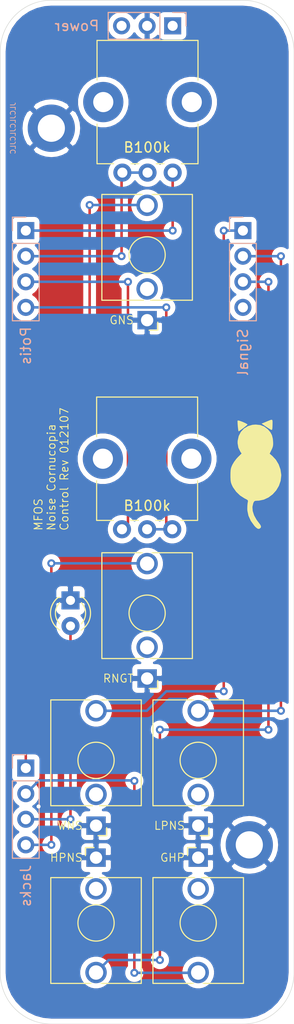
<source format=kicad_pcb>
(kicad_pcb (version 20171130) (host pcbnew "(5.1.9)-1")

  (general
    (thickness 1.6)
    (drawings 10)
    (tracks 85)
    (zones 0)
    (modules 16)
    (nets 13)
  )

  (page A4)
  (layers
    (0 F.Cu signal)
    (31 B.Cu signal)
    (32 B.Adhes user)
    (33 F.Adhes user)
    (34 B.Paste user)
    (35 F.Paste user)
    (36 B.SilkS user)
    (37 F.SilkS user)
    (38 B.Mask user)
    (39 F.Mask user)
    (40 Dwgs.User user hide)
    (41 Cmts.User user)
    (42 Eco1.User user)
    (43 Eco2.User user)
    (44 Edge.Cuts user)
    (45 Margin user)
    (46 B.CrtYd user)
    (47 F.CrtYd user)
    (48 B.Fab user)
    (49 F.Fab user)
  )

  (setup
    (last_trace_width 0.25)
    (trace_clearance 0.2)
    (zone_clearance 0.508)
    (zone_45_only no)
    (trace_min 0.2)
    (via_size 0.8)
    (via_drill 0.4)
    (via_min_size 0.4)
    (via_min_drill 0.3)
    (uvia_size 0.3)
    (uvia_drill 0.1)
    (uvias_allowed no)
    (uvia_min_size 0.2)
    (uvia_min_drill 0.1)
    (edge_width 0.05)
    (segment_width 0.2)
    (pcb_text_width 0.3)
    (pcb_text_size 1.5 1.5)
    (mod_edge_width 0.12)
    (mod_text_size 1 1)
    (mod_text_width 0.15)
    (pad_size 1.524 1.524)
    (pad_drill 0.762)
    (pad_to_mask_clearance 0)
    (aux_axis_origin 0 0)
    (visible_elements 7EFFFFFF)
    (pcbplotparams
      (layerselection 0x010f0_ffffffff)
      (usegerberextensions false)
      (usegerberattributes false)
      (usegerberadvancedattributes true)
      (creategerberjobfile false)
      (excludeedgelayer true)
      (linewidth 0.100000)
      (plotframeref false)
      (viasonmask false)
      (mode 1)
      (useauxorigin false)
      (hpglpennumber 1)
      (hpglpenspeed 20)
      (hpglpendiameter 15.000000)
      (psnegative false)
      (psa4output false)
      (plotreference true)
      (plotvalue true)
      (plotinvisibletext false)
      (padsonsilk false)
      (subtractmaskfromsilk false)
      (outputformat 1)
      (mirror false)
      (drillshape 0)
      (scaleselection 1)
      (outputdirectory "Gerber/"))
  )

  (net 0 "")
  (net 1 GND)
  (net 2 GHP)
  (net 3 GNS)
  (net 4 LEDA)
  (net 5 GRNS2)
  (net 6 GRNS1)
  (net 7 RNGT)
  (net 8 GTF2)
  (net 9 GTF1)
  (net 10 HPNS)
  (net 11 LPNS)
  (net 12 WNS)

  (net_class Default "This is the default net class."
    (clearance 0.2)
    (trace_width 0.25)
    (via_dia 0.8)
    (via_drill 0.4)
    (uvia_dia 0.3)
    (uvia_drill 0.1)
    (add_net GHP)
    (add_net GND)
    (add_net GNS)
    (add_net GRNS1)
    (add_net GRNS2)
    (add_net GTF1)
    (add_net GTF2)
    (add_net HPNS)
    (add_net LEDA)
    (add_net LPNS)
    (add_net RNGT)
    (add_net WNS)
  )

  (net_class Power ""
    (clearance 0.2)
    (trace_width 0.4)
    (via_dia 0.8)
    (via_drill 0.4)
    (uvia_dia 0.3)
    (uvia_drill 0.1)
  )

  (module "FX_Pedal:CATs Tiny" (layer F.Cu) (tedit 5FB92167) (tstamp 61004C7F)
    (at 25.4 46.99)
    (fp_text reference G*** (at 0 0) (layer Dwgs.User) hide
      (effects (font (size 1.524 1.524) (thickness 0.3)))
    )
    (fp_text value LOGO (at 0.75 0) (layer Dwgs.User) hide
      (effects (font (size 1.524 1.524) (thickness 0.3)))
    )
    (fp_poly (pts (xy 1.658089 -5.308771) (xy 1.673741 -5.187171) (xy 1.671837 -4.983051) (xy 1.671052 -4.877819)
      (xy 1.6641 -4.588967) (xy 1.641688 -4.418388) (xy 1.601483 -4.351319) (xy 1.5875 -4.349029)
      (xy 1.496195 -4.386629) (xy 1.327628 -4.482723) (xy 1.113766 -4.618727) (xy 1.049907 -4.661574)
      (xy 0.595867 -4.969826) (xy 0.983065 -5.130296) (xy 1.287368 -5.258615) (xy 1.486744 -5.336478)
      (xy 1.603037 -5.355868) (xy 1.658089 -5.308771)) (layer F.SilkS) (width 0.01))
    (fp_poly (pts (xy -1.562706 -5.239162) (xy -1.330645 -5.154334) (xy -1.283703 -5.135003) (xy -1.058284 -5.033511)
      (xy -0.893477 -4.945537) (xy -0.817481 -4.886585) (xy -0.815808 -4.877756) (xy -0.873658 -4.81923)
      (xy -1.007804 -4.70839) (xy -1.186161 -4.56946) (xy -1.376644 -4.426659) (xy -1.547168 -4.304209)
      (xy -1.66565 -4.22633) (xy -1.698959 -4.211053) (xy -1.717896 -4.272226) (xy -1.742797 -4.433953)
      (xy -1.768786 -4.663544) (xy -1.772965 -4.707022) (xy -1.792492 -4.956568) (xy -1.800971 -5.155657)
      (xy -1.79686 -5.265493) (xy -1.795379 -5.271027) (xy -1.726325 -5.280374) (xy -1.562706 -5.239162)) (layer F.SilkS) (width 0.01))
    (fp_poly (pts (xy 0.456975 -4.829467) (xy 0.844529 -4.680439) (xy 1.191874 -4.417732) (xy 1.225458 -4.384822)
      (xy 1.464055 -4.107912) (xy 1.614725 -3.824626) (xy 1.697509 -3.48841) (xy 1.723932 -3.226841)
      (xy 1.734654 -2.951323) (xy 1.716742 -2.749366) (xy 1.65967 -2.562077) (xy 1.569921 -2.365136)
      (xy 1.384587 -1.986327) (xy 1.6542 -1.762371) (xy 2.003462 -1.391333) (xy 2.277837 -0.934957)
      (xy 2.461494 -0.427833) (xy 2.538602 0.095445) (xy 2.54 0.173282) (xy 2.479094 0.70132)
      (xy 2.306737 1.199219) (xy 2.038466 1.650702) (xy 1.689822 2.039491) (xy 1.276342 2.34931)
      (xy 0.813566 2.56388) (xy 0.317032 2.666923) (xy 0.153071 2.673684) (xy -0.034668 2.683029)
      (xy -0.140304 2.732592) (xy -0.215185 2.854664) (xy -0.245147 2.924124) (xy -0.328912 3.292435)
      (xy -0.298378 3.702429) (xy -0.158607 4.135591) (xy 0.085336 4.573404) (xy 0.274598 4.824623)
      (xy 0.44326 5.045034) (xy 0.52047 5.201237) (xy 0.514114 5.318485) (xy 0.454526 5.400842)
      (xy 0.324072 5.474092) (xy 0.173517 5.440022) (xy -0.011028 5.293) (xy -0.130663 5.163553)
      (xy -0.480998 4.677667) (xy -0.713949 4.170772) (xy -0.8228 3.658744) (xy -0.830224 3.509211)
      (xy -0.825258 3.237845) (xy -0.807069 2.990606) (xy -0.782155 2.833508) (xy -0.759598 2.718381)
      (xy -0.780562 2.638134) (xy -0.86865 2.564707) (xy -1.047465 2.470041) (xy -1.116366 2.436221)
      (xy -1.549326 2.159047) (xy -1.938428 1.784867) (xy -2.247699 1.350126) (xy -2.315877 1.220895)
      (xy -2.404608 1.024189) (xy -2.460164 0.848821) (xy -2.490089 0.652432) (xy -2.501923 0.392661)
      (xy -2.503487 0.167105) (xy -2.499561 -0.156144) (xy -2.482584 -0.388705) (xy -2.444758 -0.573474)
      (xy -2.378284 -0.753342) (xy -2.309046 -0.902368) (xy -2.143994 -1.180462) (xy -1.923215 -1.472277)
      (xy -1.755235 -1.655242) (xy -1.395863 -2.007063) (xy -1.52418 -2.189979) (xy -1.717078 -2.579583)
      (xy -1.793965 -3.026348) (xy -1.787131 -3.273137) (xy -1.682718 -3.746388) (xy -1.46985 -4.15336)
      (xy -1.162458 -4.481549) (xy -0.774479 -4.718456) (xy -0.319844 -4.851579) (xy 0 -4.876538)
      (xy 0.456975 -4.829467)) (layer F.SilkS) (width 0.01))
  )

  (module Connector_Audio:Jack_3.5mm_QingPu_WQP-PJ398SM_Vertical_CircularHoles (layer F.Cu) (tedit 5C2B6BB2) (tstamp 60F57B59)
    (at 14.605 67.31 180)
    (descr "TRS 3.5mm, vertical, Thonkiconn, PCB mount, (http://www.qingpu-electronics.com/en/products/WQP-PJ398SM-362.html)")
    (tags "WQP-PJ398SM WQP-PJ301M-12 TRS 3.5mm mono vertical jack thonkiconn qingpu")
    (path /60F81CC2)
    (fp_text reference J10 (at -4.03 1.08 180) (layer Dwgs.User) hide
      (effects (font (size 1 1) (thickness 0.15)))
    )
    (fp_text value RNGT (at 1.27 0 180) (layer F.SilkS)
      (effects (font (size 0.8 0.8) (thickness 0.1)) (justify right))
    )
    (fp_line (start 0 0) (end 0 2.03) (layer F.Fab) (width 0.1))
    (fp_circle (center 0 6.48) (end 1.8 6.48) (layer F.Fab) (width 0.1))
    (fp_line (start 4.5 2.03) (end -4.5 2.03) (layer F.Fab) (width 0.1))
    (fp_line (start 5 -1.42) (end -5 -1.42) (layer F.CrtYd) (width 0.05))
    (fp_line (start 5 12.98) (end -5 12.98) (layer F.CrtYd) (width 0.05))
    (fp_line (start 5 12.98) (end 5 -1.42) (layer F.CrtYd) (width 0.05))
    (fp_line (start 4.5 12.48) (end -4.5 12.48) (layer F.Fab) (width 0.1))
    (fp_line (start 4.5 12.48) (end 4.5 2.08) (layer F.Fab) (width 0.1))
    (fp_line (start -1.06 -1) (end -0.2 -1) (layer F.SilkS) (width 0.12))
    (fp_line (start -1.06 -1) (end -1.06 -0.2) (layer F.SilkS) (width 0.12))
    (fp_circle (center 0 6.48) (end 1.8 6.48) (layer F.SilkS) (width 0.12))
    (fp_line (start -0.35 1.98) (end -4.5 1.98) (layer F.SilkS) (width 0.12))
    (fp_line (start 4.5 1.98) (end 0.35 1.98) (layer F.SilkS) (width 0.12))
    (fp_line (start -0.5 12.48) (end -4.5 12.48) (layer F.SilkS) (width 0.12))
    (fp_line (start 4.5 12.48) (end 0.5 12.48) (layer F.SilkS) (width 0.12))
    (fp_line (start -1.41 6.02) (end -0.46 5.07) (layer Dwgs.User) (width 0.12))
    (fp_line (start -1.42 6.875) (end 0.4 5.06) (layer Dwgs.User) (width 0.12))
    (fp_line (start -1.07 7.49) (end 1.01 5.41) (layer Dwgs.User) (width 0.12))
    (fp_line (start -0.58 7.83) (end 1.36 5.89) (layer Dwgs.User) (width 0.12))
    (fp_line (start 0.09 7.96) (end 1.48 6.57) (layer Dwgs.User) (width 0.12))
    (fp_circle (center 0 6.48) (end 1.5 6.48) (layer Dwgs.User) (width 0.12))
    (fp_line (start 4.5 1.98) (end 4.5 12.48) (layer F.SilkS) (width 0.12))
    (fp_line (start -4.5 1.98) (end -4.5 12.48) (layer F.SilkS) (width 0.12))
    (fp_line (start -4.5 12.48) (end -4.5 2.08) (layer F.Fab) (width 0.1))
    (fp_line (start -5 12.98) (end -5 -1.42) (layer F.CrtYd) (width 0.05))
    (fp_text user %R (at 0 8 180) (layer Dwgs.User) hide
      (effects (font (size 1 1) (thickness 0.15)))
    )
    (fp_text user KEEPOUT (at 0 6.48) (layer Cmts.User)
      (effects (font (size 0.4 0.4) (thickness 0.051)))
    )
    (pad T thru_hole circle (at 0 11.4) (size 2.13 2.13) (drill 1.43) (layers *.Cu *.Mask)
      (net 7 RNGT))
    (pad S thru_hole rect (at 0 0) (size 1.93 1.83) (drill 1.22) (layers *.Cu *.Mask)
      (net 1 GND))
    (pad TN thru_hole circle (at 0 3.1) (size 2.13 2.13) (drill 1.42) (layers *.Cu *.Mask))
    (model ${KISYS3DMOD}/Connector_Audio.3dshapes/Jack_3.5mm_QingPu_WQP-PJ398SM_Vertical.wrl
      (at (xyz 0 0 0))
      (scale (xyz 1 1 1))
      (rotate (xyz 0 0 0))
    )
  )

  (module Connector_Audio:Jack_3.5mm_QingPu_WQP-PJ398SM_Vertical_CircularHoles (layer F.Cu) (tedit 5C2B6BB2) (tstamp 60F57B37)
    (at 19.685 85.09)
    (descr "TRS 3.5mm, vertical, Thonkiconn, PCB mount, (http://www.qingpu-electronics.com/en/products/WQP-PJ398SM-362.html)")
    (tags "WQP-PJ398SM WQP-PJ301M-12 TRS 3.5mm mono vertical jack thonkiconn qingpu")
    (path /60F818AB)
    (fp_text reference J9 (at -4.03 1.08 180) (layer Dwgs.User) hide
      (effects (font (size 1 1) (thickness 0.15)))
    )
    (fp_text value GHP (at -1.27 0 180) (layer F.SilkS)
      (effects (font (size 0.8 0.8) (thickness 0.1)) (justify right))
    )
    (fp_line (start 0 0) (end 0 2.03) (layer F.Fab) (width 0.1))
    (fp_circle (center 0 6.48) (end 1.8 6.48) (layer F.Fab) (width 0.1))
    (fp_line (start 4.5 2.03) (end -4.5 2.03) (layer F.Fab) (width 0.1))
    (fp_line (start 5 -1.42) (end -5 -1.42) (layer F.CrtYd) (width 0.05))
    (fp_line (start 5 12.98) (end -5 12.98) (layer F.CrtYd) (width 0.05))
    (fp_line (start 5 12.98) (end 5 -1.42) (layer F.CrtYd) (width 0.05))
    (fp_line (start 4.5 12.48) (end -4.5 12.48) (layer F.Fab) (width 0.1))
    (fp_line (start 4.5 12.48) (end 4.5 2.08) (layer F.Fab) (width 0.1))
    (fp_line (start -1.06 -1) (end -0.2 -1) (layer F.SilkS) (width 0.12))
    (fp_line (start -1.06 -1) (end -1.06 -0.2) (layer F.SilkS) (width 0.12))
    (fp_circle (center 0 6.48) (end 1.8 6.48) (layer F.SilkS) (width 0.12))
    (fp_line (start -0.35 1.98) (end -4.5 1.98) (layer F.SilkS) (width 0.12))
    (fp_line (start 4.5 1.98) (end 0.35 1.98) (layer F.SilkS) (width 0.12))
    (fp_line (start -0.5 12.48) (end -4.5 12.48) (layer F.SilkS) (width 0.12))
    (fp_line (start 4.5 12.48) (end 0.5 12.48) (layer F.SilkS) (width 0.12))
    (fp_line (start -1.41 6.02) (end -0.46 5.07) (layer Dwgs.User) (width 0.12))
    (fp_line (start -1.42 6.875) (end 0.4 5.06) (layer Dwgs.User) (width 0.12))
    (fp_line (start -1.07 7.49) (end 1.01 5.41) (layer Dwgs.User) (width 0.12))
    (fp_line (start -0.58 7.83) (end 1.36 5.89) (layer Dwgs.User) (width 0.12))
    (fp_line (start 0.09 7.96) (end 1.48 6.57) (layer Dwgs.User) (width 0.12))
    (fp_circle (center 0 6.48) (end 1.5 6.48) (layer Dwgs.User) (width 0.12))
    (fp_line (start 4.5 1.98) (end 4.5 12.48) (layer F.SilkS) (width 0.12))
    (fp_line (start -4.5 1.98) (end -4.5 12.48) (layer F.SilkS) (width 0.12))
    (fp_line (start -4.5 12.48) (end -4.5 2.08) (layer F.Fab) (width 0.1))
    (fp_line (start -5 12.98) (end -5 -1.42) (layer F.CrtYd) (width 0.05))
    (fp_text user %R (at 0 8 180) (layer Dwgs.User) hide
      (effects (font (size 1 1) (thickness 0.15)))
    )
    (fp_text user KEEPOUT (at 0 6.48) (layer Cmts.User)
      (effects (font (size 0.4 0.4) (thickness 0.051)))
    )
    (pad T thru_hole circle (at 0 11.4 180) (size 2.13 2.13) (drill 1.43) (layers *.Cu *.Mask)
      (net 2 GHP))
    (pad S thru_hole rect (at 0 0 180) (size 1.93 1.83) (drill 1.22) (layers *.Cu *.Mask)
      (net 1 GND))
    (pad TN thru_hole circle (at 0 3.1 180) (size 2.13 2.13) (drill 1.42) (layers *.Cu *.Mask))
    (model ${KISYS3DMOD}/Connector_Audio.3dshapes/Jack_3.5mm_QingPu_WQP-PJ398SM_Vertical.wrl
      (at (xyz 0 0 0))
      (scale (xyz 1 1 1))
      (rotate (xyz 0 0 0))
    )
  )

  (module Connector_Audio:Jack_3.5mm_QingPu_WQP-PJ398SM_Vertical_CircularHoles (layer F.Cu) (tedit 5C2B6BB2) (tstamp 60F57B15)
    (at 14.605 31.75 180)
    (descr "TRS 3.5mm, vertical, Thonkiconn, PCB mount, (http://www.qingpu-electronics.com/en/products/WQP-PJ398SM-362.html)")
    (tags "WQP-PJ398SM WQP-PJ301M-12 TRS 3.5mm mono vertical jack thonkiconn qingpu")
    (path /60F8156F)
    (fp_text reference J8 (at -4.03 1.08 180) (layer Dwgs.User) hide
      (effects (font (size 1 1) (thickness 0.15)))
    )
    (fp_text value GNS (at 1.27 0 180) (layer F.SilkS)
      (effects (font (size 0.8 0.8) (thickness 0.1)) (justify right))
    )
    (fp_line (start 0 0) (end 0 2.03) (layer F.Fab) (width 0.1))
    (fp_circle (center 0 6.48) (end 1.8 6.48) (layer F.Fab) (width 0.1))
    (fp_line (start 4.5 2.03) (end -4.5 2.03) (layer F.Fab) (width 0.1))
    (fp_line (start 5 -1.42) (end -5 -1.42) (layer F.CrtYd) (width 0.05))
    (fp_line (start 5 12.98) (end -5 12.98) (layer F.CrtYd) (width 0.05))
    (fp_line (start 5 12.98) (end 5 -1.42) (layer F.CrtYd) (width 0.05))
    (fp_line (start 4.5 12.48) (end -4.5 12.48) (layer F.Fab) (width 0.1))
    (fp_line (start 4.5 12.48) (end 4.5 2.08) (layer F.Fab) (width 0.1))
    (fp_line (start -1.06 -1) (end -0.2 -1) (layer F.SilkS) (width 0.12))
    (fp_line (start -1.06 -1) (end -1.06 -0.2) (layer F.SilkS) (width 0.12))
    (fp_circle (center 0 6.48) (end 1.8 6.48) (layer F.SilkS) (width 0.12))
    (fp_line (start -0.35 1.98) (end -4.5 1.98) (layer F.SilkS) (width 0.12))
    (fp_line (start 4.5 1.98) (end 0.35 1.98) (layer F.SilkS) (width 0.12))
    (fp_line (start -0.5 12.48) (end -4.5 12.48) (layer F.SilkS) (width 0.12))
    (fp_line (start 4.5 12.48) (end 0.5 12.48) (layer F.SilkS) (width 0.12))
    (fp_line (start -1.41 6.02) (end -0.46 5.07) (layer Dwgs.User) (width 0.12))
    (fp_line (start -1.42 6.875) (end 0.4 5.06) (layer Dwgs.User) (width 0.12))
    (fp_line (start -1.07 7.49) (end 1.01 5.41) (layer Dwgs.User) (width 0.12))
    (fp_line (start -0.58 7.83) (end 1.36 5.89) (layer Dwgs.User) (width 0.12))
    (fp_line (start 0.09 7.96) (end 1.48 6.57) (layer Dwgs.User) (width 0.12))
    (fp_circle (center 0 6.48) (end 1.5 6.48) (layer Dwgs.User) (width 0.12))
    (fp_line (start 4.5 1.98) (end 4.5 12.48) (layer F.SilkS) (width 0.12))
    (fp_line (start -4.5 1.98) (end -4.5 12.48) (layer F.SilkS) (width 0.12))
    (fp_line (start -4.5 12.48) (end -4.5 2.08) (layer F.Fab) (width 0.1))
    (fp_line (start -5 12.98) (end -5 -1.42) (layer F.CrtYd) (width 0.05))
    (fp_text user %R (at 0 8 180) (layer Dwgs.User) hide
      (effects (font (size 1 1) (thickness 0.15)))
    )
    (fp_text user KEEPOUT (at 0 6.48) (layer Cmts.User)
      (effects (font (size 0.4 0.4) (thickness 0.051)))
    )
    (pad T thru_hole circle (at 0 11.4) (size 2.13 2.13) (drill 1.43) (layers *.Cu *.Mask)
      (net 3 GNS))
    (pad S thru_hole rect (at 0 0) (size 1.93 1.83) (drill 1.22) (layers *.Cu *.Mask)
      (net 1 GND))
    (pad TN thru_hole circle (at 0 3.1) (size 2.13 2.13) (drill 1.42) (layers *.Cu *.Mask))
    (model ${KISYS3DMOD}/Connector_Audio.3dshapes/Jack_3.5mm_QingPu_WQP-PJ398SM_Vertical.wrl
      (at (xyz 0 0 0))
      (scale (xyz 1 1 1))
      (rotate (xyz 0 0 0))
    )
  )

  (module Connector_Audio:Jack_3.5mm_QingPu_WQP-PJ398SM_Vertical_CircularHoles (layer F.Cu) (tedit 5C2B6BB2) (tstamp 60F57A97)
    (at 9.525 85.09)
    (descr "TRS 3.5mm, vertical, Thonkiconn, PCB mount, (http://www.qingpu-electronics.com/en/products/WQP-PJ398SM-362.html)")
    (tags "WQP-PJ398SM WQP-PJ301M-12 TRS 3.5mm mono vertical jack thonkiconn qingpu")
    (path /60F811CA)
    (fp_text reference J5 (at -4.03 1.08 180) (layer Dwgs.User)
      (effects (font (size 1 1) (thickness 0.15)))
    )
    (fp_text value HPNS (at -1.27 0 180) (layer F.SilkS)
      (effects (font (size 0.8 0.8) (thickness 0.1)) (justify right))
    )
    (fp_line (start 0 0) (end 0 2.03) (layer F.Fab) (width 0.1))
    (fp_circle (center 0 6.48) (end 1.8 6.48) (layer F.Fab) (width 0.1))
    (fp_line (start 4.5 2.03) (end -4.5 2.03) (layer F.Fab) (width 0.1))
    (fp_line (start 5 -1.42) (end -5 -1.42) (layer F.CrtYd) (width 0.05))
    (fp_line (start 5 12.98) (end -5 12.98) (layer F.CrtYd) (width 0.05))
    (fp_line (start 5 12.98) (end 5 -1.42) (layer F.CrtYd) (width 0.05))
    (fp_line (start 4.5 12.48) (end -4.5 12.48) (layer F.Fab) (width 0.1))
    (fp_line (start 4.5 12.48) (end 4.5 2.08) (layer F.Fab) (width 0.1))
    (fp_line (start -1.06 -1) (end -0.2 -1) (layer F.SilkS) (width 0.12))
    (fp_line (start -1.06 -1) (end -1.06 -0.2) (layer F.SilkS) (width 0.12))
    (fp_circle (center 0 6.48) (end 1.8 6.48) (layer F.SilkS) (width 0.12))
    (fp_line (start -0.35 1.98) (end -4.5 1.98) (layer F.SilkS) (width 0.12))
    (fp_line (start 4.5 1.98) (end 0.35 1.98) (layer F.SilkS) (width 0.12))
    (fp_line (start -0.5 12.48) (end -4.5 12.48) (layer F.SilkS) (width 0.12))
    (fp_line (start 4.5 12.48) (end 0.5 12.48) (layer F.SilkS) (width 0.12))
    (fp_line (start -1.41 6.02) (end -0.46 5.07) (layer Dwgs.User) (width 0.12))
    (fp_line (start -1.42 6.875) (end 0.4 5.06) (layer Dwgs.User) (width 0.12))
    (fp_line (start -1.07 7.49) (end 1.01 5.41) (layer Dwgs.User) (width 0.12))
    (fp_line (start -0.58 7.83) (end 1.36 5.89) (layer Dwgs.User) (width 0.12))
    (fp_line (start 0.09 7.96) (end 1.48 6.57) (layer Dwgs.User) (width 0.12))
    (fp_circle (center 0 6.48) (end 1.5 6.48) (layer Dwgs.User) (width 0.12))
    (fp_line (start 4.5 1.98) (end 4.5 12.48) (layer F.SilkS) (width 0.12))
    (fp_line (start -4.5 1.98) (end -4.5 12.48) (layer F.SilkS) (width 0.12))
    (fp_line (start -4.5 12.48) (end -4.5 2.08) (layer F.Fab) (width 0.1))
    (fp_line (start -5 12.98) (end -5 -1.42) (layer F.CrtYd) (width 0.05))
    (fp_text user %R (at 0 8 180) (layer Dwgs.User) hide
      (effects (font (size 1 1) (thickness 0.15)))
    )
    (fp_text user KEEPOUT (at 0 6.48) (layer Cmts.User)
      (effects (font (size 0.4 0.4) (thickness 0.051)))
    )
    (pad T thru_hole circle (at 0 11.4 180) (size 2.13 2.13) (drill 1.43) (layers *.Cu *.Mask)
      (net 10 HPNS))
    (pad S thru_hole rect (at 0 0 180) (size 1.93 1.83) (drill 1.22) (layers *.Cu *.Mask)
      (net 1 GND))
    (pad TN thru_hole circle (at 0 3.1 180) (size 2.13 2.13) (drill 1.42) (layers *.Cu *.Mask))
    (model ${KISYS3DMOD}/Connector_Audio.3dshapes/Jack_3.5mm_QingPu_WQP-PJ398SM_Vertical.wrl
      (at (xyz 0 0 0))
      (scale (xyz 1 1 1))
      (rotate (xyz 0 0 0))
    )
  )

  (module Connector_Audio:Jack_3.5mm_QingPu_WQP-PJ398SM_Vertical_CircularHoles (layer F.Cu) (tedit 5C2B6BB2) (tstamp 60F57A75)
    (at 19.685 81.915 180)
    (descr "TRS 3.5mm, vertical, Thonkiconn, PCB mount, (http://www.qingpu-electronics.com/en/products/WQP-PJ398SM-362.html)")
    (tags "WQP-PJ398SM WQP-PJ301M-12 TRS 3.5mm mono vertical jack thonkiconn qingpu")
    (path /60F80E1F)
    (fp_text reference J4 (at -4.03 1.08 180) (layer Dwgs.User) hide
      (effects (font (size 1 1) (thickness 0.15)))
    )
    (fp_text value LPNS (at 1.27 0 180) (layer F.SilkS)
      (effects (font (size 0.8 0.8) (thickness 0.1)) (justify right))
    )
    (fp_line (start 0 0) (end 0 2.03) (layer F.Fab) (width 0.1))
    (fp_circle (center 0 6.48) (end 1.8 6.48) (layer F.Fab) (width 0.1))
    (fp_line (start 4.5 2.03) (end -4.5 2.03) (layer F.Fab) (width 0.1))
    (fp_line (start 5 -1.42) (end -5 -1.42) (layer F.CrtYd) (width 0.05))
    (fp_line (start 5 12.98) (end -5 12.98) (layer F.CrtYd) (width 0.05))
    (fp_line (start 5 12.98) (end 5 -1.42) (layer F.CrtYd) (width 0.05))
    (fp_line (start 4.5 12.48) (end -4.5 12.48) (layer F.Fab) (width 0.1))
    (fp_line (start 4.5 12.48) (end 4.5 2.08) (layer F.Fab) (width 0.1))
    (fp_line (start -1.06 -1) (end -0.2 -1) (layer F.SilkS) (width 0.12))
    (fp_line (start -1.06 -1) (end -1.06 -0.2) (layer F.SilkS) (width 0.12))
    (fp_circle (center 0 6.48) (end 1.8 6.48) (layer F.SilkS) (width 0.12))
    (fp_line (start -0.35 1.98) (end -4.5 1.98) (layer F.SilkS) (width 0.12))
    (fp_line (start 4.5 1.98) (end 0.35 1.98) (layer F.SilkS) (width 0.12))
    (fp_line (start -0.5 12.48) (end -4.5 12.48) (layer F.SilkS) (width 0.12))
    (fp_line (start 4.5 12.48) (end 0.5 12.48) (layer F.SilkS) (width 0.12))
    (fp_line (start -1.41 6.02) (end -0.46 5.07) (layer Dwgs.User) (width 0.12))
    (fp_line (start -1.42 6.875) (end 0.4 5.06) (layer Dwgs.User) (width 0.12))
    (fp_line (start -1.07 7.49) (end 1.01 5.41) (layer Dwgs.User) (width 0.12))
    (fp_line (start -0.58 7.83) (end 1.36 5.89) (layer Dwgs.User) (width 0.12))
    (fp_line (start 0.09 7.96) (end 1.48 6.57) (layer Dwgs.User) (width 0.12))
    (fp_circle (center 0 6.48) (end 1.5 6.48) (layer Dwgs.User) (width 0.12))
    (fp_line (start 4.5 1.98) (end 4.5 12.48) (layer F.SilkS) (width 0.12))
    (fp_line (start -4.5 1.98) (end -4.5 12.48) (layer F.SilkS) (width 0.12))
    (fp_line (start -4.5 12.48) (end -4.5 2.08) (layer F.Fab) (width 0.1))
    (fp_line (start -5 12.98) (end -5 -1.42) (layer F.CrtYd) (width 0.05))
    (fp_text user %R (at 0 8 180) (layer Dwgs.User) hide
      (effects (font (size 1 1) (thickness 0.15)))
    )
    (fp_text user KEEPOUT (at 0 6.48) (layer Cmts.User)
      (effects (font (size 0.4 0.4) (thickness 0.051)))
    )
    (pad T thru_hole circle (at 0 11.4) (size 2.13 2.13) (drill 1.43) (layers *.Cu *.Mask)
      (net 11 LPNS))
    (pad S thru_hole rect (at 0 0) (size 1.93 1.83) (drill 1.22) (layers *.Cu *.Mask)
      (net 1 GND))
    (pad TN thru_hole circle (at 0 3.1) (size 2.13 2.13) (drill 1.42) (layers *.Cu *.Mask))
    (model ${KISYS3DMOD}/Connector_Audio.3dshapes/Jack_3.5mm_QingPu_WQP-PJ398SM_Vertical.wrl
      (at (xyz 0 0 0))
      (scale (xyz 1 1 1))
      (rotate (xyz 0 0 0))
    )
  )

  (module Connector_Audio:Jack_3.5mm_QingPu_WQP-PJ398SM_Vertical_CircularHoles (layer F.Cu) (tedit 5C2B6BB2) (tstamp 60F579F9)
    (at 9.525 81.915 180)
    (descr "TRS 3.5mm, vertical, Thonkiconn, PCB mount, (http://www.qingpu-electronics.com/en/products/WQP-PJ398SM-362.html)")
    (tags "WQP-PJ398SM WQP-PJ301M-12 TRS 3.5mm mono vertical jack thonkiconn qingpu")
    (path /60F801AB)
    (fp_text reference J1 (at -4.03 1.08 180) (layer Dwgs.User) hide
      (effects (font (size 1 1) (thickness 0.15)))
    )
    (fp_text value WNS (at 1.27 0 180) (layer F.SilkS)
      (effects (font (size 0.8 0.8) (thickness 0.1)) (justify right))
    )
    (fp_line (start 0 0) (end 0 2.03) (layer F.Fab) (width 0.1))
    (fp_circle (center 0 6.48) (end 1.8 6.48) (layer F.Fab) (width 0.1))
    (fp_line (start 4.5 2.03) (end -4.5 2.03) (layer F.Fab) (width 0.1))
    (fp_line (start 5 -1.42) (end -5 -1.42) (layer F.CrtYd) (width 0.05))
    (fp_line (start 5 12.98) (end -5 12.98) (layer F.CrtYd) (width 0.05))
    (fp_line (start 5 12.98) (end 5 -1.42) (layer F.CrtYd) (width 0.05))
    (fp_line (start 4.5 12.48) (end -4.5 12.48) (layer F.Fab) (width 0.1))
    (fp_line (start 4.5 12.48) (end 4.5 2.08) (layer F.Fab) (width 0.1))
    (fp_line (start -1.06 -1) (end -0.2 -1) (layer F.SilkS) (width 0.12))
    (fp_line (start -1.06 -1) (end -1.06 -0.2) (layer F.SilkS) (width 0.12))
    (fp_circle (center 0 6.48) (end 1.8 6.48) (layer F.SilkS) (width 0.12))
    (fp_line (start -0.35 1.98) (end -4.5 1.98) (layer F.SilkS) (width 0.12))
    (fp_line (start 4.5 1.98) (end 0.35 1.98) (layer F.SilkS) (width 0.12))
    (fp_line (start -0.5 12.48) (end -4.5 12.48) (layer F.SilkS) (width 0.12))
    (fp_line (start 4.5 12.48) (end 0.5 12.48) (layer F.SilkS) (width 0.12))
    (fp_line (start -1.41 6.02) (end -0.46 5.07) (layer Dwgs.User) (width 0.12))
    (fp_line (start -1.42 6.875) (end 0.4 5.06) (layer Dwgs.User) (width 0.12))
    (fp_line (start -1.07 7.49) (end 1.01 5.41) (layer Dwgs.User) (width 0.12))
    (fp_line (start -0.58 7.83) (end 1.36 5.89) (layer Dwgs.User) (width 0.12))
    (fp_line (start 0.09 7.96) (end 1.48 6.57) (layer Dwgs.User) (width 0.12))
    (fp_circle (center 0 6.48) (end 1.5 6.48) (layer Dwgs.User) (width 0.12))
    (fp_line (start 4.5 1.98) (end 4.5 12.48) (layer F.SilkS) (width 0.12))
    (fp_line (start -4.5 1.98) (end -4.5 12.48) (layer F.SilkS) (width 0.12))
    (fp_line (start -4.5 12.48) (end -4.5 2.08) (layer F.Fab) (width 0.1))
    (fp_line (start -5 12.98) (end -5 -1.42) (layer F.CrtYd) (width 0.05))
    (fp_text user %R (at 0 8 180) (layer Dwgs.User) hide
      (effects (font (size 1 1) (thickness 0.15)))
    )
    (fp_text user KEEPOUT (at 0 6.48) (layer Cmts.User)
      (effects (font (size 0.4 0.4) (thickness 0.051)))
    )
    (pad T thru_hole circle (at 0 11.4) (size 2.13 2.13) (drill 1.43) (layers *.Cu *.Mask)
      (net 12 WNS))
    (pad S thru_hole rect (at 0 0) (size 1.93 1.83) (drill 1.22) (layers *.Cu *.Mask)
      (net 1 GND))
    (pad TN thru_hole circle (at 0 3.1) (size 2.13 2.13) (drill 1.42) (layers *.Cu *.Mask))
    (model ${KISYS3DMOD}/Connector_Audio.3dshapes/Jack_3.5mm_QingPu_WQP-PJ398SM_Vertical.wrl
      (at (xyz 0 0 0))
      (scale (xyz 1 1 1))
      (rotate (xyz 0 0 0))
    )
  )

  (module LED_THT:LED_D3.0mm (layer F.Cu) (tedit 587A3A7B) (tstamp 60F579BB)
    (at 6.985 59.56 270)
    (descr "LED, diameter 3.0mm, 2 pins")
    (tags "LED diameter 3.0mm 2 pins")
    (path /60F8B518)
    (fp_text reference D1 (at 1.27 -2.96 90) (layer Dwgs.User) hide
      (effects (font (size 1 1) (thickness 0.15)))
    )
    (fp_text value LED (at 1.27 2.96 90) (layer Dwgs.User) hide
      (effects (font (size 1 1) (thickness 0.15)))
    )
    (fp_line (start 3.7 -2.25) (end -1.15 -2.25) (layer F.CrtYd) (width 0.05))
    (fp_line (start 3.7 2.25) (end 3.7 -2.25) (layer F.CrtYd) (width 0.05))
    (fp_line (start -1.15 2.25) (end 3.7 2.25) (layer F.CrtYd) (width 0.05))
    (fp_line (start -1.15 -2.25) (end -1.15 2.25) (layer F.CrtYd) (width 0.05))
    (fp_line (start -0.29 1.08) (end -0.29 1.236) (layer F.SilkS) (width 0.12))
    (fp_line (start -0.29 -1.236) (end -0.29 -1.08) (layer F.SilkS) (width 0.12))
    (fp_line (start -0.23 -1.16619) (end -0.23 1.16619) (layer F.Fab) (width 0.1))
    (fp_circle (center 1.27 0) (end 2.77 0) (layer F.Fab) (width 0.1))
    (fp_arc (start 1.27 0) (end 0.229039 1.08) (angle -87.9) (layer F.SilkS) (width 0.12))
    (fp_arc (start 1.27 0) (end 0.229039 -1.08) (angle 87.9) (layer F.SilkS) (width 0.12))
    (fp_arc (start 1.27 0) (end -0.29 1.235516) (angle -108.8) (layer F.SilkS) (width 0.12))
    (fp_arc (start 1.27 0) (end -0.29 -1.235516) (angle 108.8) (layer F.SilkS) (width 0.12))
    (fp_arc (start 1.27 0) (end -0.23 -1.16619) (angle 284.3) (layer F.Fab) (width 0.1))
    (pad 2 thru_hole circle (at 2.54 0 270) (size 1.8 1.8) (drill 0.9) (layers *.Cu *.Mask)
      (net 4 LEDA))
    (pad 1 thru_hole rect (at 0 0 270) (size 1.8 1.8) (drill 0.9) (layers *.Cu *.Mask)
      (net 1 GND))
    (model ${KISYS3DMOD}/LED_THT.3dshapes/LED_D3.0mm.wrl
      (at (xyz 0 0 0))
      (scale (xyz 1 1 1))
      (rotate (xyz 0 0 0))
    )
  )

  (module Potentiometer_THT:Potentiometer_Alps_RK09K_Single_Vertical (layer F.Cu) (tedit 5A3D4993) (tstamp 60F58AAE)
    (at 17.105 52.5 90)
    (descr "Potentiometer, vertical, Alps RK09K Single, http://www.alps.com/prod/info/E/HTML/Potentiometer/RotaryPotentiometers/RK09K/RK09K_list.html")
    (tags "Potentiometer vertical Alps RK09K Single")
    (path /60F7D769)
    (fp_text reference R28 (at 6.05 -10.15 90) (layer Dwgs.User) hide
      (effects (font (size 1 1) (thickness 0.15)))
    )
    (fp_text value B100k (at 2.335 -2.5 180) (layer F.SilkS)
      (effects (font (size 1 1) (thickness 0.15)))
    )
    (fp_line (start 13.25 -9.15) (end -1.15 -9.15) (layer F.CrtYd) (width 0.05))
    (fp_line (start 13.25 4.15) (end 13.25 -9.15) (layer F.CrtYd) (width 0.05))
    (fp_line (start -1.15 4.15) (end 13.25 4.15) (layer F.CrtYd) (width 0.05))
    (fp_line (start -1.15 -9.15) (end -1.15 4.15) (layer F.CrtYd) (width 0.05))
    (fp_line (start 13.12 -7.521) (end 13.12 2.52) (layer F.SilkS) (width 0.12))
    (fp_line (start 0.88 0.87) (end 0.88 2.52) (layer F.SilkS) (width 0.12))
    (fp_line (start 0.88 -1.629) (end 0.88 -0.87) (layer F.SilkS) (width 0.12))
    (fp_line (start 0.88 -4.129) (end 0.88 -3.37) (layer F.SilkS) (width 0.12))
    (fp_line (start 0.88 -7.521) (end 0.88 -5.871) (layer F.SilkS) (width 0.12))
    (fp_line (start 9.184 2.52) (end 13.12 2.52) (layer F.SilkS) (width 0.12))
    (fp_line (start 0.88 2.52) (end 4.817 2.52) (layer F.SilkS) (width 0.12))
    (fp_line (start 9.184 -7.521) (end 13.12 -7.521) (layer F.SilkS) (width 0.12))
    (fp_line (start 0.88 -7.521) (end 4.817 -7.521) (layer F.SilkS) (width 0.12))
    (fp_line (start 13 -7.4) (end 1 -7.4) (layer F.Fab) (width 0.1))
    (fp_line (start 13 2.4) (end 13 -7.4) (layer F.Fab) (width 0.1))
    (fp_line (start 1 2.4) (end 13 2.4) (layer F.Fab) (width 0.1))
    (fp_line (start 1 -7.4) (end 1 2.4) (layer F.Fab) (width 0.1))
    (fp_circle (center 7.5 -2.5) (end 10.5 -2.5) (layer F.Fab) (width 0.1))
    (fp_text user %R (at 2 -2.5) (layer Dwgs.User) hide
      (effects (font (size 1 1) (thickness 0.15)))
    )
    (pad "" np_thru_hole circle (at 7 1.9 90) (size 4 4) (drill 2) (layers *.Cu *.Mask))
    (pad "" np_thru_hole circle (at 7 -6.9 90) (size 4 4) (drill 2) (layers *.Cu *.Mask))
    (pad 1 thru_hole circle (at 0 0 90) (size 1.8 1.8) (drill 1) (layers *.Cu *.Mask)
      (net 8 GTF2))
    (pad 2 thru_hole circle (at 0 -2.5 90) (size 1.8 1.8) (drill 1) (layers *.Cu *.Mask)
      (net 8 GTF2))
    (pad 3 thru_hole circle (at 0 -5 90) (size 1.8 1.8) (drill 1) (layers *.Cu *.Mask)
      (net 9 GTF1))
    (model ${KISYS3DMOD}/Potentiometer_THT.3dshapes/Potentiometer_Alps_RK09K_Single_Vertical.wrl
      (at (xyz 0 0 0))
      (scale (xyz 1 1 1))
      (rotate (xyz 0 0 0))
    )
  )

  (module Potentiometer_THT:Potentiometer_Alps_RK09K_Single_Vertical (layer F.Cu) (tedit 5A3D4993) (tstamp 60F5D43A)
    (at 17.145 17.105 90)
    (descr "Potentiometer, vertical, Alps RK09K Single, http://www.alps.com/prod/info/E/HTML/Potentiometer/RotaryPotentiometers/RK09K/RK09K_list.html")
    (tags "Potentiometer vertical Alps RK09K Single")
    (path /60F7ACC4)
    (fp_text reference R18 (at 6.05 -10.15 90) (layer Dwgs.User) hide
      (effects (font (size 1 1) (thickness 0.15)))
    )
    (fp_text value B100k (at 2.5 -2.54 180) (layer F.SilkS)
      (effects (font (size 1 1) (thickness 0.15)))
    )
    (fp_line (start 13.25 -9.15) (end -1.15 -9.15) (layer F.CrtYd) (width 0.05))
    (fp_line (start 13.25 4.15) (end 13.25 -9.15) (layer F.CrtYd) (width 0.05))
    (fp_line (start -1.15 4.15) (end 13.25 4.15) (layer F.CrtYd) (width 0.05))
    (fp_line (start -1.15 -9.15) (end -1.15 4.15) (layer F.CrtYd) (width 0.05))
    (fp_line (start 13.12 -7.521) (end 13.12 2.52) (layer F.SilkS) (width 0.12))
    (fp_line (start 0.88 0.87) (end 0.88 2.52) (layer F.SilkS) (width 0.12))
    (fp_line (start 0.88 -1.629) (end 0.88 -0.87) (layer F.SilkS) (width 0.12))
    (fp_line (start 0.88 -4.129) (end 0.88 -3.37) (layer F.SilkS) (width 0.12))
    (fp_line (start 0.88 -7.521) (end 0.88 -5.871) (layer F.SilkS) (width 0.12))
    (fp_line (start 9.184 2.52) (end 13.12 2.52) (layer F.SilkS) (width 0.12))
    (fp_line (start 0.88 2.52) (end 4.817 2.52) (layer F.SilkS) (width 0.12))
    (fp_line (start 9.184 -7.521) (end 13.12 -7.521) (layer F.SilkS) (width 0.12))
    (fp_line (start 0.88 -7.521) (end 4.817 -7.521) (layer F.SilkS) (width 0.12))
    (fp_line (start 13 -7.4) (end 1 -7.4) (layer F.Fab) (width 0.1))
    (fp_line (start 13 2.4) (end 13 -7.4) (layer F.Fab) (width 0.1))
    (fp_line (start 1 2.4) (end 13 2.4) (layer F.Fab) (width 0.1))
    (fp_line (start 1 -7.4) (end 1 2.4) (layer F.Fab) (width 0.1))
    (fp_circle (center 7.5 -2.5) (end 10.5 -2.5) (layer F.Fab) (width 0.1))
    (fp_text user %R (at 2 -2.5) (layer Dwgs.User) hide
      (effects (font (size 1 1) (thickness 0.15)))
    )
    (pad "" np_thru_hole circle (at 7 1.9 90) (size 4 4) (drill 2) (layers *.Cu *.Mask))
    (pad "" np_thru_hole circle (at 7 -6.9 90) (size 4 4) (drill 2) (layers *.Cu *.Mask))
    (pad 1 thru_hole circle (at 0 0 90) (size 1.8 1.8) (drill 1) (layers *.Cu *.Mask)
      (net 6 GRNS1))
    (pad 2 thru_hole circle (at 0 -2.5 90) (size 1.8 1.8) (drill 1) (layers *.Cu *.Mask)
      (net 5 GRNS2))
    (pad 3 thru_hole circle (at 0 -5 90) (size 1.8 1.8) (drill 1) (layers *.Cu *.Mask)
      (net 5 GRNS2))
    (model ${KISYS3DMOD}/Potentiometer_THT.3dshapes/Potentiometer_Alps_RK09K_Single_Vertical.wrl
      (at (xyz 0 0 0))
      (scale (xyz 1 1 1))
      (rotate (xyz 0 0 0))
    )
  )

  (module Connector_PinSocket_2.54mm:PinSocket_1x04_P2.54mm_Vertical (layer B.Cu) (tedit 5A19A429) (tstamp 60F56BF3)
    (at 2.54 76.2 180)
    (descr "Through hole straight socket strip, 1x04, 2.54mm pitch, single row (from Kicad 4.0.7), script generated")
    (tags "Through hole socket strip THT 1x04 2.54mm single row")
    (path /6100C2EE)
    (fp_text reference J7 (at 0 2.77) (layer Dwgs.User) hide
      (effects (font (size 1 1) (thickness 0.15)) (justify mirror))
    )
    (fp_text value Jacks (at 0 -9.525 90) (layer B.SilkS)
      (effects (font (size 1 1) (thickness 0.15)) (justify left mirror))
    )
    (fp_line (start -1.8 -9.4) (end -1.8 1.8) (layer B.CrtYd) (width 0.05))
    (fp_line (start 1.75 -9.4) (end -1.8 -9.4) (layer B.CrtYd) (width 0.05))
    (fp_line (start 1.75 1.8) (end 1.75 -9.4) (layer B.CrtYd) (width 0.05))
    (fp_line (start -1.8 1.8) (end 1.75 1.8) (layer B.CrtYd) (width 0.05))
    (fp_line (start 0 1.33) (end 1.33 1.33) (layer B.SilkS) (width 0.12))
    (fp_line (start 1.33 1.33) (end 1.33 0) (layer B.SilkS) (width 0.12))
    (fp_line (start 1.33 -1.27) (end 1.33 -8.95) (layer B.SilkS) (width 0.12))
    (fp_line (start -1.33 -8.95) (end 1.33 -8.95) (layer B.SilkS) (width 0.12))
    (fp_line (start -1.33 -1.27) (end -1.33 -8.95) (layer B.SilkS) (width 0.12))
    (fp_line (start -1.33 -1.27) (end 1.33 -1.27) (layer B.SilkS) (width 0.12))
    (fp_line (start -1.27 -8.89) (end -1.27 1.27) (layer B.Fab) (width 0.1))
    (fp_line (start 1.27 -8.89) (end -1.27 -8.89) (layer B.Fab) (width 0.1))
    (fp_line (start 1.27 0.635) (end 1.27 -8.89) (layer B.Fab) (width 0.1))
    (fp_line (start 0.635 1.27) (end 1.27 0.635) (layer B.Fab) (width 0.1))
    (fp_line (start -1.27 1.27) (end 0.635 1.27) (layer B.Fab) (width 0.1))
    (pad 4 thru_hole oval (at 0 -7.62 180) (size 1.7 1.7) (drill 1) (layers *.Cu *.Mask)
      (net 7 RNGT))
    (pad 3 thru_hole oval (at 0 -5.08 180) (size 1.7 1.7) (drill 1) (layers *.Cu *.Mask)
      (net 4 LEDA))
    (pad 2 thru_hole oval (at 0 -2.54 180) (size 1.7 1.7) (drill 1) (layers *.Cu *.Mask)
      (net 2 GHP))
    (pad 1 thru_hole rect (at 0 0 180) (size 1.7 1.7) (drill 1) (layers *.Cu *.Mask)
      (net 3 GNS))
    (model ${KISYS3DMOD}/Connector_PinSocket_2.54mm.3dshapes/PinSocket_1x04_P2.54mm_Vertical.wrl
      (at (xyz 0 0 0))
      (scale (xyz 1 1 1))
      (rotate (xyz 0 0 0))
    )
  )

  (module Connector_PinSocket_2.54mm:PinSocket_1x04_P2.54mm_Vertical (layer B.Cu) (tedit 5A19A429) (tstamp 60F573B6)
    (at 2.54 22.86 180)
    (descr "Through hole straight socket strip, 1x04, 2.54mm pitch, single row (from Kicad 4.0.7), script generated")
    (tags "Through hole socket strip THT 1x04 2.54mm single row")
    (path /60FEDA5D)
    (fp_text reference J6 (at 0 2.77) (layer Dwgs.User)
      (effects (font (size 1 1) (thickness 0.15)) (justify mirror))
    )
    (fp_text value Potis (at 0 -11.43 90) (layer B.SilkS)
      (effects (font (size 1 1) (thickness 0.15)) (justify mirror))
    )
    (fp_line (start -1.8 -9.4) (end -1.8 1.8) (layer B.CrtYd) (width 0.05))
    (fp_line (start 1.75 -9.4) (end -1.8 -9.4) (layer B.CrtYd) (width 0.05))
    (fp_line (start 1.75 1.8) (end 1.75 -9.4) (layer B.CrtYd) (width 0.05))
    (fp_line (start -1.8 1.8) (end 1.75 1.8) (layer B.CrtYd) (width 0.05))
    (fp_line (start 0 1.33) (end 1.33 1.33) (layer B.SilkS) (width 0.12))
    (fp_line (start 1.33 1.33) (end 1.33 0) (layer B.SilkS) (width 0.12))
    (fp_line (start 1.33 -1.27) (end 1.33 -8.95) (layer B.SilkS) (width 0.12))
    (fp_line (start -1.33 -8.95) (end 1.33 -8.95) (layer B.SilkS) (width 0.12))
    (fp_line (start -1.33 -1.27) (end -1.33 -8.95) (layer B.SilkS) (width 0.12))
    (fp_line (start -1.33 -1.27) (end 1.33 -1.27) (layer B.SilkS) (width 0.12))
    (fp_line (start -1.27 -8.89) (end -1.27 1.27) (layer B.Fab) (width 0.1))
    (fp_line (start 1.27 -8.89) (end -1.27 -8.89) (layer B.Fab) (width 0.1))
    (fp_line (start 1.27 0.635) (end 1.27 -8.89) (layer B.Fab) (width 0.1))
    (fp_line (start 0.635 1.27) (end 1.27 0.635) (layer B.Fab) (width 0.1))
    (fp_line (start -1.27 1.27) (end 0.635 1.27) (layer B.Fab) (width 0.1))
    (pad 4 thru_hole oval (at 0 -7.62 180) (size 1.7 1.7) (drill 1) (layers *.Cu *.Mask)
      (net 8 GTF2))
    (pad 3 thru_hole oval (at 0 -5.08 180) (size 1.7 1.7) (drill 1) (layers *.Cu *.Mask)
      (net 9 GTF1))
    (pad 2 thru_hole oval (at 0 -2.54 180) (size 1.7 1.7) (drill 1) (layers *.Cu *.Mask)
      (net 5 GRNS2))
    (pad 1 thru_hole rect (at 0 0 180) (size 1.7 1.7) (drill 1) (layers *.Cu *.Mask)
      (net 6 GRNS1))
    (model ${KISYS3DMOD}/Connector_PinSocket_2.54mm.3dshapes/PinSocket_1x04_P2.54mm_Vertical.wrl
      (at (xyz 0 0 0))
      (scale (xyz 1 1 1))
      (rotate (xyz 0 0 0))
    )
  )

  (module Connector_PinSocket_2.54mm:PinSocket_1x04_P2.54mm_Vertical (layer B.Cu) (tedit 5A19A429) (tstamp 60F56B94)
    (at 24.13 22.86 180)
    (descr "Through hole straight socket strip, 1x04, 2.54mm pitch, single row (from Kicad 4.0.7), script generated")
    (tags "Through hole socket strip THT 1x04 2.54mm single row")
    (path /60FB53BB)
    (fp_text reference J3 (at 0 2.77) (layer Dwgs.User) hide
      (effects (font (size 1 1) (thickness 0.15)) (justify mirror))
    )
    (fp_text value Signal (at 0 -12.065 90) (layer B.SilkS)
      (effects (font (size 1 1) (thickness 0.15)) (justify mirror))
    )
    (fp_line (start -1.27 1.27) (end 0.635 1.27) (layer B.Fab) (width 0.1))
    (fp_line (start 0.635 1.27) (end 1.27 0.635) (layer B.Fab) (width 0.1))
    (fp_line (start 1.27 0.635) (end 1.27 -8.89) (layer B.Fab) (width 0.1))
    (fp_line (start 1.27 -8.89) (end -1.27 -8.89) (layer B.Fab) (width 0.1))
    (fp_line (start -1.27 -8.89) (end -1.27 1.27) (layer B.Fab) (width 0.1))
    (fp_line (start -1.33 -1.27) (end 1.33 -1.27) (layer B.SilkS) (width 0.12))
    (fp_line (start -1.33 -1.27) (end -1.33 -8.95) (layer B.SilkS) (width 0.12))
    (fp_line (start -1.33 -8.95) (end 1.33 -8.95) (layer B.SilkS) (width 0.12))
    (fp_line (start 1.33 -1.27) (end 1.33 -8.95) (layer B.SilkS) (width 0.12))
    (fp_line (start 1.33 1.33) (end 1.33 0) (layer B.SilkS) (width 0.12))
    (fp_line (start 0 1.33) (end 1.33 1.33) (layer B.SilkS) (width 0.12))
    (fp_line (start -1.8 1.8) (end 1.75 1.8) (layer B.CrtYd) (width 0.05))
    (fp_line (start 1.75 1.8) (end 1.75 -9.4) (layer B.CrtYd) (width 0.05))
    (fp_line (start 1.75 -9.4) (end -1.8 -9.4) (layer B.CrtYd) (width 0.05))
    (fp_line (start -1.8 -9.4) (end -1.8 1.8) (layer B.CrtYd) (width 0.05))
    (pad 4 thru_hole oval (at 0 -7.62 180) (size 1.7 1.7) (drill 1) (layers *.Cu *.Mask))
    (pad 3 thru_hole oval (at 0 -5.08 180) (size 1.7 1.7) (drill 1) (layers *.Cu *.Mask)
      (net 10 HPNS))
    (pad 2 thru_hole oval (at 0 -2.54 180) (size 1.7 1.7) (drill 1) (layers *.Cu *.Mask)
      (net 11 LPNS))
    (pad 1 thru_hole rect (at 0 0 180) (size 1.7 1.7) (drill 1) (layers *.Cu *.Mask)
      (net 12 WNS))
    (model ${KISYS3DMOD}/Connector_PinSocket_2.54mm.3dshapes/PinSocket_1x04_P2.54mm_Vertical.wrl
      (at (xyz 0 0 0))
      (scale (xyz 1 1 1))
      (rotate (xyz 0 0 0))
    )
  )

  (module Connector_PinSocket_2.54mm:PinSocket_1x03_P2.54mm_Vertical (layer B.Cu) (tedit 5A19A429) (tstamp 60F56B7C)
    (at 17.145 2.54 90)
    (descr "Through hole straight socket strip, 1x03, 2.54mm pitch, single row (from Kicad 4.0.7), script generated")
    (tags "Through hole socket strip THT 1x03 2.54mm single row")
    (path /60FC6935)
    (fp_text reference J2 (at 0 2.77 90) (layer Dwgs.User) hide
      (effects (font (size 1 1) (thickness 0.15)) (justify mirror))
    )
    (fp_text value Power (at 0 -9.525 180) (layer B.SilkS)
      (effects (font (size 1 1) (thickness 0.15)) (justify mirror))
    )
    (fp_line (start -1.27 1.27) (end 0.635 1.27) (layer B.Fab) (width 0.1))
    (fp_line (start 0.635 1.27) (end 1.27 0.635) (layer B.Fab) (width 0.1))
    (fp_line (start 1.27 0.635) (end 1.27 -6.35) (layer B.Fab) (width 0.1))
    (fp_line (start 1.27 -6.35) (end -1.27 -6.35) (layer B.Fab) (width 0.1))
    (fp_line (start -1.27 -6.35) (end -1.27 1.27) (layer B.Fab) (width 0.1))
    (fp_line (start -1.33 -1.27) (end 1.33 -1.27) (layer B.SilkS) (width 0.12))
    (fp_line (start -1.33 -1.27) (end -1.33 -6.41) (layer B.SilkS) (width 0.12))
    (fp_line (start -1.33 -6.41) (end 1.33 -6.41) (layer B.SilkS) (width 0.12))
    (fp_line (start 1.33 -1.27) (end 1.33 -6.41) (layer B.SilkS) (width 0.12))
    (fp_line (start 1.33 1.33) (end 1.33 0) (layer B.SilkS) (width 0.12))
    (fp_line (start 0 1.33) (end 1.33 1.33) (layer B.SilkS) (width 0.12))
    (fp_line (start -1.8 1.8) (end 1.75 1.8) (layer B.CrtYd) (width 0.05))
    (fp_line (start 1.75 1.8) (end 1.75 -6.85) (layer B.CrtYd) (width 0.05))
    (fp_line (start 1.75 -6.85) (end -1.8 -6.85) (layer B.CrtYd) (width 0.05))
    (fp_line (start -1.8 -6.85) (end -1.8 1.8) (layer B.CrtYd) (width 0.05))
    (pad 3 thru_hole oval (at 0 -5.08 90) (size 1.7 1.7) (drill 1) (layers *.Cu *.Mask))
    (pad 2 thru_hole oval (at 0 -2.54 90) (size 1.7 1.7) (drill 1) (layers *.Cu *.Mask)
      (net 1 GND))
    (pad 1 thru_hole rect (at 0 0 90) (size 1.7 1.7) (drill 1) (layers *.Cu *.Mask))
    (model ${KISYS3DMOD}/Connector_PinSocket_2.54mm.3dshapes/PinSocket_1x03_P2.54mm_Vertical.wrl
      (at (xyz 0 0 0))
      (scale (xyz 1 1 1))
      (rotate (xyz 0 0 0))
    )
  )

  (module MountingHole:MountingHole_2.7mm_M2.5_DIN965_Pad locked (layer F.Cu) (tedit 56D1B4CB) (tstamp 60F56B1F)
    (at 24.765 83.82)
    (descr "Mounting Hole 2.7mm, M2.5, DIN965")
    (tags "mounting hole 2.7mm m2.5 din965")
    (path /60FE4488)
    (attr virtual)
    (fp_text reference H2 (at 0 -3.35) (layer Dwgs.User) hide
      (effects (font (size 1 1) (thickness 0.15)))
    )
    (fp_text value MountingHole_Pad (at 0 3.35) (layer Dwgs.User) hide
      (effects (font (size 1 1) (thickness 0.15)))
    )
    (fp_circle (center 0 0) (end 2.35 0) (layer Cmts.User) (width 0.15))
    (fp_circle (center 0 0) (end 2.6 0) (layer F.CrtYd) (width 0.05))
    (fp_text user %R (at 0.3 0) (layer Dwgs.User) hide
      (effects (font (size 1 1) (thickness 0.15)))
    )
    (pad 1 thru_hole circle (at 0 0) (size 4.7 4.7) (drill 2.7) (layers *.Cu *.Mask)
      (net 1 GND))
  )

  (module MountingHole:MountingHole_2.7mm_M2.5_DIN965_Pad locked (layer F.Cu) (tedit 56D1B4CB) (tstamp 60F56B17)
    (at 5.08 12.7)
    (descr "Mounting Hole 2.7mm, M2.5, DIN965")
    (tags "mounting hole 2.7mm m2.5 din965")
    (path /60FE3F51)
    (attr virtual)
    (fp_text reference H1 (at 0 -3.35) (layer Dwgs.User) hide
      (effects (font (size 1 1) (thickness 0.15)))
    )
    (fp_text value MountingHole_Pad (at 0 3.35) (layer Dwgs.User) hide
      (effects (font (size 1 1) (thickness 0.15)))
    )
    (fp_circle (center 0 0) (end 2.35 0) (layer Cmts.User) (width 0.15))
    (fp_circle (center 0 0) (end 2.6 0) (layer F.CrtYd) (width 0.05))
    (fp_text user %R (at 0.3 0) (layer Dwgs.User) hide
      (effects (font (size 1 1) (thickness 0.15)))
    )
    (pad 1 thru_hole circle (at 0 0) (size 4.7 4.7) (drill 2.7) (layers *.Cu *.Mask)
      (net 1 GND))
  )

  (gr_text JLCJLCJLCJLC (at 1.27 12.7 90) (layer B.SilkS)
    (effects (font (size 0.5 0.5) (thickness 0.08)) (justify mirror))
  )
  (gr_arc (start 5.08 96.52) (end 0 96.52) (angle -90) (layer Edge.Cuts) (width 0.05) (tstamp 61004CA3))
  (gr_arc (start 24.13 96.52) (end 24.13 101.6) (angle -90) (layer Edge.Cuts) (width 0.05) (tstamp 61004CA3))
  (gr_arc (start 5.08 5.08) (end 5.08 0) (angle -90) (layer Edge.Cuts) (width 0.05) (tstamp 61004CA3))
  (gr_arc (start 24.13 5.08) (end 29.21 5.08) (angle -90) (layer Edge.Cuts) (width 0.05))
  (gr_text "MFOS\nNoise Cornucopia\nControl Rev 012107" (at 5.08 52.705 90) (layer F.SilkS)
    (effects (font (size 0.8 0.8) (thickness 0.1)) (justify left))
  )
  (gr_line (start 29.21 96.52) (end 29.21 5.08) (layer Edge.Cuts) (width 0.05) (tstamp 60F542D0))
  (gr_line (start 5.08 101.6) (end 24.13 101.6) (layer Edge.Cuts) (width 0.05))
  (gr_line (start 0 5.08) (end 0 96.52) (layer Edge.Cuts) (width 0.05))
  (gr_line (start 5.08 0) (end 24.13 0) (layer Edge.Cuts) (width 0.05))

  (via (at 3.81 80.01) (size 0.8) (drill 0.4) (layers F.Cu B.Cu) (net 1))
  (segment (start 3.855001 77.424999) (end 2.54 78.74) (width 0.25) (layer B.Cu) (net 2))
  (via (at 13.335 77.47) (size 0.8) (drill 0.4) (layers F.Cu B.Cu) (net 2))
  (segment (start 13.289999 77.424999) (end 13.335 77.47) (width 0.25) (layer B.Cu) (net 2))
  (segment (start 3.855001 77.424999) (end 13.289999 77.424999) (width 0.25) (layer B.Cu) (net 2))
  (segment (start 13.335 77.47) (end 13.335 96.52) (width 0.25) (layer F.Cu) (net 2))
  (segment (start 13.335 96.52) (end 13.335 96.52) (width 0.25) (layer F.Cu) (net 2) (tstamp 60F57356))
  (via (at 13.335 96.52) (size 0.8) (drill 0.4) (layers F.Cu B.Cu) (net 2))
  (segment (start 19.655 96.52) (end 19.685 96.49) (width 0.25) (layer B.Cu) (net 2))
  (segment (start 13.335 96.52) (end 19.655 96.52) (width 0.25) (layer B.Cu) (net 2))
  (segment (start 2.54 76.2) (end 2.54 64.135) (width 0.25) (layer F.Cu) (net 3))
  (segment (start 2.54 64.135) (end 2.54 38.1) (width 0.25) (layer F.Cu) (net 3))
  (segment (start 2.54 38.1) (end 3.81 36.83) (width 0.25) (layer F.Cu) (net 3))
  (segment (start 3.81 36.83) (end 7.62 36.83) (width 0.25) (layer F.Cu) (net 3))
  (segment (start 7.62 36.83) (end 8.89 35.56) (width 0.25) (layer F.Cu) (net 3))
  (segment (start 8.89 35.56) (end 8.89 20.32) (width 0.25) (layer F.Cu) (net 3))
  (segment (start 8.89 20.32) (end 8.89 20.32) (width 0.25) (layer F.Cu) (net 3) (tstamp 60F5744B))
  (via (at 8.89 20.32) (size 0.8) (drill 0.4) (layers F.Cu B.Cu) (net 3))
  (segment (start 14.575 20.32) (end 14.605 20.35) (width 0.25) (layer B.Cu) (net 3))
  (segment (start 8.89 20.32) (end 14.575 20.32) (width 0.25) (layer B.Cu) (net 3))
  (segment (start 2.54 81.28) (end 6.985 81.28) (width 0.25) (layer B.Cu) (net 4))
  (segment (start 6.985 81.28) (end 6.985 81.28) (width 0.25) (layer B.Cu) (net 4) (tstamp 60F5734A))
  (via (at 6.985 81.28) (size 0.8) (drill 0.4) (layers F.Cu B.Cu) (net 4))
  (segment (start 6.985 81.28) (end 6.985 62.1) (width 0.25) (layer F.Cu) (net 4))
  (segment (start 2.54 25.4) (end 12.065 25.4) (width 0.25) (layer B.Cu) (net 5))
  (segment (start 12.065 25.4) (end 12.065 25.4) (width 0.25) (layer B.Cu) (net 5) (tstamp 60F572F4))
  (via (at 12.065 25.4) (size 0.8) (drill 0.4) (layers F.Cu B.Cu) (net 5))
  (segment (start 12.065 17.185) (end 12.145 17.105) (width 0.25) (layer F.Cu) (net 5))
  (segment (start 12.065 25.4) (end 12.065 17.185) (width 0.25) (layer F.Cu) (net 5))
  (segment (start 12.145 17.105) (end 14.645 17.105) (width 0.25) (layer B.Cu) (net 5))
  (segment (start 2.54 22.86) (end 17.145 22.86) (width 0.25) (layer B.Cu) (net 6))
  (segment (start 17.145 22.86) (end 17.145 22.86) (width 0.25) (layer B.Cu) (net 6) (tstamp 60F572F2))
  (via (at 17.145 22.86) (size 0.8) (drill 0.4) (layers F.Cu B.Cu) (net 6))
  (segment (start 17.145 22.86) (end 17.145 17.105) (width 0.25) (layer F.Cu) (net 6))
  (segment (start 2.54 83.82) (end 5.08 83.82) (width 0.25) (layer B.Cu) (net 7))
  (segment (start 5.08 83.82) (end 5.08 83.82) (width 0.25) (layer B.Cu) (net 7) (tstamp 60F5735A))
  (via (at 5.08 83.82) (size 0.8) (drill 0.4) (layers F.Cu B.Cu) (net 7))
  (segment (start 5.08 83.82) (end 5.08 64.135) (width 0.25) (layer F.Cu) (net 7))
  (segment (start 5.08 64.135) (end 5.08 55.88) (width 0.25) (layer F.Cu) (net 7))
  (segment (start 5.08 55.88) (end 5.08 55.88) (width 0.25) (layer F.Cu) (net 7) (tstamp 60F573AB))
  (via (at 5.08 55.88) (size 0.8) (drill 0.4) (layers F.Cu B.Cu) (net 7))
  (segment (start 14.575 55.88) (end 14.605 55.91) (width 0.25) (layer B.Cu) (net 7))
  (segment (start 5.08 55.88) (end 14.575 55.88) (width 0.25) (layer B.Cu) (net 7))
  (segment (start 2.54 30.48) (end 16.51 30.48) (width 0.25) (layer B.Cu) (net 8))
  (segment (start 16.51 30.48) (end 16.51 30.48) (width 0.25) (layer B.Cu) (net 8) (tstamp 60F57426))
  (via (at 16.51 30.48) (size 0.8) (drill 0.4) (layers F.Cu B.Cu) (net 8))
  (segment (start 16.51 51.905) (end 17.105 52.5) (width 0.25) (layer F.Cu) (net 8))
  (segment (start 16.51 30.48) (end 16.51 51.905) (width 0.25) (layer F.Cu) (net 8))
  (segment (start 14.605 52.5) (end 17.105 52.5) (width 0.25) (layer B.Cu) (net 8))
  (segment (start 2.54 27.94) (end 12.7 27.94) (width 0.25) (layer B.Cu) (net 9))
  (segment (start 12.7 27.94) (end 12.7 27.94) (width 0.25) (layer B.Cu) (net 9) (tstamp 60F57428))
  (via (at 12.7 27.94) (size 0.8) (drill 0.4) (layers F.Cu B.Cu) (net 9))
  (segment (start 12.7 51.905) (end 12.105 52.5) (width 0.25) (layer F.Cu) (net 9))
  (segment (start 12.7 27.94) (end 12.7 51.905) (width 0.25) (layer F.Cu) (net 9))
  (segment (start 9.525 96.49) (end 10.765 95.25) (width 0.25) (layer B.Cu) (net 10))
  (segment (start 10.765 95.25) (end 15.875 95.25) (width 0.25) (layer B.Cu) (net 10))
  (segment (start 15.875 95.25) (end 15.875 95.25) (width 0.25) (layer B.Cu) (net 10) (tstamp 60F57358))
  (via (at 15.875 95.25) (size 0.8) (drill 0.4) (layers F.Cu B.Cu) (net 10))
  (segment (start 15.875 95.25) (end 15.875 72.39) (width 0.25) (layer F.Cu) (net 10))
  (segment (start 15.875 72.39) (end 15.875 72.39) (width 0.25) (layer F.Cu) (net 10) (tstamp 60F57373))
  (via (at 15.875 72.39) (size 0.8) (drill 0.4) (layers F.Cu B.Cu) (net 10))
  (segment (start 15.875 72.39) (end 26.67 72.39) (width 0.25) (layer B.Cu) (net 10))
  (segment (start 26.67 72.39) (end 26.67 72.39) (width 0.25) (layer B.Cu) (net 10) (tstamp 60F5737B))
  (via (at 26.67 72.39) (size 0.8) (drill 0.4) (layers F.Cu B.Cu) (net 10))
  (segment (start 26.67 72.39) (end 26.67 27.94) (width 0.25) (layer F.Cu) (net 10))
  (segment (start 26.67 27.94) (end 26.67 27.94) (width 0.25) (layer F.Cu) (net 10) (tstamp 60F5738D))
  (via (at 26.67 27.94) (size 0.8) (drill 0.4) (layers F.Cu B.Cu) (net 10))
  (segment (start 26.67 27.94) (end 24.13 27.94) (width 0.25) (layer B.Cu) (net 10))
  (segment (start 19.685 70.515) (end 27.91 70.515) (width 0.25) (layer B.Cu) (net 11))
  (segment (start 27.91 70.515) (end 27.91 70.515) (width 0.25) (layer B.Cu) (net 11) (tstamp 60F5735C))
  (via (at 27.91 70.515) (size 0.8) (drill 0.4) (layers F.Cu B.Cu) (net 11))
  (segment (start 27.91 70.515) (end 27.91 25.4) (width 0.25) (layer F.Cu) (net 11))
  (segment (start 27.91 25.4) (end 27.91 25.4) (width 0.25) (layer F.Cu) (net 11) (tstamp 60F5736A))
  (via (at 27.91 25.4) (size 0.8) (drill 0.4) (layers F.Cu B.Cu) (net 11))
  (segment (start 27.91 25.4) (end 24.13 25.4) (width 0.25) (layer B.Cu) (net 11))
  (segment (start 14.575 70.515) (end 16.51 68.58) (width 0.25) (layer B.Cu) (net 12))
  (segment (start 16.51 68.58) (end 22.225 68.58) (width 0.25) (layer B.Cu) (net 12))
  (segment (start 9.525 70.515) (end 14.575 70.515) (width 0.25) (layer B.Cu) (net 12))
  (segment (start 22.225 68.58) (end 22.225 68.58) (width 0.25) (layer B.Cu) (net 12) (tstamp 60F573D7))
  (via (at 22.225 68.58) (size 0.8) (drill 0.4) (layers F.Cu B.Cu) (net 12))
  (segment (start 22.225 68.58) (end 22.225 31.75) (width 0.25) (layer F.Cu) (net 12))
  (segment (start 22.225 31.75) (end 22.225 22.86) (width 0.25) (layer F.Cu) (net 12))
  (segment (start 22.225 22.86) (end 22.225 22.86) (width 0.25) (layer F.Cu) (net 12) (tstamp 60F573E3))
  (via (at 22.225 22.86) (size 0.8) (drill 0.4) (layers F.Cu B.Cu) (net 12))
  (segment (start 22.225 22.86) (end 24.13 22.86) (width 0.25) (layer B.Cu) (net 12))

  (zone (net 1) (net_name GND) (layer F.Cu) (tstamp 61004D6C) (hatch edge 0.508)
    (connect_pads (clearance 0.508))
    (min_thickness 0.254)
    (fill yes (arc_segments 32) (thermal_gap 0.508) (thermal_bridge_width 0.508))
    (polygon
      (pts
        (xy 29.21 101.6) (xy 0 101.6) (xy 0 0) (xy 29.21 0)
      )
    )
    (filled_polygon
      (pts
        (xy 24.912249 0.732437) (xy 25.669774 0.939672) (xy 26.378625 1.277777) (xy 27.016404 1.736067) (xy 27.562946 2.300055)
        (xy 28.000977 2.951913) (xy 28.316651 3.671038) (xy 28.501206 4.439768) (xy 28.550001 5.104221) (xy 28.550001 24.582851)
        (xy 28.400256 24.482795) (xy 28.211898 24.404774) (xy 28.011939 24.365) (xy 27.808061 24.365) (xy 27.608102 24.404774)
        (xy 27.419744 24.482795) (xy 27.250226 24.596063) (xy 27.106063 24.740226) (xy 26.992795 24.909744) (xy 26.914774 25.098102)
        (xy 26.875 25.298061) (xy 26.875 25.501939) (xy 26.914774 25.701898) (xy 26.992795 25.890256) (xy 27.106063 26.059774)
        (xy 27.150001 26.103712) (xy 27.150001 27.018547) (xy 26.971898 26.944774) (xy 26.771939 26.905) (xy 26.568061 26.905)
        (xy 26.368102 26.944774) (xy 26.179744 27.022795) (xy 26.010226 27.136063) (xy 25.866063 27.280226) (xy 25.752795 27.449744)
        (xy 25.674774 27.638102) (xy 25.635 27.838061) (xy 25.635 28.041939) (xy 25.674774 28.241898) (xy 25.752795 28.430256)
        (xy 25.866063 28.599774) (xy 25.910001 28.643712) (xy 25.91 71.686289) (xy 25.866063 71.730226) (xy 25.752795 71.899744)
        (xy 25.674774 72.088102) (xy 25.635 72.288061) (xy 25.635 72.491939) (xy 25.674774 72.691898) (xy 25.752795 72.880256)
        (xy 25.866063 73.049774) (xy 26.010226 73.193937) (xy 26.179744 73.307205) (xy 26.368102 73.385226) (xy 26.568061 73.425)
        (xy 26.771939 73.425) (xy 26.971898 73.385226) (xy 27.160256 73.307205) (xy 27.329774 73.193937) (xy 27.473937 73.049774)
        (xy 27.587205 72.880256) (xy 27.665226 72.691898) (xy 27.705 72.491939) (xy 27.705 72.288061) (xy 27.665226 72.088102)
        (xy 27.587205 71.899744) (xy 27.473937 71.730226) (xy 27.43 71.686289) (xy 27.43 71.436453) (xy 27.608102 71.510226)
        (xy 27.808061 71.55) (xy 28.011939 71.55) (xy 28.211898 71.510226) (xy 28.400256 71.432205) (xy 28.55 71.332149)
        (xy 28.55 96.490608) (xy 28.477563 97.302249) (xy 28.270328 98.059774) (xy 27.932221 98.768627) (xy 27.473928 99.40641)
        (xy 26.909945 99.952946) (xy 26.258085 100.390978) (xy 25.538963 100.706651) (xy 24.770232 100.891206) (xy 24.105792 100.94)
        (xy 5.109392 100.94) (xy 4.297751 100.867563) (xy 3.540226 100.660328) (xy 2.831373 100.322221) (xy 2.19359 99.863928)
        (xy 1.647054 99.299945) (xy 1.209022 98.648085) (xy 0.893349 97.928963) (xy 0.708794 97.160232) (xy 0.66 96.495792)
        (xy 0.66 96.322565) (xy 7.825 96.322565) (xy 7.825 96.657435) (xy 7.89033 96.985872) (xy 8.018479 97.295252)
        (xy 8.204523 97.573687) (xy 8.441313 97.810477) (xy 8.719748 97.996521) (xy 9.029128 98.12467) (xy 9.357565 98.19)
        (xy 9.692435 98.19) (xy 10.020872 98.12467) (xy 10.330252 97.996521) (xy 10.608687 97.810477) (xy 10.845477 97.573687)
        (xy 11.031521 97.295252) (xy 11.15967 96.985872) (xy 11.225 96.657435) (xy 11.225 96.322565) (xy 11.15967 95.994128)
        (xy 11.031521 95.684748) (xy 10.845477 95.406313) (xy 10.608687 95.169523) (xy 10.330252 94.983479) (xy 10.020872 94.85533)
        (xy 9.692435 94.79) (xy 9.357565 94.79) (xy 9.029128 94.85533) (xy 8.719748 94.983479) (xy 8.441313 95.169523)
        (xy 8.204523 95.406313) (xy 8.018479 95.684748) (xy 7.89033 95.994128) (xy 7.825 96.322565) (xy 0.66 96.322565)
        (xy 0.66 88.022565) (xy 7.825 88.022565) (xy 7.825 88.357435) (xy 7.89033 88.685872) (xy 8.018479 88.995252)
        (xy 8.204523 89.273687) (xy 8.441313 89.510477) (xy 8.719748 89.696521) (xy 9.029128 89.82467) (xy 9.357565 89.89)
        (xy 9.692435 89.89) (xy 10.020872 89.82467) (xy 10.330252 89.696521) (xy 10.608687 89.510477) (xy 10.845477 89.273687)
        (xy 11.031521 88.995252) (xy 11.15967 88.685872) (xy 11.225 88.357435) (xy 11.225 88.022565) (xy 11.15967 87.694128)
        (xy 11.031521 87.384748) (xy 10.845477 87.106313) (xy 10.608687 86.869523) (xy 10.330252 86.683479) (xy 10.22986 86.641895)
        (xy 10.49 86.643072) (xy 10.614482 86.630812) (xy 10.73418 86.594502) (xy 10.844494 86.535537) (xy 10.941185 86.456185)
        (xy 11.020537 86.359494) (xy 11.079502 86.24918) (xy 11.115812 86.129482) (xy 11.128072 86.005) (xy 11.125 85.37575)
        (xy 10.96625 85.217) (xy 9.652 85.217) (xy 9.652 85.237) (xy 9.398 85.237) (xy 9.398 85.217)
        (xy 8.08375 85.217) (xy 7.925 85.37575) (xy 7.921928 86.005) (xy 7.934188 86.129482) (xy 7.970498 86.24918)
        (xy 8.029463 86.359494) (xy 8.108815 86.456185) (xy 8.205506 86.535537) (xy 8.31582 86.594502) (xy 8.435518 86.630812)
        (xy 8.56 86.643072) (xy 8.82014 86.641895) (xy 8.719748 86.683479) (xy 8.441313 86.869523) (xy 8.204523 87.106313)
        (xy 8.018479 87.384748) (xy 7.89033 87.694128) (xy 7.825 88.022565) (xy 0.66 88.022565) (xy 0.66 75.35)
        (xy 1.051928 75.35) (xy 1.051928 77.05) (xy 1.064188 77.174482) (xy 1.100498 77.29418) (xy 1.159463 77.404494)
        (xy 1.238815 77.501185) (xy 1.335506 77.580537) (xy 1.44582 77.639502) (xy 1.51838 77.661513) (xy 1.386525 77.793368)
        (xy 1.22401 78.036589) (xy 1.112068 78.306842) (xy 1.055 78.59374) (xy 1.055 78.88626) (xy 1.112068 79.173158)
        (xy 1.22401 79.443411) (xy 1.386525 79.686632) (xy 1.593368 79.893475) (xy 1.76776 80.01) (xy 1.593368 80.126525)
        (xy 1.386525 80.333368) (xy 1.22401 80.576589) (xy 1.112068 80.846842) (xy 1.055 81.13374) (xy 1.055 81.42626)
        (xy 1.112068 81.713158) (xy 1.22401 81.983411) (xy 1.386525 82.226632) (xy 1.593368 82.433475) (xy 1.76776 82.55)
        (xy 1.593368 82.666525) (xy 1.386525 82.873368) (xy 1.22401 83.116589) (xy 1.112068 83.386842) (xy 1.055 83.67374)
        (xy 1.055 83.96626) (xy 1.112068 84.253158) (xy 1.22401 84.523411) (xy 1.386525 84.766632) (xy 1.593368 84.973475)
        (xy 1.836589 85.13599) (xy 2.106842 85.247932) (xy 2.39374 85.305) (xy 2.68626 85.305) (xy 2.973158 85.247932)
        (xy 3.243411 85.13599) (xy 3.486632 84.973475) (xy 3.693475 84.766632) (xy 3.85599 84.523411) (xy 3.967932 84.253158)
        (xy 4.025 83.96626) (xy 4.025 83.67374) (xy 3.967932 83.386842) (xy 3.85599 83.116589) (xy 3.693475 82.873368)
        (xy 3.486632 82.666525) (xy 3.31224 82.55) (xy 3.486632 82.433475) (xy 3.693475 82.226632) (xy 3.85599 81.983411)
        (xy 3.967932 81.713158) (xy 4.025 81.42626) (xy 4.025 81.13374) (xy 3.967932 80.846842) (xy 3.85599 80.576589)
        (xy 3.693475 80.333368) (xy 3.486632 80.126525) (xy 3.31224 80.01) (xy 3.486632 79.893475) (xy 3.693475 79.686632)
        (xy 3.85599 79.443411) (xy 3.967932 79.173158) (xy 4.025 78.88626) (xy 4.025 78.59374) (xy 3.967932 78.306842)
        (xy 3.85599 78.036589) (xy 3.693475 77.793368) (xy 3.56162 77.661513) (xy 3.63418 77.639502) (xy 3.744494 77.580537)
        (xy 3.841185 77.501185) (xy 3.920537 77.404494) (xy 3.979502 77.29418) (xy 4.015812 77.174482) (xy 4.028072 77.05)
        (xy 4.028072 75.35) (xy 4.015812 75.225518) (xy 3.979502 75.10582) (xy 3.920537 74.995506) (xy 3.841185 74.898815)
        (xy 3.744494 74.819463) (xy 3.63418 74.760498) (xy 3.514482 74.724188) (xy 3.39 74.711928) (xy 3.3 74.711928)
        (xy 3.3 55.778061) (xy 4.045 55.778061) (xy 4.045 55.981939) (xy 4.084774 56.181898) (xy 4.162795 56.370256)
        (xy 4.276063 56.539774) (xy 4.320001 56.583712) (xy 4.32 64.172332) (xy 4.320001 64.172342) (xy 4.32 83.116289)
        (xy 4.276063 83.160226) (xy 4.162795 83.329744) (xy 4.084774 83.518102) (xy 4.045 83.718061) (xy 4.045 83.921939)
        (xy 4.084774 84.121898) (xy 4.162795 84.310256) (xy 4.276063 84.479774) (xy 4.420226 84.623937) (xy 4.589744 84.737205)
        (xy 4.778102 84.815226) (xy 4.978061 84.855) (xy 5.181939 84.855) (xy 5.381898 84.815226) (xy 5.570256 84.737205)
        (xy 5.739774 84.623937) (xy 5.883937 84.479774) (xy 5.997205 84.310256) (xy 6.05323 84.175) (xy 7.921928 84.175)
        (xy 7.925 84.80425) (xy 8.08375 84.963) (xy 9.398 84.963) (xy 9.398 83.69875) (xy 9.652 83.69875)
        (xy 9.652 84.963) (xy 10.96625 84.963) (xy 11.125 84.80425) (xy 11.128072 84.175) (xy 11.115812 84.050518)
        (xy 11.079502 83.93082) (xy 11.020537 83.820506) (xy 10.941185 83.723815) (xy 10.844494 83.644463) (xy 10.73418 83.585498)
        (xy 10.614482 83.549188) (xy 10.49 83.536928) (xy 9.81075 83.54) (xy 9.652 83.69875) (xy 9.398 83.69875)
        (xy 9.23925 83.54) (xy 8.56 83.536928) (xy 8.435518 83.549188) (xy 8.31582 83.585498) (xy 8.205506 83.644463)
        (xy 8.108815 83.723815) (xy 8.029463 83.820506) (xy 7.970498 83.93082) (xy 7.934188 84.050518) (xy 7.921928 84.175)
        (xy 6.05323 84.175) (xy 6.075226 84.121898) (xy 6.115 83.921939) (xy 6.115 83.718061) (xy 6.075226 83.518102)
        (xy 5.997205 83.329744) (xy 5.883937 83.160226) (xy 5.84 83.116289) (xy 5.84 82.83) (xy 7.921928 82.83)
        (xy 7.934188 82.954482) (xy 7.970498 83.07418) (xy 8.029463 83.184494) (xy 8.108815 83.281185) (xy 8.205506 83.360537)
        (xy 8.31582 83.419502) (xy 8.435518 83.455812) (xy 8.56 83.468072) (xy 9.23925 83.465) (xy 9.398 83.30625)
        (xy 9.398 82.042) (xy 9.652 82.042) (xy 9.652 83.30625) (xy 9.81075 83.465) (xy 10.49 83.468072)
        (xy 10.614482 83.455812) (xy 10.73418 83.419502) (xy 10.844494 83.360537) (xy 10.941185 83.281185) (xy 11.020537 83.184494)
        (xy 11.079502 83.07418) (xy 11.115812 82.954482) (xy 11.128072 82.83) (xy 11.125 82.20075) (xy 10.96625 82.042)
        (xy 9.652 82.042) (xy 9.398 82.042) (xy 8.08375 82.042) (xy 7.925 82.20075) (xy 7.921928 82.83)
        (xy 5.84 82.83) (xy 5.84 63.125817) (xy 6.006495 63.292312) (xy 6.225001 63.438313) (xy 6.225 80.576289)
        (xy 6.181063 80.620226) (xy 6.067795 80.789744) (xy 5.989774 80.978102) (xy 5.95 81.178061) (xy 5.95 81.381939)
        (xy 5.989774 81.581898) (xy 6.067795 81.770256) (xy 6.181063 81.939774) (xy 6.325226 82.083937) (xy 6.494744 82.197205)
        (xy 6.683102 82.275226) (xy 6.883061 82.315) (xy 7.086939 82.315) (xy 7.286898 82.275226) (xy 7.475256 82.197205)
        (xy 7.644774 82.083937) (xy 7.788937 81.939774) (xy 7.902205 81.770256) (xy 7.950181 81.654431) (xy 8.08375 81.788)
        (xy 9.398 81.788) (xy 9.398 81.768) (xy 9.652 81.768) (xy 9.652 81.788) (xy 10.96625 81.788)
        (xy 11.125 81.62925) (xy 11.128072 81) (xy 11.115812 80.875518) (xy 11.079502 80.75582) (xy 11.020537 80.645506)
        (xy 10.941185 80.548815) (xy 10.844494 80.469463) (xy 10.73418 80.410498) (xy 10.614482 80.374188) (xy 10.49 80.361928)
        (xy 10.22986 80.363105) (xy 10.330252 80.321521) (xy 10.608687 80.135477) (xy 10.845477 79.898687) (xy 11.031521 79.620252)
        (xy 11.15967 79.310872) (xy 11.225 78.982435) (xy 11.225 78.647565) (xy 11.15967 78.319128) (xy 11.031521 78.009748)
        (xy 10.845477 77.731313) (xy 10.608687 77.494523) (xy 10.419423 77.368061) (xy 12.3 77.368061) (xy 12.3 77.571939)
        (xy 12.339774 77.771898) (xy 12.417795 77.960256) (xy 12.531063 78.129774) (xy 12.575 78.173711) (xy 12.575001 95.816288)
        (xy 12.531063 95.860226) (xy 12.417795 96.029744) (xy 12.339774 96.218102) (xy 12.3 96.418061) (xy 12.3 96.621939)
        (xy 12.339774 96.821898) (xy 12.417795 97.010256) (xy 12.531063 97.179774) (xy 12.675226 97.323937) (xy 12.844744 97.437205)
        (xy 13.033102 97.515226) (xy 13.233061 97.555) (xy 13.436939 97.555) (xy 13.636898 97.515226) (xy 13.825256 97.437205)
        (xy 13.994774 97.323937) (xy 14.138937 97.179774) (xy 14.252205 97.010256) (xy 14.330226 96.821898) (xy 14.37 96.621939)
        (xy 14.37 96.418061) (xy 14.351005 96.322565) (xy 17.985 96.322565) (xy 17.985 96.657435) (xy 18.05033 96.985872)
        (xy 18.178479 97.295252) (xy 18.364523 97.573687) (xy 18.601313 97.810477) (xy 18.879748 97.996521) (xy 19.189128 98.12467)
        (xy 19.517565 98.19) (xy 19.852435 98.19) (xy 20.180872 98.12467) (xy 20.490252 97.996521) (xy 20.768687 97.810477)
        (xy 21.005477 97.573687) (xy 21.191521 97.295252) (xy 21.31967 96.985872) (xy 21.385 96.657435) (xy 21.385 96.322565)
        (xy 21.31967 95.994128) (xy 21.191521 95.684748) (xy 21.005477 95.406313) (xy 20.768687 95.169523) (xy 20.490252 94.983479)
        (xy 20.180872 94.85533) (xy 19.852435 94.79) (xy 19.517565 94.79) (xy 19.189128 94.85533) (xy 18.879748 94.983479)
        (xy 18.601313 95.169523) (xy 18.364523 95.406313) (xy 18.178479 95.684748) (xy 18.05033 95.994128) (xy 17.985 96.322565)
        (xy 14.351005 96.322565) (xy 14.330226 96.218102) (xy 14.252205 96.029744) (xy 14.138937 95.860226) (xy 14.095 95.816289)
        (xy 14.095 78.173711) (xy 14.138937 78.129774) (xy 14.252205 77.960256) (xy 14.330226 77.771898) (xy 14.37 77.571939)
        (xy 14.37 77.368061) (xy 14.330226 77.168102) (xy 14.252205 76.979744) (xy 14.138937 76.810226) (xy 13.994774 76.666063)
        (xy 13.825256 76.552795) (xy 13.636898 76.474774) (xy 13.436939 76.435) (xy 13.233061 76.435) (xy 13.033102 76.474774)
        (xy 12.844744 76.552795) (xy 12.675226 76.666063) (xy 12.531063 76.810226) (xy 12.417795 76.979744) (xy 12.339774 77.168102)
        (xy 12.3 77.368061) (xy 10.419423 77.368061) (xy 10.330252 77.308479) (xy 10.020872 77.18033) (xy 9.692435 77.115)
        (xy 9.357565 77.115) (xy 9.029128 77.18033) (xy 8.719748 77.308479) (xy 8.441313 77.494523) (xy 8.204523 77.731313)
        (xy 8.018479 78.009748) (xy 7.89033 78.319128) (xy 7.825 78.647565) (xy 7.825 78.982435) (xy 7.89033 79.310872)
        (xy 8.018479 79.620252) (xy 8.204523 79.898687) (xy 8.441313 80.135477) (xy 8.719748 80.321521) (xy 8.82014 80.363105)
        (xy 8.56 80.361928) (xy 8.435518 80.374188) (xy 8.31582 80.410498) (xy 8.205506 80.469463) (xy 8.108815 80.548815)
        (xy 8.029463 80.645506) (xy 7.970498 80.75582) (xy 7.935687 80.870576) (xy 7.902205 80.789744) (xy 7.788937 80.620226)
        (xy 7.745 80.576289) (xy 7.745 72.288061) (xy 14.84 72.288061) (xy 14.84 72.491939) (xy 14.879774 72.691898)
        (xy 14.957795 72.880256) (xy 15.071063 73.049774) (xy 15.115001 73.093712) (xy 15.115 94.546289) (xy 15.071063 94.590226)
        (xy 14.957795 94.759744) (xy 14.879774 94.948102) (xy 14.84 95.148061) (xy 14.84 95.351939) (xy 14.879774 95.551898)
        (xy 14.957795 95.740256) (xy 15.071063 95.909774) (xy 15.215226 96.053937) (xy 15.384744 96.167205) (xy 15.573102 96.245226)
        (xy 15.773061 96.285) (xy 15.976939 96.285) (xy 16.176898 96.245226) (xy 16.365256 96.167205) (xy 16.534774 96.053937)
        (xy 16.678937 95.909774) (xy 16.792205 95.740256) (xy 16.870226 95.551898) (xy 16.91 95.351939) (xy 16.91 95.148061)
        (xy 16.870226 94.948102) (xy 16.792205 94.759744) (xy 16.678937 94.590226) (xy 16.635 94.546289) (xy 16.635 88.022565)
        (xy 17.985 88.022565) (xy 17.985 88.357435) (xy 18.05033 88.685872) (xy 18.178479 88.995252) (xy 18.364523 89.273687)
        (xy 18.601313 89.510477) (xy 18.879748 89.696521) (xy 19.189128 89.82467) (xy 19.517565 89.89) (xy 19.852435 89.89)
        (xy 20.180872 89.82467) (xy 20.490252 89.696521) (xy 20.768687 89.510477) (xy 21.005477 89.273687) (xy 21.191521 88.995252)
        (xy 21.31967 88.685872) (xy 21.385 88.357435) (xy 21.385 88.022565) (xy 21.31967 87.694128) (xy 21.191521 87.384748)
        (xy 21.005477 87.106313) (xy 20.768687 86.869523) (xy 20.490252 86.683479) (xy 20.38986 86.641895) (xy 20.65 86.643072)
        (xy 20.774482 86.630812) (xy 20.89418 86.594502) (xy 21.004494 86.535537) (xy 21.101185 86.456185) (xy 21.180537 86.359494)
        (xy 21.239502 86.24918) (xy 21.275812 86.129482) (xy 21.288072 86.005) (xy 21.28764 85.916468) (xy 22.848137 85.916468)
        (xy 23.106298 86.319073) (xy 23.625715 86.594651) (xy 24.188913 86.763601) (xy 24.77425 86.81943) (xy 25.359233 86.759992)
        (xy 25.921379 86.587571) (xy 26.423702 86.319073) (xy 26.681863 85.916468) (xy 24.765 83.999605) (xy 22.848137 85.916468)
        (xy 21.28764 85.916468) (xy 21.285 85.37575) (xy 21.12625 85.217) (xy 19.812 85.217) (xy 19.812 85.237)
        (xy 19.558 85.237) (xy 19.558 85.217) (xy 18.24375 85.217) (xy 18.085 85.37575) (xy 18.081928 86.005)
        (xy 18.094188 86.129482) (xy 18.130498 86.24918) (xy 18.189463 86.359494) (xy 18.268815 86.456185) (xy 18.365506 86.535537)
        (xy 18.47582 86.594502) (xy 18.595518 86.630812) (xy 18.72 86.643072) (xy 18.98014 86.641895) (xy 18.879748 86.683479)
        (xy 18.601313 86.869523) (xy 18.364523 87.106313) (xy 18.178479 87.384748) (xy 18.05033 87.694128) (xy 17.985 88.022565)
        (xy 16.635 88.022565) (xy 16.635 84.175) (xy 18.081928 84.175) (xy 18.085 84.80425) (xy 18.24375 84.963)
        (xy 19.558 84.963) (xy 19.558 83.69875) (xy 19.812 83.69875) (xy 19.812 84.963) (xy 21.12625 84.963)
        (xy 21.285 84.80425) (xy 21.288072 84.175) (xy 21.275812 84.050518) (xy 21.239502 83.93082) (xy 21.185211 83.82925)
        (xy 21.76557 83.82925) (xy 21.825008 84.414233) (xy 21.997429 84.976379) (xy 22.265927 85.478702) (xy 22.668532 85.736863)
        (xy 24.585395 83.82) (xy 24.944605 83.82) (xy 26.861468 85.736863) (xy 27.264073 85.478702) (xy 27.539651 84.959285)
        (xy 27.708601 84.396087) (xy 27.76443 83.81075) (xy 27.704992 83.225767) (xy 27.532571 82.663621) (xy 27.264073 82.161298)
        (xy 26.861468 81.903137) (xy 24.944605 83.82) (xy 24.585395 83.82) (xy 22.668532 81.903137) (xy 22.265927 82.161298)
        (xy 21.990349 82.680715) (xy 21.821399 83.243913) (xy 21.76557 83.82925) (xy 21.185211 83.82925) (xy 21.180537 83.820506)
        (xy 21.101185 83.723815) (xy 21.004494 83.644463) (xy 20.89418 83.585498) (xy 20.774482 83.549188) (xy 20.65 83.536928)
        (xy 19.97075 83.54) (xy 19.812 83.69875) (xy 19.558 83.69875) (xy 19.39925 83.54) (xy 18.72 83.536928)
        (xy 18.595518 83.549188) (xy 18.47582 83.585498) (xy 18.365506 83.644463) (xy 18.268815 83.723815) (xy 18.189463 83.820506)
        (xy 18.130498 83.93082) (xy 18.094188 84.050518) (xy 18.081928 84.175) (xy 16.635 84.175) (xy 16.635 82.83)
        (xy 18.081928 82.83) (xy 18.094188 82.954482) (xy 18.130498 83.07418) (xy 18.189463 83.184494) (xy 18.268815 83.281185)
        (xy 18.365506 83.360537) (xy 18.47582 83.419502) (xy 18.595518 83.455812) (xy 18.72 83.468072) (xy 19.39925 83.465)
        (xy 19.558 83.30625) (xy 19.558 82.042) (xy 19.812 82.042) (xy 19.812 83.30625) (xy 19.97075 83.465)
        (xy 20.65 83.468072) (xy 20.774482 83.455812) (xy 20.89418 83.419502) (xy 21.004494 83.360537) (xy 21.101185 83.281185)
        (xy 21.180537 83.184494) (xy 21.239502 83.07418) (xy 21.275812 82.954482) (xy 21.288072 82.83) (xy 21.285 82.20075)
        (xy 21.12625 82.042) (xy 19.812 82.042) (xy 19.558 82.042) (xy 18.24375 82.042) (xy 18.085 82.20075)
        (xy 18.081928 82.83) (xy 16.635 82.83) (xy 16.635 78.647565) (xy 17.985 78.647565) (xy 17.985 78.982435)
        (xy 18.05033 79.310872) (xy 18.178479 79.620252) (xy 18.364523 79.898687) (xy 18.601313 80.135477) (xy 18.879748 80.321521)
        (xy 18.98014 80.363105) (xy 18.72 80.361928) (xy 18.595518 80.374188) (xy 18.47582 80.410498) (xy 18.365506 80.469463)
        (xy 18.268815 80.548815) (xy 18.189463 80.645506) (xy 18.130498 80.75582) (xy 18.094188 80.875518) (xy 18.081928 81)
        (xy 18.085 81.62925) (xy 18.24375 81.788) (xy 19.558 81.788) (xy 19.558 81.768) (xy 19.812 81.768)
        (xy 19.812 81.788) (xy 21.12625 81.788) (xy 21.190718 81.723532) (xy 22.848137 81.723532) (xy 24.765 83.640395)
        (xy 26.681863 81.723532) (xy 26.423702 81.320927) (xy 25.904285 81.045349) (xy 25.341087 80.876399) (xy 24.75575 80.82057)
        (xy 24.170767 80.880008) (xy 23.608621 81.052429) (xy 23.106298 81.320927) (xy 22.848137 81.723532) (xy 21.190718 81.723532)
        (xy 21.285 81.62925) (xy 21.288072 81) (xy 21.275812 80.875518) (xy 21.239502 80.75582) (xy 21.180537 80.645506)
        (xy 21.101185 80.548815) (xy 21.004494 80.469463) (xy 20.89418 80.410498) (xy 20.774482 80.374188) (xy 20.65 80.361928)
        (xy 20.38986 80.363105) (xy 20.490252 80.321521) (xy 20.768687 80.135477) (xy 21.005477 79.898687) (xy 21.191521 79.620252)
        (xy 21.31967 79.310872) (xy 21.385 78.982435) (xy 21.385 78.647565) (xy 21.31967 78.319128) (xy 21.191521 78.009748)
        (xy 21.005477 77.731313) (xy 20.768687 77.494523) (xy 20.490252 77.308479) (xy 20.180872 77.18033) (xy 19.852435 77.115)
        (xy 19.517565 77.115) (xy 19.189128 77.18033) (xy 18.879748 77.308479) (xy 18.601313 77.494523) (xy 18.364523 77.731313)
        (xy 18.178479 78.009748) (xy 18.05033 78.319128) (xy 17.985 78.647565) (xy 16.635 78.647565) (xy 16.635 73.093711)
        (xy 16.678937 73.049774) (xy 16.792205 72.880256) (xy 16.870226 72.691898) (xy 16.91 72.491939) (xy 16.91 72.288061)
        (xy 16.870226 72.088102) (xy 16.792205 71.899744) (xy 16.678937 71.730226) (xy 16.534774 71.586063) (xy 16.365256 71.472795)
        (xy 16.176898 71.394774) (xy 15.976939 71.355) (xy 15.773061 71.355) (xy 15.573102 71.394774) (xy 15.384744 71.472795)
        (xy 15.215226 71.586063) (xy 15.071063 71.730226) (xy 14.957795 71.899744) (xy 14.879774 72.088102) (xy 14.84 72.288061)
        (xy 7.745 72.288061) (xy 7.745 70.347565) (xy 7.825 70.347565) (xy 7.825 70.682435) (xy 7.89033 71.010872)
        (xy 8.018479 71.320252) (xy 8.204523 71.598687) (xy 8.441313 71.835477) (xy 8.719748 72.021521) (xy 9.029128 72.14967)
        (xy 9.357565 72.215) (xy 9.692435 72.215) (xy 10.020872 72.14967) (xy 10.330252 72.021521) (xy 10.608687 71.835477)
        (xy 10.845477 71.598687) (xy 11.031521 71.320252) (xy 11.15967 71.010872) (xy 11.225 70.682435) (xy 11.225 70.347565)
        (xy 17.985 70.347565) (xy 17.985 70.682435) (xy 18.05033 71.010872) (xy 18.178479 71.320252) (xy 18.364523 71.598687)
        (xy 18.601313 71.835477) (xy 18.879748 72.021521) (xy 19.189128 72.14967) (xy 19.517565 72.215) (xy 19.852435 72.215)
        (xy 20.180872 72.14967) (xy 20.490252 72.021521) (xy 20.768687 71.835477) (xy 21.005477 71.598687) (xy 21.191521 71.320252)
        (xy 21.31967 71.010872) (xy 21.385 70.682435) (xy 21.385 70.347565) (xy 21.31967 70.019128) (xy 21.191521 69.709748)
        (xy 21.005477 69.431313) (xy 20.768687 69.194523) (xy 20.490252 69.008479) (xy 20.180872 68.88033) (xy 19.852435 68.815)
        (xy 19.517565 68.815) (xy 19.189128 68.88033) (xy 18.879748 69.008479) (xy 18.601313 69.194523) (xy 18.364523 69.431313)
        (xy 18.178479 69.709748) (xy 18.05033 70.019128) (xy 17.985 70.347565) (xy 11.225 70.347565) (xy 11.15967 70.019128)
        (xy 11.031521 69.709748) (xy 10.845477 69.431313) (xy 10.608687 69.194523) (xy 10.330252 69.008479) (xy 10.020872 68.88033)
        (xy 9.692435 68.815) (xy 9.357565 68.815) (xy 9.029128 68.88033) (xy 8.719748 69.008479) (xy 8.441313 69.194523)
        (xy 8.204523 69.431313) (xy 8.018479 69.709748) (xy 7.89033 70.019128) (xy 7.825 70.347565) (xy 7.745 70.347565)
        (xy 7.745 68.225) (xy 13.001928 68.225) (xy 13.014188 68.349482) (xy 13.050498 68.46918) (xy 13.109463 68.579494)
        (xy 13.188815 68.676185) (xy 13.285506 68.755537) (xy 13.39582 68.814502) (xy 13.515518 68.850812) (xy 13.64 68.863072)
        (xy 14.31925 68.86) (xy 14.478 68.70125) (xy 14.478 67.437) (xy 14.732 67.437) (xy 14.732 68.70125)
        (xy 14.89075 68.86) (xy 15.57 68.863072) (xy 15.694482 68.850812) (xy 15.81418 68.814502) (xy 15.924494 68.755537)
        (xy 16.021185 68.676185) (xy 16.100537 68.579494) (xy 16.159502 68.46918) (xy 16.195812 68.349482) (xy 16.208072 68.225)
        (xy 16.205 67.59575) (xy 16.04625 67.437) (xy 14.732 67.437) (xy 14.478 67.437) (xy 13.16375 67.437)
        (xy 13.005 67.59575) (xy 13.001928 68.225) (xy 7.745 68.225) (xy 7.745 64.042565) (xy 12.905 64.042565)
        (xy 12.905 64.377435) (xy 12.97033 64.705872) (xy 13.098479 65.015252) (xy 13.284523 65.293687) (xy 13.521313 65.530477)
        (xy 13.799748 65.716521) (xy 13.90014 65.758105) (xy 13.64 65.756928) (xy 13.515518 65.769188) (xy 13.39582 65.805498)
        (xy 13.285506 65.864463) (xy 13.188815 65.943815) (xy 13.109463 66.040506) (xy 13.050498 66.15082) (xy 13.014188 66.270518)
        (xy 13.001928 66.395) (xy 13.005 67.02425) (xy 13.16375 67.183) (xy 14.478 67.183) (xy 14.478 67.163)
        (xy 14.732 67.163) (xy 14.732 67.183) (xy 16.04625 67.183) (xy 16.205 67.02425) (xy 16.208072 66.395)
        (xy 16.195812 66.270518) (xy 16.159502 66.15082) (xy 16.100537 66.040506) (xy 16.021185 65.943815) (xy 15.924494 65.864463)
        (xy 15.81418 65.805498) (xy 15.694482 65.769188) (xy 15.57 65.756928) (xy 15.30986 65.758105) (xy 15.410252 65.716521)
        (xy 15.688687 65.530477) (xy 15.925477 65.293687) (xy 16.111521 65.015252) (xy 16.23967 64.705872) (xy 16.305 64.377435)
        (xy 16.305 64.042565) (xy 16.23967 63.714128) (xy 16.111521 63.404748) (xy 15.925477 63.126313) (xy 15.688687 62.889523)
        (xy 15.410252 62.703479) (xy 15.100872 62.57533) (xy 14.772435 62.51) (xy 14.437565 62.51) (xy 14.109128 62.57533)
        (xy 13.799748 62.703479) (xy 13.521313 62.889523) (xy 13.284523 63.126313) (xy 13.098479 63.404748) (xy 12.97033 63.714128)
        (xy 12.905 64.042565) (xy 7.745 64.042565) (xy 7.745 63.438313) (xy 7.963505 63.292312) (xy 8.177312 63.078505)
        (xy 8.345299 62.827095) (xy 8.461011 62.547743) (xy 8.52 62.251184) (xy 8.52 61.948816) (xy 8.461011 61.652257)
        (xy 8.345299 61.372905) (xy 8.177312 61.121495) (xy 8.110873 61.055056) (xy 8.12918 61.049502) (xy 8.239494 60.990537)
        (xy 8.336185 60.911185) (xy 8.415537 60.814494) (xy 8.474502 60.70418) (xy 8.510812 60.584482) (xy 8.523072 60.46)
        (xy 8.52 59.84575) (xy 8.36125 59.687) (xy 7.112 59.687) (xy 7.112 59.707) (xy 6.858 59.707)
        (xy 6.858 59.687) (xy 6.838 59.687) (xy 6.838 59.433) (xy 6.858 59.433) (xy 6.858 58.18375)
        (xy 7.112 58.18375) (xy 7.112 59.433) (xy 8.36125 59.433) (xy 8.52 59.27425) (xy 8.523072 58.66)
        (xy 8.510812 58.535518) (xy 8.474502 58.41582) (xy 8.415537 58.305506) (xy 8.336185 58.208815) (xy 8.239494 58.129463)
        (xy 8.12918 58.070498) (xy 8.009482 58.034188) (xy 7.885 58.021928) (xy 7.27075 58.025) (xy 7.112 58.18375)
        (xy 6.858 58.18375) (xy 6.69925 58.025) (xy 6.085 58.021928) (xy 5.960518 58.034188) (xy 5.84082 58.070498)
        (xy 5.84 58.070936) (xy 5.84 56.583711) (xy 5.883937 56.539774) (xy 5.997205 56.370256) (xy 6.075226 56.181898)
        (xy 6.115 55.981939) (xy 6.115 55.778061) (xy 6.10794 55.742565) (xy 12.905 55.742565) (xy 12.905 56.077435)
        (xy 12.97033 56.405872) (xy 13.098479 56.715252) (xy 13.284523 56.993687) (xy 13.521313 57.230477) (xy 13.799748 57.416521)
        (xy 14.109128 57.54467) (xy 14.437565 57.61) (xy 14.772435 57.61) (xy 15.100872 57.54467) (xy 15.410252 57.416521)
        (xy 15.688687 57.230477) (xy 15.925477 56.993687) (xy 16.111521 56.715252) (xy 16.23967 56.405872) (xy 16.305 56.077435)
        (xy 16.305 55.742565) (xy 16.23967 55.414128) (xy 16.111521 55.104748) (xy 15.925477 54.826313) (xy 15.688687 54.589523)
        (xy 15.410252 54.403479) (xy 15.100872 54.27533) (xy 14.772435 54.21) (xy 14.437565 54.21) (xy 14.109128 54.27533)
        (xy 13.799748 54.403479) (xy 13.521313 54.589523) (xy 13.284523 54.826313) (xy 13.098479 55.104748) (xy 12.97033 55.414128)
        (xy 12.905 55.742565) (xy 6.10794 55.742565) (xy 6.075226 55.578102) (xy 5.997205 55.389744) (xy 5.883937 55.220226)
        (xy 5.739774 55.076063) (xy 5.570256 54.962795) (xy 5.381898 54.884774) (xy 5.181939 54.845) (xy 4.978061 54.845)
        (xy 4.778102 54.884774) (xy 4.589744 54.962795) (xy 4.420226 55.076063) (xy 4.276063 55.220226) (xy 4.162795 55.389744)
        (xy 4.084774 55.578102) (xy 4.045 55.778061) (xy 3.3 55.778061) (xy 3.3 45.240475) (xy 7.57 45.240475)
        (xy 7.57 45.759525) (xy 7.671261 46.268601) (xy 7.869893 46.748141) (xy 8.158262 47.179715) (xy 8.525285 47.546738)
        (xy 8.956859 47.835107) (xy 9.436399 48.033739) (xy 9.945475 48.135) (xy 10.464525 48.135) (xy 10.973601 48.033739)
        (xy 11.453141 47.835107) (xy 11.884715 47.546738) (xy 11.940001 47.491452) (xy 11.940001 50.967748) (xy 11.657257 51.023989)
        (xy 11.377905 51.139701) (xy 11.126495 51.307688) (xy 10.912688 51.521495) (xy 10.744701 51.772905) (xy 10.628989 52.052257)
        (xy 10.57 52.348816) (xy 10.57 52.651184) (xy 10.628989 52.947743) (xy 10.744701 53.227095) (xy 10.912688 53.478505)
        (xy 11.126495 53.692312) (xy 11.377905 53.860299) (xy 11.657257 53.976011) (xy 11.953816 54.035) (xy 12.256184 54.035)
        (xy 12.552743 53.976011) (xy 12.832095 53.860299) (xy 13.083505 53.692312) (xy 13.297312 53.478505) (xy 13.355 53.392169)
        (xy 13.412688 53.478505) (xy 13.626495 53.692312) (xy 13.877905 53.860299) (xy 14.157257 53.976011) (xy 14.453816 54.035)
        (xy 14.756184 54.035) (xy 15.052743 53.976011) (xy 15.332095 53.860299) (xy 15.583505 53.692312) (xy 15.797312 53.478505)
        (xy 15.855 53.392169) (xy 15.912688 53.478505) (xy 16.126495 53.692312) (xy 16.377905 53.860299) (xy 16.657257 53.976011)
        (xy 16.953816 54.035) (xy 17.256184 54.035) (xy 17.552743 53.976011) (xy 17.832095 53.860299) (xy 18.083505 53.692312)
        (xy 18.297312 53.478505) (xy 18.465299 53.227095) (xy 18.581011 52.947743) (xy 18.64 52.651184) (xy 18.64 52.348816)
        (xy 18.581011 52.052257) (xy 18.465299 51.772905) (xy 18.297312 51.521495) (xy 18.083505 51.307688) (xy 17.832095 51.139701)
        (xy 17.552743 51.023989) (xy 17.27 50.967748) (xy 17.27 47.491453) (xy 17.325285 47.546738) (xy 17.756859 47.835107)
        (xy 18.236399 48.033739) (xy 18.745475 48.135) (xy 19.264525 48.135) (xy 19.773601 48.033739) (xy 20.253141 47.835107)
        (xy 20.684715 47.546738) (xy 21.051738 47.179715) (xy 21.340107 46.748141) (xy 21.465001 46.446621) (xy 21.465 67.876289)
        (xy 21.421063 67.920226) (xy 21.307795 68.089744) (xy 21.229774 68.278102) (xy 21.19 68.478061) (xy 21.19 68.681939)
        (xy 21.229774 68.881898) (xy 21.307795 69.070256) (xy 21.421063 69.239774) (xy 21.565226 69.383937) (xy 21.734744 69.497205)
        (xy 21.923102 69.575226) (xy 22.123061 69.615) (xy 22.326939 69.615) (xy 22.526898 69.575226) (xy 22.715256 69.497205)
        (xy 22.884774 69.383937) (xy 23.028937 69.239774) (xy 23.142205 69.070256) (xy 23.220226 68.881898) (xy 23.26 68.681939)
        (xy 23.26 68.478061) (xy 23.220226 68.278102) (xy 23.142205 68.089744) (xy 23.028937 67.920226) (xy 22.985 67.876289)
        (xy 22.985 31.435107) (xy 23.183368 31.633475) (xy 23.426589 31.79599) (xy 23.696842 31.907932) (xy 23.98374 31.965)
        (xy 24.27626 31.965) (xy 24.563158 31.907932) (xy 24.833411 31.79599) (xy 25.076632 31.633475) (xy 25.283475 31.426632)
        (xy 25.44599 31.183411) (xy 25.557932 30.913158) (xy 25.615 30.62626) (xy 25.615 30.33374) (xy 25.557932 30.046842)
        (xy 25.44599 29.776589) (xy 25.283475 29.533368) (xy 25.076632 29.326525) (xy 24.90224 29.21) (xy 25.076632 29.093475)
        (xy 25.283475 28.886632) (xy 25.44599 28.643411) (xy 25.557932 28.373158) (xy 25.615 28.08626) (xy 25.615 27.79374)
        (xy 25.557932 27.506842) (xy 25.44599 27.236589) (xy 25.283475 26.993368) (xy 25.076632 26.786525) (xy 24.90224 26.67)
        (xy 25.076632 26.553475) (xy 25.283475 26.346632) (xy 25.44599 26.103411) (xy 25.557932 25.833158) (xy 25.615 25.54626)
        (xy 25.615 25.25374) (xy 25.557932 24.966842) (xy 25.44599 24.696589) (xy 25.283475 24.453368) (xy 25.15162 24.321513)
        (xy 25.22418 24.299502) (xy 25.334494 24.240537) (xy 25.431185 24.161185) (xy 25.510537 24.064494) (xy 25.569502 23.95418)
        (xy 25.605812 23.834482) (xy 25.618072 23.71) (xy 25.618072 22.01) (xy 25.605812 21.885518) (xy 25.569502 21.76582)
        (xy 25.510537 21.655506) (xy 25.431185 21.558815) (xy 25.334494 21.479463) (xy 25.22418 21.420498) (xy 25.104482 21.384188)
        (xy 24.98 21.371928) (xy 23.28 21.371928) (xy 23.155518 21.384188) (xy 23.03582 21.420498) (xy 22.925506 21.479463)
        (xy 22.828815 21.558815) (xy 22.749463 21.655506) (xy 22.690498 21.76582) (xy 22.654188 21.885518) (xy 22.651162 21.916246)
        (xy 22.526898 21.864774) (xy 22.326939 21.825) (xy 22.123061 21.825) (xy 21.923102 21.864774) (xy 21.734744 21.942795)
        (xy 21.565226 22.056063) (xy 21.421063 22.200226) (xy 21.307795 22.369744) (xy 21.229774 22.558102) (xy 21.19 22.758061)
        (xy 21.19 22.961939) (xy 21.229774 23.161898) (xy 21.307795 23.350256) (xy 21.421063 23.519774) (xy 21.465001 23.563712)
        (xy 21.465 31.787332) (xy 21.465001 31.787342) (xy 21.465001 44.553379) (xy 21.340107 44.251859) (xy 21.051738 43.820285)
        (xy 20.684715 43.453262) (xy 20.253141 43.164893) (xy 19.773601 42.966261) (xy 19.264525 42.865) (xy 18.745475 42.865)
        (xy 18.236399 42.966261) (xy 17.756859 43.164893) (xy 17.325285 43.453262) (xy 17.27 43.508547) (xy 17.27 31.183711)
        (xy 17.313937 31.139774) (xy 17.427205 30.970256) (xy 17.505226 30.781898) (xy 17.545 30.581939) (xy 17.545 30.378061)
        (xy 17.505226 30.178102) (xy 17.427205 29.989744) (xy 17.313937 29.820226) (xy 17.169774 29.676063) (xy 17.000256 29.562795)
        (xy 16.811898 29.484774) (xy 16.611939 29.445) (xy 16.408061 29.445) (xy 16.208102 29.484774) (xy 16.047286 29.551387)
        (xy 16.111521 29.455252) (xy 16.23967 29.145872) (xy 16.305 28.817435) (xy 16.305 28.482565) (xy 16.23967 28.154128)
        (xy 16.111521 27.844748) (xy 15.925477 27.566313) (xy 15.688687 27.329523) (xy 15.410252 27.143479) (xy 15.100872 27.01533)
        (xy 14.772435 26.95) (xy 14.437565 26.95) (xy 14.109128 27.01533) (xy 13.799748 27.143479) (xy 13.532072 27.322334)
        (xy 13.503937 27.280226) (xy 13.359774 27.136063) (xy 13.190256 27.022795) (xy 13.001898 26.944774) (xy 12.801939 26.905)
        (xy 12.598061 26.905) (xy 12.398102 26.944774) (xy 12.209744 27.022795) (xy 12.040226 27.136063) (xy 11.896063 27.280226)
        (xy 11.782795 27.449744) (xy 11.704774 27.638102) (xy 11.665 27.838061) (xy 11.665 28.041939) (xy 11.704774 28.241898)
        (xy 11.782795 28.430256) (xy 11.896063 28.599774) (xy 11.94 28.643711) (xy 11.940001 43.508548) (xy 11.884715 43.453262)
        (xy 11.453141 43.164893) (xy 10.973601 42.966261) (xy 10.464525 42.865) (xy 9.945475 42.865) (xy 9.436399 42.966261)
        (xy 8.956859 43.164893) (xy 8.525285 43.453262) (xy 8.158262 43.820285) (xy 7.869893 44.251859) (xy 7.671261 44.731399)
        (xy 7.57 45.240475) (xy 3.3 45.240475) (xy 3.3 38.414801) (xy 4.124802 37.59) (xy 7.582678 37.59)
        (xy 7.62 37.593676) (xy 7.657322 37.59) (xy 7.657333 37.59) (xy 7.768986 37.579003) (xy 7.912247 37.535546)
        (xy 8.044276 37.464974) (xy 8.160001 37.370001) (xy 8.183804 37.340997) (xy 9.401004 36.123798) (xy 9.430001 36.100001)
        (xy 9.524974 35.984276) (xy 9.595546 35.852247) (xy 9.639003 35.708986) (xy 9.65 35.597333) (xy 9.65 35.597324)
        (xy 9.653676 35.560001) (xy 9.65 35.522678) (xy 9.65 21.023711) (xy 9.693937 20.979774) (xy 9.807205 20.810256)
        (xy 9.885226 20.621898) (xy 9.925 20.421939) (xy 9.925 20.218061) (xy 9.885226 20.018102) (xy 9.807205 19.829744)
        (xy 9.693937 19.660226) (xy 9.549774 19.516063) (xy 9.380256 19.402795) (xy 9.191898 19.324774) (xy 8.991939 19.285)
        (xy 8.788061 19.285) (xy 8.588102 19.324774) (xy 8.399744 19.402795) (xy 8.230226 19.516063) (xy 8.086063 19.660226)
        (xy 7.972795 19.829744) (xy 7.894774 20.018102) (xy 7.855 20.218061) (xy 7.855 20.421939) (xy 7.894774 20.621898)
        (xy 7.972795 20.810256) (xy 8.086063 20.979774) (xy 8.130001 21.023712) (xy 8.13 35.245198) (xy 7.305199 36.07)
        (xy 3.847322 36.07) (xy 3.809999 36.066324) (xy 3.772676 36.07) (xy 3.772667 36.07) (xy 3.661014 36.080997)
        (xy 3.517753 36.124454) (xy 3.385724 36.195026) (xy 3.269999 36.289999) (xy 3.246201 36.318997) (xy 2.028998 37.536201)
        (xy 2 37.559999) (xy 1.976202 37.588997) (xy 1.976201 37.588998) (xy 1.905026 37.675724) (xy 1.834454 37.807754)
        (xy 1.790998 37.951015) (xy 1.776324 38.1) (xy 1.780001 38.137333) (xy 1.78 64.172332) (xy 1.780001 64.172342)
        (xy 1.78 74.711928) (xy 1.69 74.711928) (xy 1.565518 74.724188) (xy 1.44582 74.760498) (xy 1.335506 74.819463)
        (xy 1.238815 74.898815) (xy 1.159463 74.995506) (xy 1.100498 75.10582) (xy 1.064188 75.225518) (xy 1.051928 75.35)
        (xy 0.66 75.35) (xy 0.66 22.01) (xy 1.051928 22.01) (xy 1.051928 23.71) (xy 1.064188 23.834482)
        (xy 1.100498 23.95418) (xy 1.159463 24.064494) (xy 1.238815 24.161185) (xy 1.335506 24.240537) (xy 1.44582 24.299502)
        (xy 1.51838 24.321513) (xy 1.386525 24.453368) (xy 1.22401 24.696589) (xy 1.112068 24.966842) (xy 1.055 25.25374)
        (xy 1.055 25.54626) (xy 1.112068 25.833158) (xy 1.22401 26.103411) (xy 1.386525 26.346632) (xy 1.593368 26.553475)
        (xy 1.76776 26.67) (xy 1.593368 26.786525) (xy 1.386525 26.993368) (xy 1.22401 27.236589) (xy 1.112068 27.506842)
        (xy 1.055 27.79374) (xy 1.055 28.08626) (xy 1.112068 28.373158) (xy 1.22401 28.643411) (xy 1.386525 28.886632)
        (xy 1.593368 29.093475) (xy 1.76776 29.21) (xy 1.593368 29.326525) (xy 1.386525 29.533368) (xy 1.22401 29.776589)
        (xy 1.112068 30.046842) (xy 1.055 30.33374) (xy 1.055 30.62626) (xy 1.112068 30.913158) (xy 1.22401 31.183411)
        (xy 1.386525 31.426632) (xy 1.593368 31.633475) (xy 1.836589 31.79599) (xy 2.106842 31.907932) (xy 2.39374 31.965)
        (xy 2.68626 31.965) (xy 2.973158 31.907932) (xy 3.243411 31.79599) (xy 3.486632 31.633475) (xy 3.693475 31.426632)
        (xy 3.85599 31.183411) (xy 3.967932 30.913158) (xy 4.025 30.62626) (xy 4.025 30.33374) (xy 3.967932 30.046842)
        (xy 3.85599 29.776589) (xy 3.693475 29.533368) (xy 3.486632 29.326525) (xy 3.31224 29.21) (xy 3.486632 29.093475)
        (xy 3.693475 28.886632) (xy 3.85599 28.643411) (xy 3.967932 28.373158) (xy 4.025 28.08626) (xy 4.025 27.79374)
        (xy 3.967932 27.506842) (xy 3.85599 27.236589) (xy 3.693475 26.993368) (xy 3.486632 26.786525) (xy 3.31224 26.67)
        (xy 3.486632 26.553475) (xy 3.693475 26.346632) (xy 3.85599 26.103411) (xy 3.967932 25.833158) (xy 4.025 25.54626)
        (xy 4.025 25.25374) (xy 3.967932 24.966842) (xy 3.85599 24.696589) (xy 3.693475 24.453368) (xy 3.56162 24.321513)
        (xy 3.63418 24.299502) (xy 3.744494 24.240537) (xy 3.841185 24.161185) (xy 3.920537 24.064494) (xy 3.979502 23.95418)
        (xy 4.015812 23.834482) (xy 4.028072 23.71) (xy 4.028072 22.01) (xy 4.015812 21.885518) (xy 3.979502 21.76582)
        (xy 3.920537 21.655506) (xy 3.841185 21.558815) (xy 3.744494 21.479463) (xy 3.63418 21.420498) (xy 3.514482 21.384188)
        (xy 3.39 21.371928) (xy 1.69 21.371928) (xy 1.565518 21.384188) (xy 1.44582 21.420498) (xy 1.335506 21.479463)
        (xy 1.238815 21.558815) (xy 1.159463 21.655506) (xy 1.100498 21.76582) (xy 1.064188 21.885518) (xy 1.051928 22.01)
        (xy 0.66 22.01) (xy 0.66 16.953816) (xy 10.61 16.953816) (xy 10.61 17.256184) (xy 10.668989 17.552743)
        (xy 10.784701 17.832095) (xy 10.952688 18.083505) (xy 11.166495 18.297312) (xy 11.305001 18.389859) (xy 11.305 24.696289)
        (xy 11.261063 24.740226) (xy 11.147795 24.909744) (xy 11.069774 25.098102) (xy 11.03 25.298061) (xy 11.03 25.501939)
        (xy 11.069774 25.701898) (xy 11.147795 25.890256) (xy 11.261063 26.059774) (xy 11.405226 26.203937) (xy 11.574744 26.317205)
        (xy 11.763102 26.395226) (xy 11.963061 26.435) (xy 12.166939 26.435) (xy 12.366898 26.395226) (xy 12.555256 26.317205)
        (xy 12.724774 26.203937) (xy 12.868937 26.059774) (xy 12.982205 25.890256) (xy 13.060226 25.701898) (xy 13.1 25.501939)
        (xy 13.1 25.298061) (xy 13.060226 25.098102) (xy 12.982205 24.909744) (xy 12.868937 24.740226) (xy 12.825 24.696289)
        (xy 12.825 20.182565) (xy 12.905 20.182565) (xy 12.905 20.517435) (xy 12.97033 20.845872) (xy 13.098479 21.155252)
        (xy 13.284523 21.433687) (xy 13.521313 21.670477) (xy 13.799748 21.856521) (xy 14.109128 21.98467) (xy 14.437565 22.05)
        (xy 14.772435 22.05) (xy 15.100872 21.98467) (xy 15.410252 21.856521) (xy 15.688687 21.670477) (xy 15.925477 21.433687)
        (xy 16.111521 21.155252) (xy 16.23967 20.845872) (xy 16.305 20.517435) (xy 16.305 20.182565) (xy 16.23967 19.854128)
        (xy 16.111521 19.544748) (xy 15.925477 19.266313) (xy 15.688687 19.029523) (xy 15.410252 18.843479) (xy 15.100872 18.71533)
        (xy 14.772435 18.65) (xy 14.437565 18.65) (xy 14.109128 18.71533) (xy 13.799748 18.843479) (xy 13.521313 19.029523)
        (xy 13.284523 19.266313) (xy 13.098479 19.544748) (xy 12.97033 19.854128) (xy 12.905 20.182565) (xy 12.825 20.182565)
        (xy 12.825 18.484806) (xy 12.872095 18.465299) (xy 13.123505 18.297312) (xy 13.337312 18.083505) (xy 13.395 17.997169)
        (xy 13.452688 18.083505) (xy 13.666495 18.297312) (xy 13.917905 18.465299) (xy 14.197257 18.581011) (xy 14.493816 18.64)
        (xy 14.796184 18.64) (xy 15.092743 18.581011) (xy 15.372095 18.465299) (xy 15.623505 18.297312) (xy 15.837312 18.083505)
        (xy 15.895 17.997169) (xy 15.952688 18.083505) (xy 16.166495 18.297312) (xy 16.385001 18.443313) (xy 16.385 22.156289)
        (xy 16.341063 22.200226) (xy 16.227795 22.369744) (xy 16.149774 22.558102) (xy 16.11 22.758061) (xy 16.11 22.961939)
        (xy 16.149774 23.161898) (xy 16.227795 23.350256) (xy 16.341063 23.519774) (xy 16.485226 23.663937) (xy 16.654744 23.777205)
        (xy 16.843102 23.855226) (xy 17.043061 23.895) (xy 17.246939 23.895) (xy 17.446898 23.855226) (xy 17.635256 23.777205)
        (xy 17.804774 23.663937) (xy 17.948937 23.519774) (xy 18.062205 23.350256) (xy 18.140226 23.161898) (xy 18.18 22.961939)
        (xy 18.18 22.758061) (xy 18.140226 22.558102) (xy 18.062205 22.369744) (xy 17.948937 22.200226) (xy 17.905 22.156289)
        (xy 17.905 18.443313) (xy 18.123505 18.297312) (xy 18.337312 18.083505) (xy 18.505299 17.832095) (xy 18.621011 17.552743)
        (xy 18.68 17.256184) (xy 18.68 16.953816) (xy 18.621011 16.657257) (xy 18.505299 16.377905) (xy 18.337312 16.126495)
        (xy 18.123505 15.912688) (xy 17.872095 15.744701) (xy 17.592743 15.628989) (xy 17.296184 15.57) (xy 16.993816 15.57)
        (xy 16.697257 15.628989) (xy 16.417905 15.744701) (xy 16.166495 15.912688) (xy 15.952688 16.126495) (xy 15.895 16.212831)
        (xy 15.837312 16.126495) (xy 15.623505 15.912688) (xy 15.372095 15.744701) (xy 15.092743 15.628989) (xy 14.796184 15.57)
        (xy 14.493816 15.57) (xy 14.197257 15.628989) (xy 13.917905 15.744701) (xy 13.666495 15.912688) (xy 13.452688 16.126495)
        (xy 13.395 16.212831) (xy 13.337312 16.126495) (xy 13.123505 15.912688) (xy 12.872095 15.744701) (xy 12.592743 15.628989)
        (xy 12.296184 15.57) (xy 11.993816 15.57) (xy 11.697257 15.628989) (xy 11.417905 15.744701) (xy 11.166495 15.912688)
        (xy 10.952688 16.126495) (xy 10.784701 16.377905) (xy 10.668989 16.657257) (xy 10.61 16.953816) (xy 0.66 16.953816)
        (xy 0.66 14.796468) (xy 3.163137 14.796468) (xy 3.421298 15.199073) (xy 3.940715 15.474651) (xy 4.503913 15.643601)
        (xy 5.08925 15.69943) (xy 5.674233 15.639992) (xy 6.236379 15.467571) (xy 6.738702 15.199073) (xy 6.996863 14.796468)
        (xy 5.08 12.879605) (xy 3.163137 14.796468) (xy 0.66 14.796468) (xy 0.66 12.70925) (xy 2.08057 12.70925)
        (xy 2.140008 13.294233) (xy 2.312429 13.856379) (xy 2.580927 14.358702) (xy 2.983532 14.616863) (xy 4.900395 12.7)
        (xy 5.259605 12.7) (xy 7.176468 14.616863) (xy 7.579073 14.358702) (xy 7.854651 13.839285) (xy 8.023601 13.276087)
        (xy 8.07943 12.69075) (xy 8.019992 12.105767) (xy 7.847571 11.543621) (xy 7.579073 11.041298) (xy 7.176468 10.783137)
        (xy 5.259605 12.7) (xy 4.900395 12.7) (xy 2.983532 10.783137) (xy 2.580927 11.041298) (xy 2.305349 11.560715)
        (xy 2.136399 12.123913) (xy 2.08057 12.70925) (xy 0.66 12.70925) (xy 0.66 10.603532) (xy 3.163137 10.603532)
        (xy 5.08 12.520395) (xy 6.996863 10.603532) (xy 6.738702 10.200927) (xy 6.219285 9.925349) (xy 5.953024 9.845475)
        (xy 7.61 9.845475) (xy 7.61 10.364525) (xy 7.711261 10.873601) (xy 7.909893 11.353141) (xy 8.198262 11.784715)
        (xy 8.565285 12.151738) (xy 8.996859 12.440107) (xy 9.476399 12.638739) (xy 9.985475 12.74) (xy 10.504525 12.74)
        (xy 11.013601 12.638739) (xy 11.493141 12.440107) (xy 11.924715 12.151738) (xy 12.291738 11.784715) (xy 12.580107 11.353141)
        (xy 12.778739 10.873601) (xy 12.88 10.364525) (xy 12.88 9.845475) (xy 16.41 9.845475) (xy 16.41 10.364525)
        (xy 16.511261 10.873601) (xy 16.709893 11.353141) (xy 16.998262 11.784715) (xy 17.365285 12.151738) (xy 17.796859 12.440107)
        (xy 18.276399 12.638739) (xy 18.785475 12.74) (xy 19.304525 12.74) (xy 19.813601 12.638739) (xy 20.293141 12.440107)
        (xy 20.724715 12.151738) (xy 21.091738 11.784715) (xy 21.380107 11.353141) (xy 21.578739 10.873601) (xy 21.68 10.364525)
        (xy 21.68 9.845475) (xy 21.578739 9.336399) (xy 21.380107 8.856859) (xy 21.091738 8.425285) (xy 20.724715 8.058262)
        (xy 20.293141 7.769893) (xy 19.813601 7.571261) (xy 19.304525 7.47) (xy 18.785475 7.47) (xy 18.276399 7.571261)
        (xy 17.796859 7.769893) (xy 17.365285 8.058262) (xy 16.998262 8.425285) (xy 16.709893 8.856859) (xy 16.511261 9.336399)
        (xy 16.41 9.845475) (xy 12.88 9.845475) (xy 12.778739 9.336399) (xy 12.580107 8.856859) (xy 12.291738 8.425285)
        (xy 11.924715 8.058262) (xy 11.493141 7.769893) (xy 11.013601 7.571261) (xy 10.504525 7.47) (xy 9.985475 7.47)
        (xy 9.476399 7.571261) (xy 8.996859 7.769893) (xy 8.565285 8.058262) (xy 8.198262 8.425285) (xy 7.909893 8.856859)
        (xy 7.711261 9.336399) (xy 7.61 9.845475) (xy 5.953024 9.845475) (xy 5.656087 9.756399) (xy 5.07075 9.70057)
        (xy 4.485767 9.760008) (xy 3.923621 9.932429) (xy 3.421298 10.200927) (xy 3.163137 10.603532) (xy 0.66 10.603532)
        (xy 0.66 5.109392) (xy 0.732437 4.297751) (xy 0.939672 3.540226) (xy 1.277777 2.831375) (xy 1.592249 2.39374)
        (xy 10.58 2.39374) (xy 10.58 2.68626) (xy 10.637068 2.973158) (xy 10.74901 3.243411) (xy 10.911525 3.486632)
        (xy 11.118368 3.693475) (xy 11.361589 3.85599) (xy 11.631842 3.967932) (xy 11.91874 4.025) (xy 12.21126 4.025)
        (xy 12.498158 3.967932) (xy 12.768411 3.85599) (xy 13.011632 3.693475) (xy 13.218475 3.486632) (xy 13.340195 3.304466)
        (xy 13.409822 3.421355) (xy 13.604731 3.637588) (xy 13.83808 3.811641) (xy 14.100901 3.936825) (xy 14.24811 3.981476)
        (xy 14.478 3.860155) (xy 14.478 2.667) (xy 14.458 2.667) (xy 14.458 2.413) (xy 14.478 2.413)
        (xy 14.478 1.219845) (xy 14.732 1.219845) (xy 14.732 2.413) (xy 14.752 2.413) (xy 14.752 2.667)
        (xy 14.732 2.667) (xy 14.732 3.860155) (xy 14.96189 3.981476) (xy 15.109099 3.936825) (xy 15.37192 3.811641)
        (xy 15.605269 3.637588) (xy 15.681034 3.553534) (xy 15.705498 3.63418) (xy 15.764463 3.744494) (xy 15.843815 3.841185)
        (xy 15.940506 3.920537) (xy 16.05082 3.979502) (xy 16.170518 4.015812) (xy 16.295 4.028072) (xy 17.995 4.028072)
        (xy 18.119482 4.015812) (xy 18.23918 3.979502) (xy 18.349494 3.920537) (xy 18.446185 3.841185) (xy 18.525537 3.744494)
        (xy 18.584502 3.63418) (xy 18.620812 3.514482) (xy 18.633072 3.39) (xy 18.633072 1.69) (xy 18.620812 1.565518)
        (xy 18.584502 1.44582) (xy 18.525537 1.335506) (xy 18.446185 1.238815) (xy 18.349494 1.159463) (xy 18.23918 1.100498)
        (xy 18.119482 1.064188) (xy 17.995 1.051928) (xy 16.295 1.051928) (xy 16.170518 1.064188) (xy 16.05082 1.100498)
        (xy 15.940506 1.159463) (xy 15.843815 1.238815) (xy 15.764463 1.335506) (xy 15.705498 1.44582) (xy 15.681034 1.526466)
        (xy 15.605269 1.442412) (xy 15.37192 1.268359) (xy 15.109099 1.143175) (xy 14.96189 1.098524) (xy 14.732 1.219845)
        (xy 14.478 1.219845) (xy 14.24811 1.098524) (xy 14.100901 1.143175) (xy 13.83808 1.268359) (xy 13.604731 1.442412)
        (xy 13.409822 1.658645) (xy 13.340195 1.775534) (xy 13.218475 1.593368) (xy 13.011632 1.386525) (xy 12.768411 1.22401)
        (xy 12.498158 1.112068) (xy 12.21126 1.055) (xy 11.91874 1.055) (xy 11.631842 1.112068) (xy 11.361589 1.22401)
        (xy 11.118368 1.386525) (xy 10.911525 1.593368) (xy 10.74901 1.836589) (xy 10.637068 2.106842) (xy 10.58 2.39374)
        (xy 1.592249 2.39374) (xy 1.736067 2.193596) (xy 2.300055 1.647054) (xy 2.951913 1.209023) (xy 3.671038 0.893349)
        (xy 4.439768 0.708794) (xy 5.104207 0.66) (xy 24.100608 0.66)
      )
    )
    (filled_polygon
      (pts
        (xy 14.732 31.623) (xy 14.752 31.623) (xy 14.752 31.877) (xy 14.732 31.877) (xy 14.732 33.14125)
        (xy 14.89075 33.3) (xy 15.57 33.303072) (xy 15.694482 33.290812) (xy 15.75 33.273971) (xy 15.750001 51.474184)
        (xy 15.583505 51.307688) (xy 15.332095 51.139701) (xy 15.052743 51.023989) (xy 14.756184 50.965) (xy 14.453816 50.965)
        (xy 14.157257 51.023989) (xy 13.877905 51.139701) (xy 13.626495 51.307688) (xy 13.46 51.474183) (xy 13.46 33.273971)
        (xy 13.515518 33.290812) (xy 13.64 33.303072) (xy 14.31925 33.3) (xy 14.478 33.14125) (xy 14.478 31.877)
        (xy 14.458 31.877) (xy 14.458 31.623) (xy 14.478 31.623) (xy 14.478 31.603) (xy 14.732 31.603)
      )
    )
  )
  (zone (net 1) (net_name GND) (layer B.Cu) (tstamp 61004D69) (hatch edge 0.508)
    (connect_pads (clearance 0.508))
    (min_thickness 0.254)
    (fill yes (arc_segments 32) (thermal_gap 0.508) (thermal_bridge_width 0.508))
    (polygon
      (pts
        (xy 29.21 101.6) (xy 0 101.6) (xy 0 0) (xy 29.21 0)
      )
    )
    (filled_polygon
      (pts
        (xy 24.912249 0.732437) (xy 25.669774 0.939672) (xy 26.378625 1.277777) (xy 27.016404 1.736067) (xy 27.562946 2.300055)
        (xy 28.000977 2.951913) (xy 28.316651 3.671038) (xy 28.501206 4.439768) (xy 28.550001 5.104221) (xy 28.550001 24.582851)
        (xy 28.400256 24.482795) (xy 28.211898 24.404774) (xy 28.011939 24.365) (xy 27.808061 24.365) (xy 27.608102 24.404774)
        (xy 27.419744 24.482795) (xy 27.250226 24.596063) (xy 27.206289 24.64) (xy 25.408178 24.64) (xy 25.283475 24.453368)
        (xy 25.15162 24.321513) (xy 25.22418 24.299502) (xy 25.334494 24.240537) (xy 25.431185 24.161185) (xy 25.510537 24.064494)
        (xy 25.569502 23.95418) (xy 25.605812 23.834482) (xy 25.618072 23.71) (xy 25.618072 22.01) (xy 25.605812 21.885518)
        (xy 25.569502 21.76582) (xy 25.510537 21.655506) (xy 25.431185 21.558815) (xy 25.334494 21.479463) (xy 25.22418 21.420498)
        (xy 25.104482 21.384188) (xy 24.98 21.371928) (xy 23.28 21.371928) (xy 23.155518 21.384188) (xy 23.03582 21.420498)
        (xy 22.925506 21.479463) (xy 22.828815 21.558815) (xy 22.749463 21.655506) (xy 22.690498 21.76582) (xy 22.654188 21.885518)
        (xy 22.651162 21.916246) (xy 22.526898 21.864774) (xy 22.326939 21.825) (xy 22.123061 21.825) (xy 21.923102 21.864774)
        (xy 21.734744 21.942795) (xy 21.565226 22.056063) (xy 21.421063 22.200226) (xy 21.307795 22.369744) (xy 21.229774 22.558102)
        (xy 21.19 22.758061) (xy 21.19 22.961939) (xy 21.229774 23.161898) (xy 21.307795 23.350256) (xy 21.421063 23.519774)
        (xy 21.565226 23.663937) (xy 21.734744 23.777205) (xy 21.923102 23.855226) (xy 22.123061 23.895) (xy 22.326939 23.895)
        (xy 22.526898 23.855226) (xy 22.651162 23.803754) (xy 22.654188 23.834482) (xy 22.690498 23.95418) (xy 22.749463 24.064494)
        (xy 22.828815 24.161185) (xy 22.925506 24.240537) (xy 23.03582 24.299502) (xy 23.10838 24.321513) (xy 22.976525 24.453368)
        (xy 22.81401 24.696589) (xy 22.702068 24.966842) (xy 22.645 25.25374) (xy 22.645 25.54626) (xy 22.702068 25.833158)
        (xy 22.81401 26.103411) (xy 22.976525 26.346632) (xy 23.183368 26.553475) (xy 23.35776 26.67) (xy 23.183368 26.786525)
        (xy 22.976525 26.993368) (xy 22.81401 27.236589) (xy 22.702068 27.506842) (xy 22.645 27.79374) (xy 22.645 28.08626)
        (xy 22.702068 28.373158) (xy 22.81401 28.643411) (xy 22.976525 28.886632) (xy 23.183368 29.093475) (xy 23.35776 29.21)
        (xy 23.183368 29.326525) (xy 22.976525 29.533368) (xy 22.81401 29.776589) (xy 22.702068 30.046842) (xy 22.645 30.33374)
        (xy 22.645 30.62626) (xy 22.702068 30.913158) (xy 22.81401 31.183411) (xy 22.976525 31.426632) (xy 23.183368 31.633475)
        (xy 23.426589 31.79599) (xy 23.696842 31.907932) (xy 23.98374 31.965) (xy 24.27626 31.965) (xy 24.563158 31.907932)
        (xy 24.833411 31.79599) (xy 25.076632 31.633475) (xy 25.283475 31.426632) (xy 25.44599 31.183411) (xy 25.557932 30.913158)
        (xy 25.615 30.62626) (xy 25.615 30.33374) (xy 25.557932 30.046842) (xy 25.44599 29.776589) (xy 25.283475 29.533368)
        (xy 25.076632 29.326525) (xy 24.90224 29.21) (xy 25.076632 29.093475) (xy 25.283475 28.886632) (xy 25.408178 28.7)
        (xy 25.966289 28.7) (xy 26.010226 28.743937) (xy 26.179744 28.857205) (xy 26.368102 28.935226) (xy 26.568061 28.975)
        (xy 26.771939 28.975) (xy 26.971898 28.935226) (xy 27.160256 28.857205) (xy 27.329774 28.743937) (xy 27.473937 28.599774)
        (xy 27.587205 28.430256) (xy 27.665226 28.241898) (xy 27.705 28.041939) (xy 27.705 27.838061) (xy 27.665226 27.638102)
        (xy 27.587205 27.449744) (xy 27.473937 27.280226) (xy 27.329774 27.136063) (xy 27.160256 27.022795) (xy 26.971898 26.944774)
        (xy 26.771939 26.905) (xy 26.568061 26.905) (xy 26.368102 26.944774) (xy 26.179744 27.022795) (xy 26.010226 27.136063)
        (xy 25.966289 27.18) (xy 25.408178 27.18) (xy 25.283475 26.993368) (xy 25.076632 26.786525) (xy 24.90224 26.67)
        (xy 25.076632 26.553475) (xy 25.283475 26.346632) (xy 25.408178 26.16) (xy 27.206289 26.16) (xy 27.250226 26.203937)
        (xy 27.419744 26.317205) (xy 27.608102 26.395226) (xy 27.808061 26.435) (xy 28.011939 26.435) (xy 28.211898 26.395226)
        (xy 28.400256 26.317205) (xy 28.550001 26.217149) (xy 28.55 69.697851) (xy 28.400256 69.597795) (xy 28.211898 69.519774)
        (xy 28.011939 69.48) (xy 27.808061 69.48) (xy 27.608102 69.519774) (xy 27.419744 69.597795) (xy 27.250226 69.711063)
        (xy 27.206289 69.755) (xy 21.210265 69.755) (xy 21.191521 69.709748) (xy 21.005477 69.431313) (xy 20.914164 69.34)
        (xy 21.521289 69.34) (xy 21.565226 69.383937) (xy 21.734744 69.497205) (xy 21.923102 69.575226) (xy 22.123061 69.615)
        (xy 22.326939 69.615) (xy 22.526898 69.575226) (xy 22.715256 69.497205) (xy 22.884774 69.383937) (xy 23.028937 69.239774)
        (xy 23.142205 69.070256) (xy 23.220226 68.881898) (xy 23.26 68.681939) (xy 23.26 68.478061) (xy 23.220226 68.278102)
        (xy 23.142205 68.089744) (xy 23.028937 67.920226) (xy 22.884774 67.776063) (xy 22.715256 67.662795) (xy 22.526898 67.584774)
        (xy 22.326939 67.545) (xy 22.123061 67.545) (xy 21.923102 67.584774) (xy 21.734744 67.662795) (xy 21.565226 67.776063)
        (xy 21.521289 67.82) (xy 16.547322 67.82) (xy 16.509999 67.816324) (xy 16.472676 67.82) (xy 16.472667 67.82)
        (xy 16.361014 67.830997) (xy 16.217753 67.874454) (xy 16.20639 67.880528) (xy 16.205 67.59575) (xy 16.04625 67.437)
        (xy 14.732 67.437) (xy 14.732 68.70125) (xy 14.89075 68.86) (xy 15.154008 68.861191) (xy 14.260199 69.755)
        (xy 11.050265 69.755) (xy 11.031521 69.709748) (xy 10.845477 69.431313) (xy 10.608687 69.194523) (xy 10.330252 69.008479)
        (xy 10.020872 68.88033) (xy 9.692435 68.815) (xy 9.357565 68.815) (xy 9.029128 68.88033) (xy 8.719748 69.008479)
        (xy 8.441313 69.194523) (xy 8.204523 69.431313) (xy 8.018479 69.709748) (xy 7.89033 70.019128) (xy 7.825 70.347565)
        (xy 7.825 70.682435) (xy 7.89033 71.010872) (xy 8.018479 71.320252) (xy 8.204523 71.598687) (xy 8.441313 71.835477)
        (xy 8.719748 72.021521) (xy 9.029128 72.14967) (xy 9.357565 72.215) (xy 9.692435 72.215) (xy 10.020872 72.14967)
        (xy 10.330252 72.021521) (xy 10.608687 71.835477) (xy 10.845477 71.598687) (xy 11.031521 71.320252) (xy 11.050265 71.275)
        (xy 14.537678 71.275) (xy 14.575 71.278676) (xy 14.612322 71.275) (xy 14.612333 71.275) (xy 14.723986 71.264003)
        (xy 14.867247 71.220546) (xy 14.999276 71.149974) (xy 15.115001 71.055001) (xy 15.138804 71.025997) (xy 16.824802 69.34)
        (xy 18.455836 69.34) (xy 18.364523 69.431313) (xy 18.178479 69.709748) (xy 18.05033 70.019128) (xy 17.985 70.347565)
        (xy 17.985 70.682435) (xy 18.05033 71.010872) (xy 18.178479 71.320252) (xy 18.364523 71.598687) (xy 18.395836 71.63)
        (xy 16.578711 71.63) (xy 16.534774 71.586063) (xy 16.365256 71.472795) (xy 16.176898 71.394774) (xy 15.976939 71.355)
        (xy 15.773061 71.355) (xy 15.573102 71.394774) (xy 15.384744 71.472795) (xy 15.215226 71.586063) (xy 15.071063 71.730226)
        (xy 14.957795 71.899744) (xy 14.879774 72.088102) (xy 14.84 72.288061) (xy 14.84 72.491939) (xy 14.879774 72.691898)
        (xy 14.957795 72.880256) (xy 15.071063 73.049774) (xy 15.215226 73.193937) (xy 15.384744 73.307205) (xy 15.573102 73.385226)
        (xy 15.773061 73.425) (xy 15.976939 73.425) (xy 16.176898 73.385226) (xy 16.365256 73.307205) (xy 16.534774 73.193937)
        (xy 16.578711 73.15) (xy 25.966289 73.15) (xy 26.010226 73.193937) (xy 26.179744 73.307205) (xy 26.368102 73.385226)
        (xy 26.568061 73.425) (xy 26.771939 73.425) (xy 26.971898 73.385226) (xy 27.160256 73.307205) (xy 27.329774 73.193937)
        (xy 27.473937 73.049774) (xy 27.587205 72.880256) (xy 27.665226 72.691898) (xy 27.705 72.491939) (xy 27.705 72.288061)
        (xy 27.665226 72.088102) (xy 27.587205 71.899744) (xy 27.473937 71.730226) (xy 27.329774 71.586063) (xy 27.160256 71.472795)
        (xy 26.971898 71.394774) (xy 26.771939 71.355) (xy 26.568061 71.355) (xy 26.368102 71.394774) (xy 26.179744 71.472795)
        (xy 26.010226 71.586063) (xy 25.966289 71.63) (xy 20.974164 71.63) (xy 21.005477 71.598687) (xy 21.191521 71.320252)
        (xy 21.210265 71.275) (xy 27.206289 71.275) (xy 27.250226 71.318937) (xy 27.419744 71.432205) (xy 27.608102 71.510226)
        (xy 27.808061 71.55) (xy 28.011939 71.55) (xy 28.211898 71.510226) (xy 28.400256 71.432205) (xy 28.55 71.332149)
        (xy 28.55 96.490608) (xy 28.477563 97.302249) (xy 28.270328 98.059774) (xy 27.932221 98.768627) (xy 27.473928 99.40641)
        (xy 26.909945 99.952946) (xy 26.258085 100.390978) (xy 25.538963 100.706651) (xy 24.770232 100.891206) (xy 24.105792 100.94)
        (xy 5.109392 100.94) (xy 4.297751 100.867563) (xy 3.540226 100.660328) (xy 2.831373 100.322221) (xy 2.19359 99.863928)
        (xy 1.647054 99.299945) (xy 1.209022 98.648085) (xy 0.893349 97.928963) (xy 0.708794 97.160232) (xy 0.66 96.495792)
        (xy 0.66 96.322565) (xy 7.825 96.322565) (xy 7.825 96.657435) (xy 7.89033 96.985872) (xy 8.018479 97.295252)
        (xy 8.204523 97.573687) (xy 8.441313 97.810477) (xy 8.719748 97.996521) (xy 9.029128 98.12467) (xy 9.357565 98.19)
        (xy 9.692435 98.19) (xy 10.020872 98.12467) (xy 10.330252 97.996521) (xy 10.608687 97.810477) (xy 10.845477 97.573687)
        (xy 11.031521 97.295252) (xy 11.15967 96.985872) (xy 11.225 96.657435) (xy 11.225 96.322565) (xy 11.162827 96.01)
        (xy 12.430987 96.01) (xy 12.417795 96.029744) (xy 12.339774 96.218102) (xy 12.3 96.418061) (xy 12.3 96.621939)
        (xy 12.339774 96.821898) (xy 12.417795 97.010256) (xy 12.531063 97.179774) (xy 12.675226 97.323937) (xy 12.844744 97.437205)
        (xy 13.033102 97.515226) (xy 13.233061 97.555) (xy 13.436939 97.555) (xy 13.636898 97.515226) (xy 13.825256 97.437205)
        (xy 13.994774 97.323937) (xy 14.038711 97.28) (xy 18.172161 97.28) (xy 18.178479 97.295252) (xy 18.364523 97.573687)
        (xy 18.601313 97.810477) (xy 18.879748 97.996521) (xy 19.189128 98.12467) (xy 19.517565 98.19) (xy 19.852435 98.19)
        (xy 20.180872 98.12467) (xy 20.490252 97.996521) (xy 20.768687 97.810477) (xy 21.005477 97.573687) (xy 21.191521 97.295252)
        (xy 21.31967 96.985872) (xy 21.385 96.657435) (xy 21.385 96.322565) (xy 21.31967 95.994128) (xy 21.191521 95.684748)
        (xy 21.005477 95.406313) (xy 20.768687 95.169523) (xy 20.490252 94.983479) (xy 20.180872 94.85533) (xy 19.852435 94.79)
        (xy 19.517565 94.79) (xy 19.189128 94.85533) (xy 18.879748 94.983479) (xy 18.601313 95.169523) (xy 18.364523 95.406313)
        (xy 18.178479 95.684748) (xy 18.147309 95.76) (xy 16.779013 95.76) (xy 16.792205 95.740256) (xy 16.870226 95.551898)
        (xy 16.91 95.351939) (xy 16.91 95.148061) (xy 16.870226 94.948102) (xy 16.792205 94.759744) (xy 16.678937 94.590226)
        (xy 16.534774 94.446063) (xy 16.365256 94.332795) (xy 16.176898 94.254774) (xy 15.976939 94.215) (xy 15.773061 94.215)
        (xy 15.573102 94.254774) (xy 15.384744 94.332795) (xy 15.215226 94.446063) (xy 15.171289 94.49) (xy 10.802323 94.49)
        (xy 10.765 94.486324) (xy 10.727677 94.49) (xy 10.727667 94.49) (xy 10.616014 94.500997) (xy 10.472753 94.544454)
        (xy 10.340724 94.615026) (xy 10.224999 94.709999) (xy 10.201201 94.738997) (xy 10.066124 94.874074) (xy 10.020872 94.85533)
        (xy 9.692435 94.79) (xy 9.357565 94.79) (xy 9.029128 94.85533) (xy 8.719748 94.983479) (xy 8.441313 95.169523)
        (xy 8.204523 95.406313) (xy 8.018479 95.684748) (xy 7.89033 95.994128) (xy 7.825 96.322565) (xy 0.66 96.322565)
        (xy 0.66 88.022565) (xy 7.825 88.022565) (xy 7.825 88.357435) (xy 7.89033 88.685872) (xy 8.018479 88.995252)
        (xy 8.204523 89.273687) (xy 8.441313 89.510477) (xy 8.719748 89.696521) (xy 9.029128 89.82467) (xy 9.357565 89.89)
        (xy 9.692435 89.89) (xy 10.020872 89.82467) (xy 10.330252 89.696521) (xy 10.608687 89.510477) (xy 10.845477 89.273687)
        (xy 11.031521 88.995252) (xy 11.15967 88.685872) (xy 11.225 88.357435) (xy 11.225 88.022565) (xy 17.985 88.022565)
        (xy 17.985 88.357435) (xy 18.05033 88.685872) (xy 18.178479 88.995252) (xy 18.364523 89.273687) (xy 18.601313 89.510477)
        (xy 18.879748 89.696521) (xy 19.189128 89.82467) (xy 19.517565 89.89) (xy 19.852435 89.89) (xy 20.180872 89.82467)
        (xy 20.490252 89.696521) (xy 20.768687 89.510477) (xy 21.005477 89.273687) (xy 21.191521 88.995252) (xy 21.31967 88.685872)
        (xy 21.385 88.357435) (xy 21.385 88.022565) (xy 21.31967 87.694128) (xy 21.191521 87.384748) (xy 21.005477 87.106313)
        (xy 20.768687 86.869523) (xy 20.490252 86.683479) (xy 20.38986 86.641895) (xy 20.65 86.643072) (xy 20.774482 86.630812)
        (xy 20.89418 86.594502) (xy 21.004494 86.535537) (xy 21.101185 86.456185) (xy 21.180537 86.359494) (xy 21.239502 86.24918)
        (xy 21.275812 86.129482) (xy 21.288072 86.005) (xy 21.28764 85.916468) (xy 22.848137 85.916468) (xy 23.106298 86.319073)
        (xy 23.625715 86.594651) (xy 24.188913 86.763601) (xy 24.77425 86.81943) (xy 25.359233 86.759992) (xy 25.921379 86.587571)
        (xy 26.423702 86.319073) (xy 26.681863 85.916468) (xy 24.765 83.999605) (xy 22.848137 85.916468) (xy 21.28764 85.916468)
        (xy 21.285 85.37575) (xy 21.12625 85.217) (xy 19.812 85.217) (xy 19.812 85.237) (xy 19.558 85.237)
        (xy 19.558 85.217) (xy 18.24375 85.217) (xy 18.085 85.37575) (xy 18.081928 86.005) (xy 18.094188 86.129482)
        (xy 18.130498 86.24918) (xy 18.189463 86.359494) (xy 18.268815 86.456185) (xy 18.365506 86.535537) (xy 18.47582 86.594502)
        (xy 18.595518 86.630812) (xy 18.72 86.643072) (xy 18.98014 86.641895) (xy 18.879748 86.683479) (xy 18.601313 86.869523)
        (xy 18.364523 87.106313) (xy 18.178479 87.384748) (xy 18.05033 87.694128) (xy 17.985 88.022565) (xy 11.225 88.022565)
        (xy 11.15967 87.694128) (xy 11.031521 87.384748) (xy 10.845477 87.106313) (xy 10.608687 86.869523) (xy 10.330252 86.683479)
        (xy 10.22986 86.641895) (xy 10.49 86.643072) (xy 10.614482 86.630812) (xy 10.73418 86.594502) (xy 10.844494 86.535537)
        (xy 10.941185 86.456185) (xy 11.020537 86.359494) (xy 11.079502 86.24918) (xy 11.115812 86.129482) (xy 11.128072 86.005)
        (xy 11.125 85.37575) (xy 10.96625 85.217) (xy 9.652 85.217) (xy 9.652 85.237) (xy 9.398 85.237)
        (xy 9.398 85.217) (xy 8.08375 85.217) (xy 7.925 85.37575) (xy 7.921928 86.005) (xy 7.934188 86.129482)
        (xy 7.970498 86.24918) (xy 8.029463 86.359494) (xy 8.108815 86.456185) (xy 8.205506 86.535537) (xy 8.31582 86.594502)
        (xy 8.435518 86.630812) (xy 8.56 86.643072) (xy 8.82014 86.641895) (xy 8.719748 86.683479) (xy 8.441313 86.869523)
        (xy 8.204523 87.106313) (xy 8.018479 87.384748) (xy 7.89033 87.694128) (xy 7.825 88.022565) (xy 0.66 88.022565)
        (xy 0.66 75.35) (xy 1.051928 75.35) (xy 1.051928 77.05) (xy 1.064188 77.174482) (xy 1.100498 77.29418)
        (xy 1.159463 77.404494) (xy 1.238815 77.501185) (xy 1.335506 77.580537) (xy 1.44582 77.639502) (xy 1.51838 77.661513)
        (xy 1.386525 77.793368) (xy 1.22401 78.036589) (xy 1.112068 78.306842) (xy 1.055 78.59374) (xy 1.055 78.88626)
        (xy 1.112068 79.173158) (xy 1.22401 79.443411) (xy 1.386525 79.686632) (xy 1.593368 79.893475) (xy 1.76776 80.01)
        (xy 1.593368 80.126525) (xy 1.386525 80.333368) (xy 1.22401 80.576589) (xy 1.112068 80.846842) (xy 1.055 81.13374)
        (xy 1.055 81.42626) (xy 1.112068 81.713158) (xy 1.22401 81.983411) (xy 1.386525 82.226632) (xy 1.593368 82.433475)
        (xy 1.76776 82.55) (xy 1.593368 82.666525) (xy 1.386525 82.873368) (xy 1.22401 83.116589) (xy 1.112068 83.386842)
        (xy 1.055 83.67374) (xy 1.055 83.96626) (xy 1.112068 84.253158) (xy 1.22401 84.523411) (xy 1.386525 84.766632)
        (xy 1.593368 84.973475) (xy 1.836589 85.13599) (xy 2.106842 85.247932) (xy 2.39374 85.305) (xy 2.68626 85.305)
        (xy 2.973158 85.247932) (xy 3.243411 85.13599) (xy 3.486632 84.973475) (xy 3.693475 84.766632) (xy 3.818178 84.58)
        (xy 4.376289 84.58) (xy 4.420226 84.623937) (xy 4.589744 84.737205) (xy 4.778102 84.815226) (xy 4.978061 84.855)
        (xy 5.181939 84.855) (xy 5.381898 84.815226) (xy 5.570256 84.737205) (xy 5.739774 84.623937) (xy 5.883937 84.479774)
        (xy 5.997205 84.310256) (xy 6.05323 84.175) (xy 7.921928 84.175) (xy 7.925 84.80425) (xy 8.08375 84.963)
        (xy 9.398 84.963) (xy 9.398 83.69875) (xy 9.652 83.69875) (xy 9.652 84.963) (xy 10.96625 84.963)
        (xy 11.125 84.80425) (xy 11.128072 84.175) (xy 18.081928 84.175) (xy 18.085 84.80425) (xy 18.24375 84.963)
        (xy 19.558 84.963) (xy 19.558 83.69875) (xy 19.812 83.69875) (xy 19.812 84.963) (xy 21.12625 84.963)
        (xy 21.285 84.80425) (xy 21.288072 84.175) (xy 21.275812 84.050518) (xy 21.239502 83.93082) (xy 21.185211 83.82925)
        (xy 21.76557 83.82925) (xy 21.825008 84.414233) (xy 21.997429 84.976379) (xy 22.265927 85.478702) (xy 22.668532 85.736863)
        (xy 24.585395 83.82) (xy 24.944605 83.82) (xy 26.861468 85.736863) (xy 27.264073 85.478702) (xy 27.539651 84.959285)
        (xy 27.708601 84.396087) (xy 27.76443 83.81075) (xy 27.704992 83.225767) (xy 27.532571 82.663621) (xy 27.264073 82.161298)
        (xy 26.861468 81.903137) (xy 24.944605 83.82) (xy 24.585395 83.82) (xy 22.668532 81.903137) (xy 22.265927 82.161298)
        (xy 21.990349 82.680715) (xy 21.821399 83.243913) (xy 21.76557 83.82925) (xy 21.185211 83.82925) (xy 21.180537 83.820506)
        (xy 21.101185 83.723815) (xy 21.004494 83.644463) (xy 20.89418 83.585498) (xy 20.774482 83.549188) (xy 20.65 83.536928)
        (xy 19.97075 83.54) (xy 19.812 83.69875) (xy 19.558 83.69875) (xy 19.39925 83.54) (xy 18.72 83.536928)
        (xy 18.595518 83.549188) (xy 18.47582 83.585498) (xy 18.365506 83.644463) (xy 18.268815 83.723815) (xy 18.189463 83.820506)
        (xy 18.130498 83.93082) (xy 18.094188 84.050518) (xy 18.081928 84.175) (xy 11.128072 84.175) (xy 11.115812 84.050518)
        (xy 11.079502 83.93082) (xy 11.020537 83.820506) (xy 10.941185 83.723815) (xy 10.844494 83.644463) (xy 10.73418 83.585498)
        (xy 10.614482 83.549188) (xy 10.49 83.536928) (xy 9.81075 83.54) (xy 9.652 83.69875) (xy 9.398 83.69875)
        (xy 9.23925 83.54) (xy 8.56 83.536928) (xy 8.435518 83.549188) (xy 8.31582 83.585498) (xy 8.205506 83.644463)
        (xy 8.108815 83.723815) (xy 8.029463 83.820506) (xy 7.970498 83.93082) (xy 7.934188 84.050518) (xy 7.921928 84.175)
        (xy 6.05323 84.175) (xy 6.075226 84.121898) (xy 6.115 83.921939) (xy 6.115 83.718061) (xy 6.075226 83.518102)
        (xy 5.997205 83.329744) (xy 5.883937 83.160226) (xy 5.739774 83.016063) (xy 5.570256 82.902795) (xy 5.394515 82.83)
        (xy 7.921928 82.83) (xy 7.934188 82.954482) (xy 7.970498 83.07418) (xy 8.029463 83.184494) (xy 8.108815 83.281185)
        (xy 8.205506 83.360537) (xy 8.31582 83.419502) (xy 8.435518 83.455812) (xy 8.56 83.468072) (xy 9.23925 83.465)
        (xy 9.398 83.30625) (xy 9.398 82.042) (xy 9.652 82.042) (xy 9.652 83.30625) (xy 9.81075 83.465)
        (xy 10.49 83.468072) (xy 10.614482 83.455812) (xy 10.73418 83.419502) (xy 10.844494 83.360537) (xy 10.941185 83.281185)
        (xy 11.020537 83.184494) (xy 11.079502 83.07418) (xy 11.115812 82.954482) (xy 11.128072 82.83) (xy 18.081928 82.83)
        (xy 18.094188 82.954482) (xy 18.130498 83.07418) (xy 18.189463 83.184494) (xy 18.268815 83.281185) (xy 18.365506 83.360537)
        (xy 18.47582 83.419502) (xy 18.595518 83.455812) (xy 18.72 83.468072) (xy 19.39925 83.465) (xy 19.558 83.30625)
        (xy 19.558 82.042) (xy 19.812 82.042) (xy 19.812 83.30625) (xy 19.97075 83.465) (xy 20.65 83.468072)
        (xy 20.774482 83.455812) (xy 20.89418 83.419502) (xy 21.004494 83.360537) (xy 21.101185 83.281185) (xy 21.180537 83.184494)
        (xy 21.239502 83.07418) (xy 21.275812 82.954482) (xy 21.288072 82.83) (xy 21.285 82.20075) (xy 21.12625 82.042)
        (xy 19.812 82.042) (xy 19.558 82.042) (xy 18.24375 82.042) (xy 18.085 82.20075) (xy 18.081928 82.83)
        (xy 11.128072 82.83) (xy 11.125 82.20075) (xy 10.96625 82.042) (xy 9.652 82.042) (xy 9.398 82.042)
        (xy 8.08375 82.042) (xy 7.925 82.20075) (xy 7.921928 82.83) (xy 5.394515 82.83) (xy 5.381898 82.824774)
        (xy 5.181939 82.785) (xy 4.978061 82.785) (xy 4.778102 82.824774) (xy 4.589744 82.902795) (xy 4.420226 83.016063)
        (xy 4.376289 83.06) (xy 3.818178 83.06) (xy 3.693475 82.873368) (xy 3.486632 82.666525) (xy 3.31224 82.55)
        (xy 3.486632 82.433475) (xy 3.693475 82.226632) (xy 3.818178 82.04) (xy 6.281289 82.04) (xy 6.325226 82.083937)
        (xy 6.494744 82.197205) (xy 6.683102 82.275226) (xy 6.883061 82.315) (xy 7.086939 82.315) (xy 7.286898 82.275226)
        (xy 7.475256 82.197205) (xy 7.644774 82.083937) (xy 7.788937 81.939774) (xy 7.902205 81.770256) (xy 7.950181 81.654431)
        (xy 8.08375 81.788) (xy 9.398 81.788) (xy 9.398 81.768) (xy 9.652 81.768) (xy 9.652 81.788)
        (xy 10.96625 81.788) (xy 11.125 81.62925) (xy 11.128072 81) (xy 11.115812 80.875518) (xy 11.079502 80.75582)
        (xy 11.020537 80.645506) (xy 10.941185 80.548815) (xy 10.844494 80.469463) (xy 10.73418 80.410498) (xy 10.614482 80.374188)
        (xy 10.49 80.361928) (xy 10.22986 80.363105) (xy 10.330252 80.321521) (xy 10.608687 80.135477) (xy 10.845477 79.898687)
        (xy 11.031521 79.620252) (xy 11.15967 79.310872) (xy 11.225 78.982435) (xy 11.225 78.647565) (xy 17.985 78.647565)
        (xy 17.985 78.982435) (xy 18.05033 79.310872) (xy 18.178479 79.620252) (xy 18.364523 79.898687) (xy 18.601313 80.135477)
        (xy 18.879748 80.321521) (xy 18.98014 80.363105) (xy 18.72 80.361928) (xy 18.595518 80.374188) (xy 18.47582 80.410498)
        (xy 18.365506 80.469463) (xy 18.268815 80.548815) (xy 18.189463 80.645506) (xy 18.130498 80.75582) (xy 18.094188 80.875518)
        (xy 18.081928 81) (xy 18.085 81.62925) (xy 18.24375 81.788) (xy 19.558 81.788) (xy 19.558 81.768)
        (xy 19.812 81.768) (xy 19.812 81.788) (xy 21.12625 81.788) (xy 21.190718 81.723532) (xy 22.848137 81.723532)
        (xy 24.765 83.640395) (xy 26.681863 81.723532) (xy 26.423702 81.320927) (xy 25.904285 81.045349) (xy 25.341087 80.876399)
        (xy 24.75575 80.82057) (xy 24.170767 80.880008) (xy 23.608621 81.052429) (xy 23.106298 81.320927) (xy 22.848137 81.723532)
        (xy 21.190718 81.723532) (xy 21.285 81.62925) (xy 21.288072 81) (xy 21.275812 80.875518) (xy 21.239502 80.75582)
        (xy 21.180537 80.645506) (xy 21.101185 80.548815) (xy 21.004494 80.469463) (xy 20.89418 80.410498) (xy 20.774482 80.374188)
        (xy 20.65 80.361928) (xy 20.38986 80.363105) (xy 20.490252 80.321521) (xy 20.768687 80.135477) (xy 21.005477 79.898687)
        (xy 21.191521 79.620252) (xy 21.31967 79.310872) (xy 21.385 78.982435) (xy 21.385 78.647565) (xy 21.31967 78.319128)
        (xy 21.191521 78.009748) (xy 21.005477 77.731313) (xy 20.768687 77.494523) (xy 20.490252 77.308479) (xy 20.180872 77.18033)
        (xy 19.852435 77.115) (xy 19.517565 77.115) (xy 19.189128 77.18033) (xy 18.879748 77.308479) (xy 18.601313 77.494523)
        (xy 18.364523 77.731313) (xy 18.178479 78.009748) (xy 18.05033 78.319128) (xy 17.985 78.647565) (xy 11.225 78.647565)
        (xy 11.15967 78.319128) (xy 11.104112 78.184999) (xy 12.586288 78.184999) (xy 12.675226 78.273937) (xy 12.844744 78.387205)
        (xy 13.033102 78.465226) (xy 13.233061 78.505) (xy 13.436939 78.505) (xy 13.636898 78.465226) (xy 13.825256 78.387205)
        (xy 13.994774 78.273937) (xy 14.138937 78.129774) (xy 14.252205 77.960256) (xy 14.330226 77.771898) (xy 14.37 77.571939)
        (xy 14.37 77.368061) (xy 14.330226 77.168102) (xy 14.252205 76.979744) (xy 14.138937 76.810226) (xy 13.994774 76.666063)
        (xy 13.825256 76.552795) (xy 13.636898 76.474774) (xy 13.436939 76.435) (xy 13.233061 76.435) (xy 13.033102 76.474774)
        (xy 12.844744 76.552795) (xy 12.676818 76.664999) (xy 4.028072 76.664999) (xy 4.028072 75.35) (xy 4.015812 75.225518)
        (xy 3.979502 75.10582) (xy 3.920537 74.995506) (xy 3.841185 74.898815) (xy 3.744494 74.819463) (xy 3.63418 74.760498)
        (xy 3.514482 74.724188) (xy 3.39 74.711928) (xy 1.69 74.711928) (xy 1.565518 74.724188) (xy 1.44582 74.760498)
        (xy 1.335506 74.819463) (xy 1.238815 74.898815) (xy 1.159463 74.995506) (xy 1.100498 75.10582) (xy 1.064188 75.225518)
        (xy 1.051928 75.35) (xy 0.66 75.35) (xy 0.66 68.225) (xy 13.001928 68.225) (xy 13.014188 68.349482)
        (xy 13.050498 68.46918) (xy 13.109463 68.579494) (xy 13.188815 68.676185) (xy 13.285506 68.755537) (xy 13.39582 68.814502)
        (xy 13.515518 68.850812) (xy 13.64 68.863072) (xy 14.31925 68.86) (xy 14.478 68.70125) (xy 14.478 67.437)
        (xy 13.16375 67.437) (xy 13.005 67.59575) (xy 13.001928 68.225) (xy 0.66 68.225) (xy 0.66 64.042565)
        (xy 12.905 64.042565) (xy 12.905 64.377435) (xy 12.97033 64.705872) (xy 13.098479 65.015252) (xy 13.284523 65.293687)
        (xy 13.521313 65.530477) (xy 13.799748 65.716521) (xy 13.90014 65.758105) (xy 13.64 65.756928) (xy 13.515518 65.769188)
        (xy 13.39582 65.805498) (xy 13.285506 65.864463) (xy 13.188815 65.943815) (xy 13.109463 66.040506) (xy 13.050498 66.15082)
        (xy 13.014188 66.270518) (xy 13.001928 66.395) (xy 13.005 67.02425) (xy 13.16375 67.183) (xy 14.478 67.183)
        (xy 14.478 67.163) (xy 14.732 67.163) (xy 14.732 67.183) (xy 16.04625 67.183) (xy 16.205 67.02425)
        (xy 16.208072 66.395) (xy 16.195812 66.270518) (xy 16.159502 66.15082) (xy 16.100537 66.040506) (xy 16.021185 65.943815)
        (xy 15.924494 65.864463) (xy 15.81418 65.805498) (xy 15.694482 65.769188) (xy 15.57 65.756928) (xy 15.30986 65.758105)
        (xy 15.410252 65.716521) (xy 15.688687 65.530477) (xy 15.925477 65.293687) (xy 16.111521 65.015252) (xy 16.23967 64.705872)
        (xy 16.305 64.377435) (xy 16.305 64.042565) (xy 16.23967 63.714128) (xy 16.111521 63.404748) (xy 15.925477 63.126313)
        (xy 15.688687 62.889523) (xy 15.410252 62.703479) (xy 15.100872 62.57533) (xy 14.772435 62.51) (xy 14.437565 62.51)
        (xy 14.109128 62.57533) (xy 13.799748 62.703479) (xy 13.521313 62.889523) (xy 13.284523 63.126313) (xy 13.098479 63.404748)
        (xy 12.97033 63.714128) (xy 12.905 64.042565) (xy 0.66 64.042565) (xy 0.66 60.46) (xy 5.446928 60.46)
        (xy 5.459188 60.584482) (xy 5.495498 60.70418) (xy 5.554463 60.814494) (xy 5.633815 60.911185) (xy 5.730506 60.990537)
        (xy 5.84082 61.049502) (xy 5.859127 61.055056) (xy 5.792688 61.121495) (xy 5.624701 61.372905) (xy 5.508989 61.652257)
        (xy 5.45 61.948816) (xy 5.45 62.251184) (xy 5.508989 62.547743) (xy 5.624701 62.827095) (xy 5.792688 63.078505)
        (xy 6.006495 63.292312) (xy 6.257905 63.460299) (xy 6.537257 63.576011) (xy 6.833816 63.635) (xy 7.136184 63.635)
        (xy 7.432743 63.576011) (xy 7.712095 63.460299) (xy 7.963505 63.292312) (xy 8.177312 63.078505) (xy 8.345299 62.827095)
        (xy 8.461011 62.547743) (xy 8.52 62.251184) (xy 8.52 61.948816) (xy 8.461011 61.652257) (xy 8.345299 61.372905)
        (xy 8.177312 61.121495) (xy 8.110873 61.055056) (xy 8.12918 61.049502) (xy 8.239494 60.990537) (xy 8.336185 60.911185)
        (xy 8.415537 60.814494) (xy 8.474502 60.70418) (xy 8.510812 60.584482) (xy 8.523072 60.46) (xy 8.52 59.84575)
        (xy 8.36125 59.687) (xy 7.112 59.687) (xy 7.112 59.707) (xy 6.858 59.707) (xy 6.858 59.687)
        (xy 5.60875 59.687) (xy 5.45 59.84575) (xy 5.446928 60.46) (xy 0.66 60.46) (xy 0.66 58.66)
        (xy 5.446928 58.66) (xy 5.45 59.27425) (xy 5.60875 59.433) (xy 6.858 59.433) (xy 6.858 58.18375)
        (xy 7.112 58.18375) (xy 7.112 59.433) (xy 8.36125 59.433) (xy 8.52 59.27425) (xy 8.523072 58.66)
        (xy 8.510812 58.535518) (xy 8.474502 58.41582) (xy 8.415537 58.305506) (xy 8.336185 58.208815) (xy 8.239494 58.129463)
        (xy 8.12918 58.070498) (xy 8.009482 58.034188) (xy 7.885 58.021928) (xy 7.27075 58.025) (xy 7.112 58.18375)
        (xy 6.858 58.18375) (xy 6.69925 58.025) (xy 6.085 58.021928) (xy 5.960518 58.034188) (xy 5.84082 58.070498)
        (xy 5.730506 58.129463) (xy 5.633815 58.208815) (xy 5.554463 58.305506) (xy 5.495498 58.41582) (xy 5.459188 58.535518)
        (xy 5.446928 58.66) (xy 0.66 58.66) (xy 0.66 55.778061) (xy 4.045 55.778061) (xy 4.045 55.981939)
        (xy 4.084774 56.181898) (xy 4.162795 56.370256) (xy 4.276063 56.539774) (xy 4.420226 56.683937) (xy 4.589744 56.797205)
        (xy 4.778102 56.875226) (xy 4.978061 56.915) (xy 5.181939 56.915) (xy 5.381898 56.875226) (xy 5.570256 56.797205)
        (xy 5.739774 56.683937) (xy 5.783711 56.64) (xy 13.067309 56.64) (xy 13.098479 56.715252) (xy 13.284523 56.993687)
        (xy 13.521313 57.230477) (xy 13.799748 57.416521) (xy 14.109128 57.54467) (xy 14.437565 57.61) (xy 14.772435 57.61)
        (xy 15.100872 57.54467) (xy 15.410252 57.416521) (xy 15.688687 57.230477) (xy 15.925477 56.993687) (xy 16.111521 56.715252)
        (xy 16.23967 56.405872) (xy 16.305 56.077435) (xy 16.305 55.742565) (xy 16.23967 55.414128) (xy 16.111521 55.104748)
        (xy 15.925477 54.826313) (xy 15.688687 54.589523) (xy 15.410252 54.403479) (xy 15.100872 54.27533) (xy 14.772435 54.21)
        (xy 14.437565 54.21) (xy 14.109128 54.27533) (xy 13.799748 54.403479) (xy 13.521313 54.589523) (xy 13.284523 54.826313)
        (xy 13.098479 55.104748) (xy 13.092161 55.12) (xy 5.783711 55.12) (xy 5.739774 55.076063) (xy 5.570256 54.962795)
        (xy 5.381898 54.884774) (xy 5.181939 54.845) (xy 4.978061 54.845) (xy 4.778102 54.884774) (xy 4.589744 54.962795)
        (xy 4.420226 55.076063) (xy 4.276063 55.220226) (xy 4.162795 55.389744) (xy 4.084774 55.578102) (xy 4.045 55.778061)
        (xy 0.66 55.778061) (xy 0.66 52.348816) (xy 10.57 52.348816) (xy 10.57 52.651184) (xy 10.628989 52.947743)
        (xy 10.744701 53.227095) (xy 10.912688 53.478505) (xy 11.126495 53.692312) (xy 11.377905 53.860299) (xy 11.657257 53.976011)
        (xy 11.953816 54.035) (xy 12.256184 54.035) (xy 12.552743 53.976011) (xy 12.832095 53.860299) (xy 13.083505 53.692312)
        (xy 13.297312 53.478505) (xy 13.355 53.392169) (xy 13.412688 53.478505) (xy 13.626495 53.692312) (xy 13.877905 53.860299)
        (xy 14.157257 53.976011) (xy 14.453816 54.035) (xy 14.756184 54.035) (xy 15.052743 53.976011) (xy 15.332095 53.860299)
        (xy 15.583505 53.692312) (xy 15.797312 53.478505) (xy 15.855 53.392169) (xy 15.912688 53.478505) (xy 16.126495 53.692312)
        (xy 16.377905 53.860299) (xy 16.657257 53.976011) (xy 16.953816 54.035) (xy 17.256184 54.035) (xy 17.552743 53.976011)
        (xy 17.832095 53.860299) (xy 18.083505 53.692312) (xy 18.297312 53.478505) (xy 18.465299 53.227095) (xy 18.581011 52.947743)
        (xy 18.64 52.651184) (xy 18.64 52.348816) (xy 18.581011 52.052257) (xy 18.465299 51.772905) (xy 18.297312 51.521495)
        (xy 18.083505 51.307688) (xy 17.832095 51.139701) (xy 17.552743 51.023989) (xy 17.256184 50.965) (xy 16.953816 50.965)
        (xy 16.657257 51.023989) (xy 16.377905 51.139701) (xy 16.126495 51.307688) (xy 15.912688 51.521495) (xy 15.855 51.607831)
        (xy 15.797312 51.521495) (xy 15.583505 51.307688) (xy 15.332095 51.139701) (xy 15.052743 51.023989) (xy 14.756184 50.965)
        (xy 14.453816 50.965) (xy 14.157257 51.023989) (xy 13.877905 51.139701) (xy 13.626495 51.307688) (xy 13.412688 51.521495)
        (xy 13.355 51.607831) (xy 13.297312 51.521495) (xy 13.083505 51.307688) (xy 12.832095 51.139701) (xy 12.552743 51.023989)
        (xy 12.256184 50.965) (xy 11.953816 50.965) (xy 11.657257 51.023989) (xy 11.377905 51.139701) (xy 11.126495 51.307688)
        (xy 10.912688 51.521495) (xy 10.744701 51.772905) (xy 10.628989 52.052257) (xy 10.57 52.348816) (xy 0.66 52.348816)
        (xy 0.66 45.240475) (xy 7.57 45.240475) (xy 7.57 45.759525) (xy 7.671261 46.268601) (xy 7.869893 46.748141)
        (xy 8.158262 47.179715) (xy 8.525285 47.546738) (xy 8.956859 47.835107) (xy 9.436399 48.033739) (xy 9.945475 48.135)
        (xy 10.464525 48.135) (xy 10.973601 48.033739) (xy 11.453141 47.835107) (xy 11.884715 47.546738) (xy 12.251738 47.179715)
        (xy 12.540107 46.748141) (xy 12.738739 46.268601) (xy 12.84 45.759525) (xy 12.84 45.240475) (xy 16.37 45.240475)
        (xy 16.37 45.759525) (xy 16.471261 46.268601) (xy 16.669893 46.748141) (xy 16.958262 47.179715) (xy 17.325285 47.546738)
        (xy 17.756859 47.835107) (xy 18.236399 48.033739) (xy 18.745475 48.135) (xy 19.264525 48.135) (xy 19.773601 48.033739)
        (xy 20.253141 47.835107) (xy 20.684715 47.546738) (xy 21.051738 47.179715) (xy 21.340107 46.748141) (xy 21.538739 46.268601)
        (xy 21.64 45.759525) (xy 21.64 45.240475) (xy 21.538739 44.731399) (xy 21.340107 44.251859) (xy 21.051738 43.820285)
        (xy 20.684715 43.453262) (xy 20.253141 43.164893) (xy 19.773601 42.966261) (xy 19.264525 42.865) (xy 18.745475 42.865)
        (xy 18.236399 42.966261) (xy 17.756859 43.164893) (xy 17.325285 43.453262) (xy 16.958262 43.820285) (xy 16.669893 44.251859)
        (xy 16.471261 44.731399) (xy 16.37 45.240475) (xy 12.84 45.240475) (xy 12.738739 44.731399) (xy 12.540107 44.251859)
        (xy 12.251738 43.820285) (xy 11.884715 43.453262) (xy 11.453141 43.164893) (xy 10.973601 42.966261) (xy 10.464525 42.865)
        (xy 9.945475 42.865) (xy 9.436399 42.966261) (xy 8.956859 43.164893) (xy 8.525285 43.453262) (xy 8.158262 43.820285)
        (xy 7.869893 44.251859) (xy 7.671261 44.731399) (xy 7.57 45.240475) (xy 0.66 45.240475) (xy 0.66 32.665)
        (xy 13.001928 32.665) (xy 13.014188 32.789482) (xy 13.050498 32.90918) (xy 13.109463 33.019494) (xy 13.188815 33.116185)
        (xy 13.285506 33.195537) (xy 13.39582 33.254502) (xy 13.515518 33.290812) (xy 13.64 33.303072) (xy 14.31925 33.3)
        (xy 14.478 33.14125) (xy 14.478 31.877) (xy 14.732 31.877) (xy 14.732 33.14125) (xy 14.89075 33.3)
        (xy 15.57 33.303072) (xy 15.694482 33.290812) (xy 15.81418 33.254502) (xy 15.924494 33.195537) (xy 16.021185 33.116185)
        (xy 16.100537 33.019494) (xy 16.159502 32.90918) (xy 16.195812 32.789482) (xy 16.208072 32.665) (xy 16.205 32.03575)
        (xy 16.04625 31.877) (xy 14.732 31.877) (xy 14.478 31.877) (xy 13.16375 31.877) (xy 13.005 32.03575)
        (xy 13.001928 32.665) (xy 0.66 32.665) (xy 0.66 22.01) (xy 1.051928 22.01) (xy 1.051928 23.71)
        (xy 1.064188 23.834482) (xy 1.100498 23.95418) (xy 1.159463 24.064494) (xy 1.238815 24.161185) (xy 1.335506 24.240537)
        (xy 1.44582 24.299502) (xy 1.51838 24.321513) (xy 1.386525 24.453368) (xy 1.22401 24.696589) (xy 1.112068 24.966842)
        (xy 1.055 25.25374) (xy 1.055 25.54626) (xy 1.112068 25.833158) (xy 1.22401 26.103411) (xy 1.386525 26.346632)
        (xy 1.593368 26.553475) (xy 1.76776 26.67) (xy 1.593368 26.786525) (xy 1.386525 26.993368) (xy 1.22401 27.236589)
        (xy 1.112068 27.506842) (xy 1.055 27.79374) (xy 1.055 28.08626) (xy 1.112068 28.373158) (xy 1.22401 28.643411)
        (xy 1.386525 28.886632) (xy 1.593368 29.093475) (xy 1.76776 29.21) (xy 1.593368 29.326525) (xy 1.386525 29.533368)
        (xy 1.22401 29.776589) (xy 1.112068 30.046842) (xy 1.055 30.33374) (xy 1.055 30.62626) (xy 1.112068 30.913158)
        (xy 1.22401 31.183411) (xy 1.386525 31.426632) (xy 1.593368 31.633475) (xy 1.836589 31.79599) (xy 2.106842 31.907932)
        (xy 2.39374 31.965) (xy 2.68626 31.965) (xy 2.973158 31.907932) (xy 3.243411 31.79599) (xy 3.486632 31.633475)
        (xy 3.693475 31.426632) (xy 3.818178 31.24) (xy 13.003905 31.24) (xy 13.005 31.46425) (xy 13.16375 31.623)
        (xy 14.478 31.623) (xy 14.478 31.603) (xy 14.732 31.603) (xy 14.732 31.623) (xy 16.04625 31.623)
        (xy 16.198147 31.471103) (xy 16.208102 31.475226) (xy 16.408061 31.515) (xy 16.611939 31.515) (xy 16.811898 31.475226)
        (xy 17.000256 31.397205) (xy 17.169774 31.283937) (xy 17.313937 31.139774) (xy 17.427205 30.970256) (xy 17.505226 30.781898)
        (xy 17.545 30.581939) (xy 17.545 30.378061) (xy 17.505226 30.178102) (xy 17.427205 29.989744) (xy 17.313937 29.820226)
        (xy 17.169774 29.676063) (xy 17.000256 29.562795) (xy 16.811898 29.484774) (xy 16.611939 29.445) (xy 16.408061 29.445)
        (xy 16.208102 29.484774) (xy 16.047286 29.551387) (xy 16.111521 29.455252) (xy 16.23967 29.145872) (xy 16.305 28.817435)
        (xy 16.305 28.482565) (xy 16.23967 28.154128) (xy 16.111521 27.844748) (xy 15.925477 27.566313) (xy 15.688687 27.329523)
        (xy 15.410252 27.143479) (xy 15.100872 27.01533) (xy 14.772435 26.95) (xy 14.437565 26.95) (xy 14.109128 27.01533)
        (xy 13.799748 27.143479) (xy 13.532072 27.322334) (xy 13.503937 27.280226) (xy 13.359774 27.136063) (xy 13.190256 27.022795)
        (xy 13.001898 26.944774) (xy 12.801939 26.905) (xy 12.598061 26.905) (xy 12.398102 26.944774) (xy 12.209744 27.022795)
        (xy 12.040226 27.136063) (xy 11.996289 27.18) (xy 3.818178 27.18) (xy 3.693475 26.993368) (xy 3.486632 26.786525)
        (xy 3.31224 26.67) (xy 3.486632 26.553475) (xy 3.693475 26.346632) (xy 3.818178 26.16) (xy 11.361289 26.16)
        (xy 11.405226 26.203937) (xy 11.574744 26.317205) (xy 11.763102 26.395226) (xy 11.963061 26.435) (xy 12.166939 26.435)
        (xy 12.366898 26.395226) (xy 12.555256 26.317205) (xy 12.724774 26.203937) (xy 12.868937 26.059774) (xy 12.982205 25.890256)
        (xy 13.060226 25.701898) (xy 13.1 25.501939) (xy 13.1 25.298061) (xy 13.060226 25.098102) (xy 12.982205 24.909744)
        (xy 12.868937 24.740226) (xy 12.724774 24.596063) (xy 12.555256 24.482795) (xy 12.366898 24.404774) (xy 12.166939 24.365)
        (xy 11.963061 24.365) (xy 11.763102 24.404774) (xy 11.574744 24.482795) (xy 11.405226 24.596063) (xy 11.361289 24.64)
        (xy 3.818178 24.64) (xy 3.693475 24.453368) (xy 3.56162 24.321513) (xy 3.63418 24.299502) (xy 3.744494 24.240537)
        (xy 3.841185 24.161185) (xy 3.920537 24.064494) (xy 3.979502 23.95418) (xy 4.015812 23.834482) (xy 4.028072 23.71)
        (xy 4.028072 23.62) (xy 16.441289 23.62) (xy 16.485226 23.663937) (xy 16.654744 23.777205) (xy 16.843102 23.855226)
        (xy 17.043061 23.895) (xy 17.246939 23.895) (xy 17.446898 23.855226) (xy 17.635256 23.777205) (xy 17.804774 23.663937)
        (xy 17.948937 23.519774) (xy 18.062205 23.350256) (xy 18.140226 23.161898) (xy 18.18 22.961939) (xy 18.18 22.758061)
        (xy 18.140226 22.558102) (xy 18.062205 22.369744) (xy 17.948937 22.200226) (xy 17.804774 22.056063) (xy 17.635256 21.942795)
        (xy 17.446898 21.864774) (xy 17.246939 21.825) (xy 17.043061 21.825) (xy 16.843102 21.864774) (xy 16.654744 21.942795)
        (xy 16.485226 22.056063) (xy 16.441289 22.1) (xy 4.028072 22.1) (xy 4.028072 22.01) (xy 4.015812 21.885518)
        (xy 3.979502 21.76582) (xy 3.920537 21.655506) (xy 3.841185 21.558815) (xy 3.744494 21.479463) (xy 3.63418 21.420498)
        (xy 3.514482 21.384188) (xy 3.39 21.371928) (xy 1.69 21.371928) (xy 1.565518 21.384188) (xy 1.44582 21.420498)
        (xy 1.335506 21.479463) (xy 1.238815 21.558815) (xy 1.159463 21.655506) (xy 1.100498 21.76582) (xy 1.064188 21.885518)
        (xy 1.051928 22.01) (xy 0.66 22.01) (xy 0.66 20.218061) (xy 7.855 20.218061) (xy 7.855 20.421939)
        (xy 7.894774 20.621898) (xy 7.972795 20.810256) (xy 8.086063 20.979774) (xy 8.230226 21.123937) (xy 8.399744 21.237205)
        (xy 8.588102 21.315226) (xy 8.788061 21.355) (xy 8.991939 21.355) (xy 9.191898 21.315226) (xy 9.380256 21.237205)
        (xy 9.549774 21.123937) (xy 9.593711 21.08) (xy 13.067309 21.08) (xy 13.098479 21.155252) (xy 13.284523 21.433687)
        (xy 13.521313 21.670477) (xy 13.799748 21.856521) (xy 14.109128 21.98467) (xy 14.437565 22.05) (xy 14.772435 22.05)
        (xy 15.100872 21.98467) (xy 15.410252 21.856521) (xy 15.688687 21.670477) (xy 15.925477 21.433687) (xy 16.111521 21.155252)
        (xy 16.23967 20.845872) (xy 16.305 20.517435) (xy 16.305 20.182565) (xy 16.23967 19.854128) (xy 16.111521 19.544748)
        (xy 15.925477 19.266313) (xy 15.688687 19.029523) (xy 15.410252 18.843479) (xy 15.100872 18.71533) (xy 14.772435 18.65)
        (xy 14.437565 18.65) (xy 14.109128 18.71533) (xy 13.799748 18.843479) (xy 13.521313 19.029523) (xy 13.284523 19.266313)
        (xy 13.098479 19.544748) (xy 13.092161 19.56) (xy 9.593711 19.56) (xy 9.549774 19.516063) (xy 9.380256 19.402795)
        (xy 9.191898 19.324774) (xy 8.991939 19.285) (xy 8.788061 19.285) (xy 8.588102 19.324774) (xy 8.399744 19.402795)
        (xy 8.230226 19.516063) (xy 8.086063 19.660226) (xy 7.972795 19.829744) (xy 7.894774 20.018102) (xy 7.855 20.218061)
        (xy 0.66 20.218061) (xy 0.66 16.953816) (xy 10.61 16.953816) (xy 10.61 17.256184) (xy 10.668989 17.552743)
        (xy 10.784701 17.832095) (xy 10.952688 18.083505) (xy 11.166495 18.297312) (xy 11.417905 18.465299) (xy 11.697257 18.581011)
        (xy 11.993816 18.64) (xy 12.296184 18.64) (xy 12.592743 18.581011) (xy 12.872095 18.465299) (xy 13.123505 18.297312)
        (xy 13.337312 18.083505) (xy 13.395 17.997169) (xy 13.452688 18.083505) (xy 13.666495 18.297312) (xy 13.917905 18.465299)
        (xy 14.197257 18.581011) (xy 14.493816 18.64) (xy 14.796184 18.64) (xy 15.092743 18.581011) (xy 15.372095 18.465299)
        (xy 15.623505 18.297312) (xy 15.837312 18.083505) (xy 15.895 17.997169) (xy 15.952688 18.083505) (xy 16.166495 18.297312)
        (xy 16.417905 18.465299) (xy 16.697257 18.581011) (xy 16.993816 18.64) (xy 17.296184 18.64) (xy 17.592743 18.581011)
        (xy 17.872095 18.465299) (xy 18.123505 18.297312) (xy 18.337312 18.083505) (xy 18.505299 17.832095) (xy 18.621011 17.552743)
        (xy 18.68 17.256184) (xy 18.68 16.953816) (xy 18.621011 16.657257) (xy 18.505299 16.377905) (xy 18.337312 16.126495)
        (xy 18.123505 15.912688) (xy 17.872095 15.744701) (xy 17.592743 15.628989) (xy 17.296184 15.57) (xy 16.993816 15.57)
        (xy 16.697257 15.628989) (xy 16.417905 15.744701) (xy 16.166495 15.912688) (xy 15.952688 16.126495) (xy 15.895 16.212831)
        (xy 15.837312 16.126495) (xy 15.623505 15.912688) (xy 15.372095 15.744701) (xy 15.092743 15.628989) (xy 14.796184 15.57)
        (xy 14.493816 15.57) (xy 14.197257 15.628989) (xy 13.917905 15.744701) (xy 13.666495 15.912688) (xy 13.452688 16.126495)
        (xy 13.395 16.212831) (xy 13.337312 16.126495) (xy 13.123505 15.912688) (xy 12.872095 15.744701) (xy 12.592743 15.628989)
        (xy 12.296184 15.57) (xy 11.993816 15.57) (xy 11.697257 15.628989) (xy 11.417905 15.744701) (xy 11.166495 15.912688)
        (xy 10.952688 16.126495) (xy 10.784701 16.377905) (xy 10.668989 16.657257) (xy 10.61 16.953816) (xy 0.66 16.953816)
        (xy 0.66 14.796468) (xy 3.163137 14.796468) (xy 3.421298 15.199073) (xy 3.940715 15.474651) (xy 4.503913 15.643601)
        (xy 5.08925 15.69943) (xy 5.674233 15.639992) (xy 6.236379 15.467571) (xy 6.738702 15.199073) (xy 6.996863 14.796468)
        (xy 5.08 12.879605) (xy 3.163137 14.796468) (xy 0.66 14.796468) (xy 0.66 12.70925) (xy 2.08057 12.70925)
        (xy 2.140008 13.294233) (xy 2.312429 13.856379) (xy 2.580927 14.358702) (xy 2.983532 14.616863) (xy 4.900395 12.7)
        (xy 5.259605 12.7) (xy 7.176468 14.616863) (xy 7.579073 14.358702) (xy 7.854651 13.839285) (xy 8.023601 13.276087)
        (xy 8.07943 12.69075) (xy 8.019992 12.105767) (xy 7.847571 11.543621) (xy 7.579073 11.041298) (xy 7.176468 10.783137)
        (xy 5.259605 12.7) (xy 4.900395 12.7) (xy 2.983532 10.783137) (xy 2.580927 11.041298) (xy 2.305349 11.560715)
        (xy 2.136399 12.123913) (xy 2.08057 12.70925) (xy 0.66 12.70925) (xy 0.66 10.603532) (xy 3.163137 10.603532)
        (xy 5.08 12.520395) (xy 6.996863 10.603532) (xy 6.738702 10.200927) (xy 6.219285 9.925349) (xy 5.953024 9.845475)
        (xy 7.61 9.845475) (xy 7.61 10.364525) (xy 7.711261 10.873601) (xy 7.909893 11.353141) (xy 8.198262 11.784715)
        (xy 8.565285 12.151738) (xy 8.996859 12.440107) (xy 9.476399 12.638739) (xy 9.985475 12.74) (xy 10.504525 12.74)
        (xy 11.013601 12.638739) (xy 11.493141 12.440107) (xy 11.924715 12.151738) (xy 12.291738 11.784715) (xy 12.580107 11.353141)
        (xy 12.778739 10.873601) (xy 12.88 10.364525) (xy 12.88 9.845475) (xy 16.41 9.845475) (xy 16.41 10.364525)
        (xy 16.511261 10.873601) (xy 16.709893 11.353141) (xy 16.998262 11.784715) (xy 17.365285 12.151738) (xy 17.796859 12.440107)
        (xy 18.276399 12.638739) (xy 18.785475 12.74) (xy 19.304525 12.74) (xy 19.813601 12.638739) (xy 20.293141 12.440107)
        (xy 20.724715 12.151738) (xy 21.091738 11.784715) (xy 21.380107 11.353141) (xy 21.578739 10.873601) (xy 21.68 10.364525)
        (xy 21.68 9.845475) (xy 21.578739 9.336399) (xy 21.380107 8.856859) (xy 21.091738 8.425285) (xy 20.724715 8.058262)
        (xy 20.293141 7.769893) (xy 19.813601 7.571261) (xy 19.304525 7.47) (xy 18.785475 7.47) (xy 18.276399 7.571261)
        (xy 17.796859 7.769893) (xy 17.365285 8.058262) (xy 16.998262 8.425285) (xy 16.709893 8.856859) (xy 16.511261 9.336399)
        (xy 16.41 9.845475) (xy 12.88 9.845475) (xy 12.778739 9.336399) (xy 12.580107 8.856859) (xy 12.291738 8.425285)
        (xy 11.924715 8.058262) (xy 11.493141 7.769893) (xy 11.013601 7.571261) (xy 10.504525 7.47) (xy 9.985475 7.47)
        (xy 9.476399 7.571261) (xy 8.996859 7.769893) (xy 8.565285 8.058262) (xy 8.198262 8.425285) (xy 7.909893 8.856859)
        (xy 7.711261 9.336399) (xy 7.61 9.845475) (xy 5.953024 9.845475) (xy 5.656087 9.756399) (xy 5.07075 9.70057)
        (xy 4.485767 9.760008) (xy 3.923621 9.932429) (xy 3.421298 10.200927) (xy 3.163137 10.603532) (xy 0.66 10.603532)
        (xy 0.66 5.109392) (xy 0.732437 4.297751) (xy 0.939672 3.540226) (xy 1.277777 2.831375) (xy 1.592249 2.39374)
        (xy 10.58 2.39374) (xy 10.58 2.68626) (xy 10.637068 2.973158) (xy 10.74901 3.243411) (xy 10.911525 3.486632)
        (xy 11.118368 3.693475) (xy 11.361589 3.85599) (xy 11.631842 3.967932) (xy 11.91874 4.025) (xy 12.21126 4.025)
        (xy 12.498158 3.967932) (xy 12.768411 3.85599) (xy 13.011632 3.693475) (xy 13.218475 3.486632) (xy 13.340195 3.304466)
        (xy 13.409822 3.421355) (xy 13.604731 3.637588) (xy 13.83808 3.811641) (xy 14.100901 3.936825) (xy 14.24811 3.981476)
        (xy 14.478 3.860155) (xy 14.478 2.667) (xy 14.458 2.667) (xy 14.458 2.413) (xy 14.478 2.413)
        (xy 14.478 1.219845) (xy 14.732 1.219845) (xy 14.732 2.413) (xy 14.752 2.413) (xy 14.752 2.667)
        (xy 14.732 2.667) (xy 14.732 3.860155) (xy 14.96189 3.981476) (xy 15.109099 3.936825) (xy 15.37192 3.811641)
        (xy 15.605269 3.637588) (xy 15.681034 3.553534) (xy 15.705498 3.63418) (xy 15.764463 3.744494) (xy 15.843815 3.841185)
        (xy 15.940506 3.920537) (xy 16.05082 3.979502) (xy 16.170518 4.015812) (xy 16.295 4.028072) (xy 17.995 4.028072)
        (xy 18.119482 4.015812) (xy 18.23918 3.979502) (xy 18.349494 3.920537) (xy 18.446185 3.841185) (xy 18.525537 3.744494)
        (xy 18.584502 3.63418) (xy 18.620812 3.514482) (xy 18.633072 3.39) (xy 18.633072 1.69) (xy 18.620812 1.565518)
        (xy 18.584502 1.44582) (xy 18.525537 1.335506) (xy 18.446185 1.238815) (xy 18.349494 1.159463) (xy 18.23918 1.100498)
        (xy 18.119482 1.064188) (xy 17.995 1.051928) (xy 16.295 1.051928) (xy 16.170518 1.064188) (xy 16.05082 1.100498)
        (xy 15.940506 1.159463) (xy 15.843815 1.238815) (xy 15.764463 1.335506) (xy 15.705498 1.44582) (xy 15.681034 1.526466)
        (xy 15.605269 1.442412) (xy 15.37192 1.268359) (xy 15.109099 1.143175) (xy 14.96189 1.098524) (xy 14.732 1.219845)
        (xy 14.478 1.219845) (xy 14.24811 1.098524) (xy 14.100901 1.143175) (xy 13.83808 1.268359) (xy 13.604731 1.442412)
        (xy 13.409822 1.658645) (xy 13.340195 1.775534) (xy 13.218475 1.593368) (xy 13.011632 1.386525) (xy 12.768411 1.22401)
        (xy 12.498158 1.112068) (xy 12.21126 1.055) (xy 11.91874 1.055) (xy 11.631842 1.112068) (xy 11.361589 1.22401)
        (xy 11.118368 1.386525) (xy 10.911525 1.593368) (xy 10.74901 1.836589) (xy 10.637068 2.106842) (xy 10.58 2.39374)
        (xy 1.592249 2.39374) (xy 1.736067 2.193596) (xy 2.300055 1.647054) (xy 2.951913 1.209023) (xy 3.671038 0.893349)
        (xy 4.439768 0.708794) (xy 5.104207 0.66) (xy 24.100608 0.66)
      )
    )
    (filled_polygon
      (pts
        (xy 7.89033 78.319128) (xy 7.825 78.647565) (xy 7.825 78.982435) (xy 7.89033 79.310872) (xy 8.018479 79.620252)
        (xy 8.204523 79.898687) (xy 8.441313 80.135477) (xy 8.719748 80.321521) (xy 8.82014 80.363105) (xy 8.56 80.361928)
        (xy 8.435518 80.374188) (xy 8.31582 80.410498) (xy 8.205506 80.469463) (xy 8.108815 80.548815) (xy 8.029463 80.645506)
        (xy 7.970498 80.75582) (xy 7.935687 80.870576) (xy 7.902205 80.789744) (xy 7.788937 80.620226) (xy 7.644774 80.476063)
        (xy 7.475256 80.362795) (xy 7.286898 80.284774) (xy 7.086939 80.245) (xy 6.883061 80.245) (xy 6.683102 80.284774)
        (xy 6.494744 80.362795) (xy 6.325226 80.476063) (xy 6.281289 80.52) (xy 3.818178 80.52) (xy 3.693475 80.333368)
        (xy 3.486632 80.126525) (xy 3.31224 80.01) (xy 3.486632 79.893475) (xy 3.693475 79.686632) (xy 3.85599 79.443411)
        (xy 3.967932 79.173158) (xy 4.025 78.88626) (xy 4.025 78.59374) (xy 3.98121 78.373592) (xy 4.169803 78.184999)
        (xy 7.945888 78.184999)
      )
    )
  )
)

</source>
